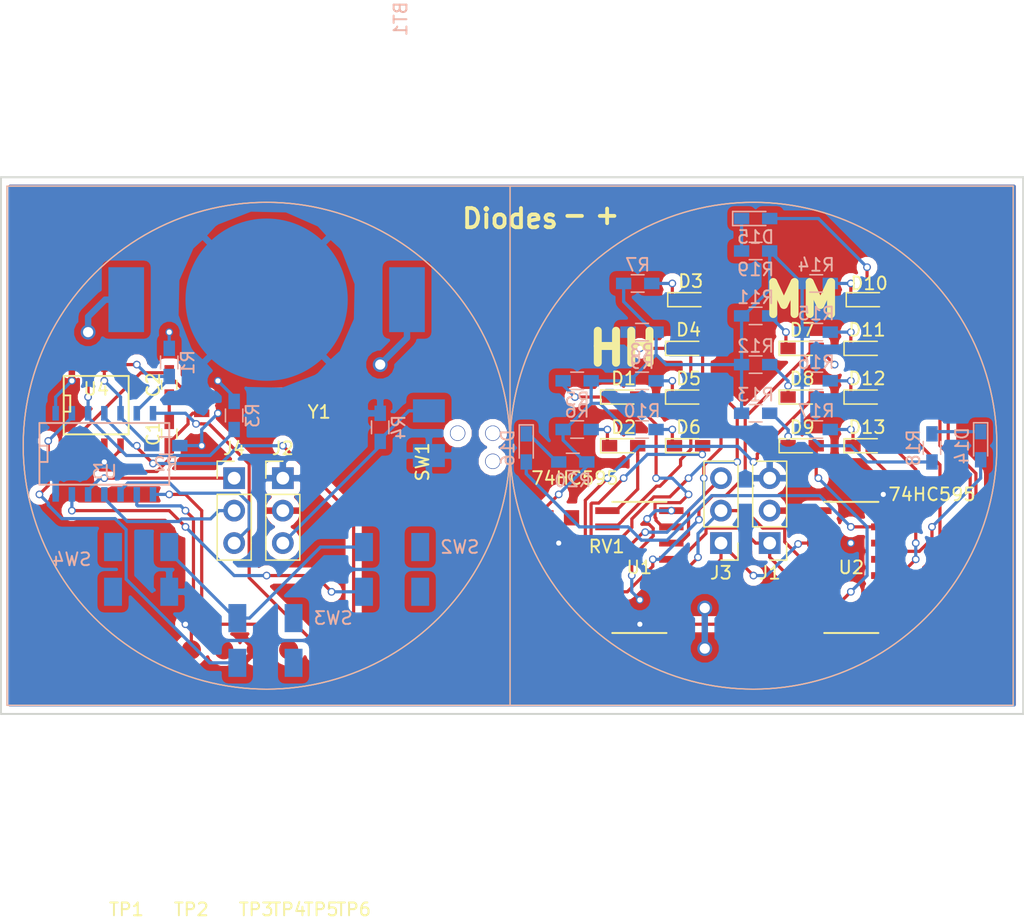
<source format=kicad_pcb>
(kicad_pcb (version 4) (host pcbnew 4.0.7)

  (general
    (links 104)
    (no_connects 0)
    (area 203.924999 58.924999 284.075001 101.075001)
    (thickness 1.6)
    (drawings 23)
    (tracks 542)
    (zones 0)
    (modules 59)
    (nets 61)
  )

  (page A4)
  (layers
    (0 F.Cu signal)
    (31 B.Cu signal)
    (32 B.Adhes user hide)
    (33 F.Adhes user hide)
    (34 B.Paste user hide)
    (35 F.Paste user hide)
    (36 B.SilkS user)
    (37 F.SilkS user)
    (38 B.Mask user)
    (39 F.Mask user)
    (40 Dwgs.User user hide)
    (41 Cmts.User user)
    (42 Eco1.User user hide)
    (43 Eco2.User user hide)
    (44 Edge.Cuts user)
    (45 Margin user)
    (46 B.CrtYd user hide)
    (47 F.CrtYd user hide)
    (48 B.Fab user hide)
    (49 F.Fab user hide)
  )

  (setup
    (last_trace_width 0.25)
    (trace_clearance 0.2)
    (zone_clearance 0.508)
    (zone_45_only yes)
    (trace_min 0.2)
    (segment_width 0.2)
    (edge_width 0.15)
    (via_size 0.6)
    (via_drill 0.4)
    (via_min_size 0.4)
    (via_min_drill 0.3)
    (uvia_size 0.3)
    (uvia_drill 0.1)
    (uvias_allowed no)
    (uvia_min_size 0.2)
    (uvia_min_drill 0.1)
    (pcb_text_width 0.3)
    (pcb_text_size 1.5 1.5)
    (mod_edge_width 0.15)
    (mod_text_size 1 1)
    (mod_text_width 0.15)
    (pad_size 1.524 1.524)
    (pad_drill 0.762)
    (pad_to_mask_clearance 0.2)
    (aux_axis_origin 186.69 101.6)
    (visible_elements 7FFFFFFF)
    (pcbplotparams
      (layerselection 0x01030_80000001)
      (usegerberextensions false)
      (excludeedgelayer true)
      (linewidth 0.100000)
      (plotframeref false)
      (viasonmask false)
      (mode 1)
      (useauxorigin false)
      (hpglpennumber 1)
      (hpglpenspeed 20)
      (hpglpendiameter 15)
      (hpglpenoverlay 2)
      (psnegative false)
      (psa4output false)
      (plotreference true)
      (plotvalue true)
      (plotinvisibletext false)
      (padsonsilk false)
      (subtractmaskfromsilk false)
      (outputformat 1)
      (mirror false)
      (drillshape 0)
      (scaleselection 1)
      (outputdirectory cad/))
  )

  (net 0 "")
  (net 1 "Net-(C1-Pad1)")
  (net 2 "Net-(C1-Pad2)")
  (net 3 "Net-(C2-Pad2)")
  (net 4 "Net-(D1-Pad1)")
  (net 5 LED1)
  (net 6 LED2)
  (net 7 LED3)
  (net 8 LED4)
  (net 9 LED5)
  (net 10 LED6)
  (net 11 LED7)
  (net 12 LED8)
  (net 13 LED9)
  (net 14 LED10)
  (net 15 LED11)
  (net 16 LED12)
  (net 17 LED13)
  (net 18 LED14)
  (net 19 LED15)
  (net 20 LED16)
  (net 21 /leds/CLOCK)
  (net 22 /leds/Latch)
  (net 23 /leds/DATA)
  (net 24 "Net-(R1-Pad1)")
  (net 25 "Net-(R2-Pad1)")
  (net 26 "Net-(R3-Pad1)")
  (net 27 "Net-(U1-Pad9)")
  (net 28 "Net-(U2-Pad9)")
  (net 29 "Net-(U4-Pad3)")
  (net 30 VCC)
  (net 31 GND)
  (net 32 min+)
  (net 33 hour+)
  (net 34 "Net-(SW2-Pad2)")
  (net 35 EN)
  (net 36 "Net-(J2-Pad3)")
  (net 37 "Net-(J4-Pad1)")
  (net 38 "Net-(J4-Pad2)")
  (net 39 "Net-(J4-Pad3)")
  (net 40 "Net-(TP2-Pad1)")
  (net 41 "Net-(TP4-Pad1)")
  (net 42 "Net-(TP5-Pad1)")
  (net 43 "Net-(TP6-Pad1)")
  (net 44 "Net-(D2-Pad1)")
  (net 45 "Net-(D3-Pad1)")
  (net 46 "Net-(D4-Pad1)")
  (net 47 "Net-(D5-Pad1)")
  (net 48 "Net-(D6-Pad1)")
  (net 49 "Net-(D7-Pad1)")
  (net 50 "Net-(D8-Pad1)")
  (net 51 "Net-(D9-Pad1)")
  (net 52 "Net-(D10-Pad1)")
  (net 53 "Net-(D11-Pad1)")
  (net 54 "Net-(D12-Pad1)")
  (net 55 "Net-(D13-Pad1)")
  (net 56 "Net-(D14-Pad1)")
  (net 57 "Net-(D15-Pad1)")
  (net 58 "Net-(D16-Pad1)")
  (net 59 "Net-(R10-Pad2)")
  (net 60 "Net-(RV1-Pad1)")

  (net_class Default "This is the default net class."
    (clearance 0.2)
    (trace_width 0.25)
    (via_dia 0.6)
    (via_drill 0.4)
    (uvia_dia 0.3)
    (uvia_drill 0.1)
    (add_net /leds/CLOCK)
    (add_net /leds/DATA)
    (add_net /leds/Latch)
    (add_net EN)
    (add_net LED1)
    (add_net LED10)
    (add_net LED11)
    (add_net LED12)
    (add_net LED13)
    (add_net LED14)
    (add_net LED15)
    (add_net LED16)
    (add_net LED2)
    (add_net LED3)
    (add_net LED4)
    (add_net LED5)
    (add_net LED6)
    (add_net LED7)
    (add_net LED8)
    (add_net LED9)
    (add_net "Net-(C1-Pad1)")
    (add_net "Net-(C1-Pad2)")
    (add_net "Net-(C2-Pad2)")
    (add_net "Net-(D1-Pad1)")
    (add_net "Net-(D10-Pad1)")
    (add_net "Net-(D11-Pad1)")
    (add_net "Net-(D12-Pad1)")
    (add_net "Net-(D13-Pad1)")
    (add_net "Net-(D14-Pad1)")
    (add_net "Net-(D15-Pad1)")
    (add_net "Net-(D16-Pad1)")
    (add_net "Net-(D2-Pad1)")
    (add_net "Net-(D3-Pad1)")
    (add_net "Net-(D4-Pad1)")
    (add_net "Net-(D5-Pad1)")
    (add_net "Net-(D6-Pad1)")
    (add_net "Net-(D7-Pad1)")
    (add_net "Net-(D8-Pad1)")
    (add_net "Net-(D9-Pad1)")
    (add_net "Net-(J2-Pad3)")
    (add_net "Net-(J4-Pad1)")
    (add_net "Net-(J4-Pad2)")
    (add_net "Net-(J4-Pad3)")
    (add_net "Net-(R1-Pad1)")
    (add_net "Net-(R10-Pad2)")
    (add_net "Net-(R2-Pad1)")
    (add_net "Net-(R3-Pad1)")
    (add_net "Net-(RV1-Pad1)")
    (add_net "Net-(SW2-Pad2)")
    (add_net "Net-(TP2-Pad1)")
    (add_net "Net-(TP4-Pad1)")
    (add_net "Net-(TP5-Pad1)")
    (add_net "Net-(TP6-Pad1)")
    (add_net "Net-(U1-Pad9)")
    (add_net "Net-(U2-Pad9)")
    (add_net "Net-(U4-Pad3)")
    (add_net hour+)
    (add_net min+)
  )

  (net_class .0156 ""
    (clearance 0.199898)
    (trace_width 0.499872)
    (via_dia 1.1684)
    (via_drill 0.79756)
    (uvia_dia 0.59944)
    (uvia_drill 0.199644)
    (add_net GND)
    (add_net VCC)
  )

  (module Capacitors_SMD:C_0603_HandSoldering (layer F.Cu) (tedit 5B22C889) (tstamp 5B2002EC)
    (at 217.17 79.06 90)
    (descr "Capacitor SMD 0603, hand soldering")
    (tags "capacitor 0603")
    (path /5B1FDD9E)
    (attr smd)
    (fp_text reference C1 (at 0 -1.25 90) (layer F.SilkS)
      (effects (font (size 1 1) (thickness 0.15)))
    )
    (fp_text value C_Small (at 1.27 2.54 90) (layer F.Fab)
      (effects (font (size 1 1) (thickness 0.15)))
    )
    (fp_text user %R (at 0 -1.25 90) (layer F.Fab)
      (effects (font (size 1 1) (thickness 0.15)))
    )
    (fp_line (start -0.8 0.4) (end -0.8 -0.4) (layer F.Fab) (width 0.1))
    (fp_line (start 0.8 0.4) (end -0.8 0.4) (layer F.Fab) (width 0.1))
    (fp_line (start 0.8 -0.4) (end 0.8 0.4) (layer F.Fab) (width 0.1))
    (fp_line (start -0.8 -0.4) (end 0.8 -0.4) (layer F.Fab) (width 0.1))
    (fp_line (start -0.35 -0.6) (end 0.35 -0.6) (layer F.SilkS) (width 0.12))
    (fp_line (start 0.35 0.6) (end -0.35 0.6) (layer F.SilkS) (width 0.12))
    (fp_line (start -1.8 -0.65) (end 1.8 -0.65) (layer F.CrtYd) (width 0.05))
    (fp_line (start -1.8 -0.65) (end -1.8 0.65) (layer F.CrtYd) (width 0.05))
    (fp_line (start 1.8 0.65) (end 1.8 -0.65) (layer F.CrtYd) (width 0.05))
    (fp_line (start 1.8 0.65) (end -1.8 0.65) (layer F.CrtYd) (width 0.05))
    (pad 1 smd rect (at -0.95 0 90) (size 1.2 0.75) (layers F.Cu F.Paste F.Mask)
      (net 1 "Net-(C1-Pad1)"))
    (pad 2 smd rect (at 0.95 0 90) (size 1.2 0.75) (layers F.Cu F.Paste F.Mask)
      (net 2 "Net-(C1-Pad2)"))
    (model Capacitors_SMD.3dshapes/C_0603.wrl
      (at (xyz 0 0 0))
      (scale (xyz 1 1 1))
      (rotate (xyz 0 0 0))
    )
  )

  (module Capacitors_SMD:C_0603_HandSoldering (layer F.Cu) (tedit 58AA848B) (tstamp 5B2002F2)
    (at 217.17 75.25 90)
    (descr "Capacitor SMD 0603, hand soldering")
    (tags "capacitor 0603")
    (path /5B1FDCDD)
    (attr smd)
    (fp_text reference C2 (at 0 -1.25 90) (layer F.SilkS)
      (effects (font (size 1 1) (thickness 0.15)))
    )
    (fp_text value C_Small (at 0 1.5 90) (layer F.Fab)
      (effects (font (size 1 1) (thickness 0.15)))
    )
    (fp_text user %R (at 0 -1.25 90) (layer F.Fab)
      (effects (font (size 1 1) (thickness 0.15)))
    )
    (fp_line (start -0.8 0.4) (end -0.8 -0.4) (layer F.Fab) (width 0.1))
    (fp_line (start 0.8 0.4) (end -0.8 0.4) (layer F.Fab) (width 0.1))
    (fp_line (start 0.8 -0.4) (end 0.8 0.4) (layer F.Fab) (width 0.1))
    (fp_line (start -0.8 -0.4) (end 0.8 -0.4) (layer F.Fab) (width 0.1))
    (fp_line (start -0.35 -0.6) (end 0.35 -0.6) (layer F.SilkS) (width 0.12))
    (fp_line (start 0.35 0.6) (end -0.35 0.6) (layer F.SilkS) (width 0.12))
    (fp_line (start -1.8 -0.65) (end 1.8 -0.65) (layer F.CrtYd) (width 0.05))
    (fp_line (start -1.8 -0.65) (end -1.8 0.65) (layer F.CrtYd) (width 0.05))
    (fp_line (start 1.8 0.65) (end 1.8 -0.65) (layer F.CrtYd) (width 0.05))
    (fp_line (start 1.8 0.65) (end -1.8 0.65) (layer F.CrtYd) (width 0.05))
    (pad 1 smd rect (at -0.95 0 90) (size 1.2 0.75) (layers F.Cu F.Paste F.Mask)
      (net 2 "Net-(C1-Pad2)"))
    (pad 2 smd rect (at 0.95 0 90) (size 1.2 0.75) (layers F.Cu F.Paste F.Mask)
      (net 3 "Net-(C2-Pad2)"))
    (model Capacitors_SMD.3dshapes/C_0603.wrl
      (at (xyz 0 0 0))
      (scale (xyz 1 1 1))
      (rotate (xyz 0 0 0))
    )
  )

  (module LEDs:LED_0603_HandSoldering (layer F.Cu) (tedit 595FC9C0) (tstamp 5B2002F8)
    (at 252.73 76.2)
    (descr "LED SMD 0603, hand soldering")
    (tags "LED 0603")
    (path /5B1F2F8A/5B1F3ED4)
    (attr smd)
    (fp_text reference D1 (at 0 -1.45) (layer F.SilkS)
      (effects (font (size 1 1) (thickness 0.15)))
    )
    (fp_text value LED (at 0 1.55) (layer F.Fab)
      (effects (font (size 1 1) (thickness 0.15)))
    )
    (fp_line (start -1.8 -0.55) (end -1.8 0.55) (layer F.SilkS) (width 0.12))
    (fp_line (start -0.2 -0.2) (end -0.2 0.2) (layer F.Fab) (width 0.1))
    (fp_line (start -0.15 0) (end 0.15 -0.2) (layer F.Fab) (width 0.1))
    (fp_line (start 0.15 0.2) (end -0.15 0) (layer F.Fab) (width 0.1))
    (fp_line (start 0.15 -0.2) (end 0.15 0.2) (layer F.Fab) (width 0.1))
    (fp_line (start 0.8 0.4) (end -0.8 0.4) (layer F.Fab) (width 0.1))
    (fp_line (start 0.8 -0.4) (end 0.8 0.4) (layer F.Fab) (width 0.1))
    (fp_line (start -0.8 -0.4) (end 0.8 -0.4) (layer F.Fab) (width 0.1))
    (fp_line (start -1.8 0.55) (end 0.8 0.55) (layer F.SilkS) (width 0.12))
    (fp_line (start -1.8 -0.55) (end 0.8 -0.55) (layer F.SilkS) (width 0.12))
    (fp_line (start -1.96 -0.7) (end 1.95 -0.7) (layer F.CrtYd) (width 0.05))
    (fp_line (start -1.96 -0.7) (end -1.96 0.7) (layer F.CrtYd) (width 0.05))
    (fp_line (start 1.95 0.7) (end 1.95 -0.7) (layer F.CrtYd) (width 0.05))
    (fp_line (start 1.95 0.7) (end -1.96 0.7) (layer F.CrtYd) (width 0.05))
    (fp_line (start -0.8 -0.4) (end -0.8 0.4) (layer F.Fab) (width 0.1))
    (pad 1 smd rect (at -1.1 0) (size 1.2 0.9) (layers F.Cu F.Paste F.Mask)
      (net 4 "Net-(D1-Pad1)"))
    (pad 2 smd rect (at 1.1 0) (size 1.2 0.9) (layers F.Cu F.Paste F.Mask)
      (net 5 LED1))
    (model ${KISYS3DMOD}/LEDs.3dshapes/LED_0603.wrl
      (at (xyz 0 0 0))
      (scale (xyz 1 1 1))
      (rotate (xyz 0 0 180))
    )
  )

  (module LEDs:LED_0603_HandSoldering (layer F.Cu) (tedit 595FC9C0) (tstamp 5B2002FE)
    (at 252.73 80.01)
    (descr "LED SMD 0603, hand soldering")
    (tags "LED 0603")
    (path /5B1F2F8A/5B1F3EDA)
    (attr smd)
    (fp_text reference D2 (at 0 -1.45) (layer F.SilkS)
      (effects (font (size 1 1) (thickness 0.15)))
    )
    (fp_text value LED (at 0 1.55) (layer F.Fab)
      (effects (font (size 1 1) (thickness 0.15)))
    )
    (fp_line (start -1.8 -0.55) (end -1.8 0.55) (layer F.SilkS) (width 0.12))
    (fp_line (start -0.2 -0.2) (end -0.2 0.2) (layer F.Fab) (width 0.1))
    (fp_line (start -0.15 0) (end 0.15 -0.2) (layer F.Fab) (width 0.1))
    (fp_line (start 0.15 0.2) (end -0.15 0) (layer F.Fab) (width 0.1))
    (fp_line (start 0.15 -0.2) (end 0.15 0.2) (layer F.Fab) (width 0.1))
    (fp_line (start 0.8 0.4) (end -0.8 0.4) (layer F.Fab) (width 0.1))
    (fp_line (start 0.8 -0.4) (end 0.8 0.4) (layer F.Fab) (width 0.1))
    (fp_line (start -0.8 -0.4) (end 0.8 -0.4) (layer F.Fab) (width 0.1))
    (fp_line (start -1.8 0.55) (end 0.8 0.55) (layer F.SilkS) (width 0.12))
    (fp_line (start -1.8 -0.55) (end 0.8 -0.55) (layer F.SilkS) (width 0.12))
    (fp_line (start -1.96 -0.7) (end 1.95 -0.7) (layer F.CrtYd) (width 0.05))
    (fp_line (start -1.96 -0.7) (end -1.96 0.7) (layer F.CrtYd) (width 0.05))
    (fp_line (start 1.95 0.7) (end 1.95 -0.7) (layer F.CrtYd) (width 0.05))
    (fp_line (start 1.95 0.7) (end -1.96 0.7) (layer F.CrtYd) (width 0.05))
    (fp_line (start -0.8 -0.4) (end -0.8 0.4) (layer F.Fab) (width 0.1))
    (pad 1 smd rect (at -1.1 0) (size 1.2 0.9) (layers F.Cu F.Paste F.Mask)
      (net 44 "Net-(D2-Pad1)"))
    (pad 2 smd rect (at 1.1 0) (size 1.2 0.9) (layers F.Cu F.Paste F.Mask)
      (net 6 LED2))
    (model ${KISYS3DMOD}/LEDs.3dshapes/LED_0603.wrl
      (at (xyz 0 0 0))
      (scale (xyz 1 1 1))
      (rotate (xyz 0 0 180))
    )
  )

  (module LEDs:LED_0603_HandSoldering (layer F.Cu) (tedit 595FC9C0) (tstamp 5B200304)
    (at 257.98 68.58)
    (descr "LED SMD 0603, hand soldering")
    (tags "LED 0603")
    (path /5B1F2F8A/5B1F3C6F)
    (attr smd)
    (fp_text reference D3 (at 0 -1.45) (layer F.SilkS)
      (effects (font (size 1 1) (thickness 0.15)))
    )
    (fp_text value LED (at 0 1.55) (layer F.Fab)
      (effects (font (size 1 1) (thickness 0.15)))
    )
    (fp_line (start -1.8 -0.55) (end -1.8 0.55) (layer F.SilkS) (width 0.12))
    (fp_line (start -0.2 -0.2) (end -0.2 0.2) (layer F.Fab) (width 0.1))
    (fp_line (start -0.15 0) (end 0.15 -0.2) (layer F.Fab) (width 0.1))
    (fp_line (start 0.15 0.2) (end -0.15 0) (layer F.Fab) (width 0.1))
    (fp_line (start 0.15 -0.2) (end 0.15 0.2) (layer F.Fab) (width 0.1))
    (fp_line (start 0.8 0.4) (end -0.8 0.4) (layer F.Fab) (width 0.1))
    (fp_line (start 0.8 -0.4) (end 0.8 0.4) (layer F.Fab) (width 0.1))
    (fp_line (start -0.8 -0.4) (end 0.8 -0.4) (layer F.Fab) (width 0.1))
    (fp_line (start -1.8 0.55) (end 0.8 0.55) (layer F.SilkS) (width 0.12))
    (fp_line (start -1.8 -0.55) (end 0.8 -0.55) (layer F.SilkS) (width 0.12))
    (fp_line (start -1.96 -0.7) (end 1.95 -0.7) (layer F.CrtYd) (width 0.05))
    (fp_line (start -1.96 -0.7) (end -1.96 0.7) (layer F.CrtYd) (width 0.05))
    (fp_line (start 1.95 0.7) (end 1.95 -0.7) (layer F.CrtYd) (width 0.05))
    (fp_line (start 1.95 0.7) (end -1.96 0.7) (layer F.CrtYd) (width 0.05))
    (fp_line (start -0.8 -0.4) (end -0.8 0.4) (layer F.Fab) (width 0.1))
    (pad 1 smd rect (at -1.1 0) (size 1.2 0.9) (layers F.Cu F.Paste F.Mask)
      (net 45 "Net-(D3-Pad1)"))
    (pad 2 smd rect (at 1.1 0) (size 1.2 0.9) (layers F.Cu F.Paste F.Mask)
      (net 7 LED3))
    (model ${KISYS3DMOD}/LEDs.3dshapes/LED_0603.wrl
      (at (xyz 0 0 0))
      (scale (xyz 1 1 1))
      (rotate (xyz 0 0 180))
    )
  )

  (module LEDs:LED_0603_HandSoldering (layer F.Cu) (tedit 595FC9C0) (tstamp 5B20030A)
    (at 257.81 72.39)
    (descr "LED SMD 0603, hand soldering")
    (tags "LED 0603")
    (path /5B1F2F8A/5B1F3C98)
    (attr smd)
    (fp_text reference D4 (at 0 -1.45) (layer F.SilkS)
      (effects (font (size 1 1) (thickness 0.15)))
    )
    (fp_text value LED (at 0 1.55) (layer F.Fab)
      (effects (font (size 1 1) (thickness 0.15)))
    )
    (fp_line (start -1.8 -0.55) (end -1.8 0.55) (layer F.SilkS) (width 0.12))
    (fp_line (start -0.2 -0.2) (end -0.2 0.2) (layer F.Fab) (width 0.1))
    (fp_line (start -0.15 0) (end 0.15 -0.2) (layer F.Fab) (width 0.1))
    (fp_line (start 0.15 0.2) (end -0.15 0) (layer F.Fab) (width 0.1))
    (fp_line (start 0.15 -0.2) (end 0.15 0.2) (layer F.Fab) (width 0.1))
    (fp_line (start 0.8 0.4) (end -0.8 0.4) (layer F.Fab) (width 0.1))
    (fp_line (start 0.8 -0.4) (end 0.8 0.4) (layer F.Fab) (width 0.1))
    (fp_line (start -0.8 -0.4) (end 0.8 -0.4) (layer F.Fab) (width 0.1))
    (fp_line (start -1.8 0.55) (end 0.8 0.55) (layer F.SilkS) (width 0.12))
    (fp_line (start -1.8 -0.55) (end 0.8 -0.55) (layer F.SilkS) (width 0.12))
    (fp_line (start -1.96 -0.7) (end 1.95 -0.7) (layer F.CrtYd) (width 0.05))
    (fp_line (start -1.96 -0.7) (end -1.96 0.7) (layer F.CrtYd) (width 0.05))
    (fp_line (start 1.95 0.7) (end 1.95 -0.7) (layer F.CrtYd) (width 0.05))
    (fp_line (start 1.95 0.7) (end -1.96 0.7) (layer F.CrtYd) (width 0.05))
    (fp_line (start -0.8 -0.4) (end -0.8 0.4) (layer F.Fab) (width 0.1))
    (pad 1 smd rect (at -1.1 0) (size 1.2 0.9) (layers F.Cu F.Paste F.Mask)
      (net 46 "Net-(D4-Pad1)"))
    (pad 2 smd rect (at 1.1 0) (size 1.2 0.9) (layers F.Cu F.Paste F.Mask)
      (net 8 LED4))
    (model ${KISYS3DMOD}/LEDs.3dshapes/LED_0603.wrl
      (at (xyz 0 0 0))
      (scale (xyz 1 1 1))
      (rotate (xyz 0 0 180))
    )
  )

  (module LEDs:LED_0603_HandSoldering (layer F.Cu) (tedit 595FC9C0) (tstamp 5B200310)
    (at 257.81 76.2)
    (descr "LED SMD 0603, hand soldering")
    (tags "LED 0603")
    (path /5B1F2F8A/5B1F3DA0)
    (attr smd)
    (fp_text reference D5 (at 0 -1.45) (layer F.SilkS)
      (effects (font (size 1 1) (thickness 0.15)))
    )
    (fp_text value LED (at 0 1.55) (layer F.Fab)
      (effects (font (size 1 1) (thickness 0.15)))
    )
    (fp_line (start -1.8 -0.55) (end -1.8 0.55) (layer F.SilkS) (width 0.12))
    (fp_line (start -0.2 -0.2) (end -0.2 0.2) (layer F.Fab) (width 0.1))
    (fp_line (start -0.15 0) (end 0.15 -0.2) (layer F.Fab) (width 0.1))
    (fp_line (start 0.15 0.2) (end -0.15 0) (layer F.Fab) (width 0.1))
    (fp_line (start 0.15 -0.2) (end 0.15 0.2) (layer F.Fab) (width 0.1))
    (fp_line (start 0.8 0.4) (end -0.8 0.4) (layer F.Fab) (width 0.1))
    (fp_line (start 0.8 -0.4) (end 0.8 0.4) (layer F.Fab) (width 0.1))
    (fp_line (start -0.8 -0.4) (end 0.8 -0.4) (layer F.Fab) (width 0.1))
    (fp_line (start -1.8 0.55) (end 0.8 0.55) (layer F.SilkS) (width 0.12))
    (fp_line (start -1.8 -0.55) (end 0.8 -0.55) (layer F.SilkS) (width 0.12))
    (fp_line (start -1.96 -0.7) (end 1.95 -0.7) (layer F.CrtYd) (width 0.05))
    (fp_line (start -1.96 -0.7) (end -1.96 0.7) (layer F.CrtYd) (width 0.05))
    (fp_line (start 1.95 0.7) (end 1.95 -0.7) (layer F.CrtYd) (width 0.05))
    (fp_line (start 1.95 0.7) (end -1.96 0.7) (layer F.CrtYd) (width 0.05))
    (fp_line (start -0.8 -0.4) (end -0.8 0.4) (layer F.Fab) (width 0.1))
    (pad 1 smd rect (at -1.1 0) (size 1.2 0.9) (layers F.Cu F.Paste F.Mask)
      (net 47 "Net-(D5-Pad1)"))
    (pad 2 smd rect (at 1.1 0) (size 1.2 0.9) (layers F.Cu F.Paste F.Mask)
      (net 9 LED5))
    (model ${KISYS3DMOD}/LEDs.3dshapes/LED_0603.wrl
      (at (xyz 0 0 0))
      (scale (xyz 1 1 1))
      (rotate (xyz 0 0 180))
    )
  )

  (module LEDs:LED_0603_HandSoldering (layer F.Cu) (tedit 595FC9C0) (tstamp 5B200316)
    (at 257.81 80.01)
    (descr "LED SMD 0603, hand soldering")
    (tags "LED 0603")
    (path /5B1F2F8A/5B1F3DA6)
    (attr smd)
    (fp_text reference D6 (at 0 -1.45) (layer F.SilkS)
      (effects (font (size 1 1) (thickness 0.15)))
    )
    (fp_text value LED (at 0 1.55) (layer F.Fab)
      (effects (font (size 1 1) (thickness 0.15)))
    )
    (fp_line (start -1.8 -0.55) (end -1.8 0.55) (layer F.SilkS) (width 0.12))
    (fp_line (start -0.2 -0.2) (end -0.2 0.2) (layer F.Fab) (width 0.1))
    (fp_line (start -0.15 0) (end 0.15 -0.2) (layer F.Fab) (width 0.1))
    (fp_line (start 0.15 0.2) (end -0.15 0) (layer F.Fab) (width 0.1))
    (fp_line (start 0.15 -0.2) (end 0.15 0.2) (layer F.Fab) (width 0.1))
    (fp_line (start 0.8 0.4) (end -0.8 0.4) (layer F.Fab) (width 0.1))
    (fp_line (start 0.8 -0.4) (end 0.8 0.4) (layer F.Fab) (width 0.1))
    (fp_line (start -0.8 -0.4) (end 0.8 -0.4) (layer F.Fab) (width 0.1))
    (fp_line (start -1.8 0.55) (end 0.8 0.55) (layer F.SilkS) (width 0.12))
    (fp_line (start -1.8 -0.55) (end 0.8 -0.55) (layer F.SilkS) (width 0.12))
    (fp_line (start -1.96 -0.7) (end 1.95 -0.7) (layer F.CrtYd) (width 0.05))
    (fp_line (start -1.96 -0.7) (end -1.96 0.7) (layer F.CrtYd) (width 0.05))
    (fp_line (start 1.95 0.7) (end 1.95 -0.7) (layer F.CrtYd) (width 0.05))
    (fp_line (start 1.95 0.7) (end -1.96 0.7) (layer F.CrtYd) (width 0.05))
    (fp_line (start -0.8 -0.4) (end -0.8 0.4) (layer F.Fab) (width 0.1))
    (pad 1 smd rect (at -1.1 0) (size 1.2 0.9) (layers F.Cu F.Paste F.Mask)
      (net 48 "Net-(D6-Pad1)"))
    (pad 2 smd rect (at 1.1 0) (size 1.2 0.9) (layers F.Cu F.Paste F.Mask)
      (net 10 LED6))
    (model ${KISYS3DMOD}/LEDs.3dshapes/LED_0603.wrl
      (at (xyz 0 0 0))
      (scale (xyz 1 1 1))
      (rotate (xyz 0 0 180))
    )
  )

  (module LEDs:LED_0603_HandSoldering (layer F.Cu) (tedit 595FC9C0) (tstamp 5B20031C)
    (at 266.7 72.39)
    (descr "LED SMD 0603, hand soldering")
    (tags "LED 0603")
    (path /5B1F2F8A/5B1F3DAC)
    (attr smd)
    (fp_text reference D7 (at 0 -1.45) (layer F.SilkS)
      (effects (font (size 1 1) (thickness 0.15)))
    )
    (fp_text value LED (at 0 1.55) (layer F.Fab)
      (effects (font (size 1 1) (thickness 0.15)))
    )
    (fp_line (start -1.8 -0.55) (end -1.8 0.55) (layer F.SilkS) (width 0.12))
    (fp_line (start -0.2 -0.2) (end -0.2 0.2) (layer F.Fab) (width 0.1))
    (fp_line (start -0.15 0) (end 0.15 -0.2) (layer F.Fab) (width 0.1))
    (fp_line (start 0.15 0.2) (end -0.15 0) (layer F.Fab) (width 0.1))
    (fp_line (start 0.15 -0.2) (end 0.15 0.2) (layer F.Fab) (width 0.1))
    (fp_line (start 0.8 0.4) (end -0.8 0.4) (layer F.Fab) (width 0.1))
    (fp_line (start 0.8 -0.4) (end 0.8 0.4) (layer F.Fab) (width 0.1))
    (fp_line (start -0.8 -0.4) (end 0.8 -0.4) (layer F.Fab) (width 0.1))
    (fp_line (start -1.8 0.55) (end 0.8 0.55) (layer F.SilkS) (width 0.12))
    (fp_line (start -1.8 -0.55) (end 0.8 -0.55) (layer F.SilkS) (width 0.12))
    (fp_line (start -1.96 -0.7) (end 1.95 -0.7) (layer F.CrtYd) (width 0.05))
    (fp_line (start -1.96 -0.7) (end -1.96 0.7) (layer F.CrtYd) (width 0.05))
    (fp_line (start 1.95 0.7) (end 1.95 -0.7) (layer F.CrtYd) (width 0.05))
    (fp_line (start 1.95 0.7) (end -1.96 0.7) (layer F.CrtYd) (width 0.05))
    (fp_line (start -0.8 -0.4) (end -0.8 0.4) (layer F.Fab) (width 0.1))
    (pad 1 smd rect (at -1.1 0) (size 1.2 0.9) (layers F.Cu F.Paste F.Mask)
      (net 49 "Net-(D7-Pad1)"))
    (pad 2 smd rect (at 1.1 0) (size 1.2 0.9) (layers F.Cu F.Paste F.Mask)
      (net 11 LED7))
    (model ${KISYS3DMOD}/LEDs.3dshapes/LED_0603.wrl
      (at (xyz 0 0 0))
      (scale (xyz 1 1 1))
      (rotate (xyz 0 0 180))
    )
  )

  (module LEDs:LED_0603_HandSoldering (layer F.Cu) (tedit 595FC9C0) (tstamp 5B200322)
    (at 266.7 76.2)
    (descr "LED SMD 0603, hand soldering")
    (tags "LED 0603")
    (path /5B1F2F8A/5B1F400C)
    (attr smd)
    (fp_text reference D8 (at 0 -1.45) (layer F.SilkS)
      (effects (font (size 1 1) (thickness 0.15)))
    )
    (fp_text value LED (at 0 1.55) (layer F.Fab)
      (effects (font (size 1 1) (thickness 0.15)))
    )
    (fp_line (start -1.8 -0.55) (end -1.8 0.55) (layer F.SilkS) (width 0.12))
    (fp_line (start -0.2 -0.2) (end -0.2 0.2) (layer F.Fab) (width 0.1))
    (fp_line (start -0.15 0) (end 0.15 -0.2) (layer F.Fab) (width 0.1))
    (fp_line (start 0.15 0.2) (end -0.15 0) (layer F.Fab) (width 0.1))
    (fp_line (start 0.15 -0.2) (end 0.15 0.2) (layer F.Fab) (width 0.1))
    (fp_line (start 0.8 0.4) (end -0.8 0.4) (layer F.Fab) (width 0.1))
    (fp_line (start 0.8 -0.4) (end 0.8 0.4) (layer F.Fab) (width 0.1))
    (fp_line (start -0.8 -0.4) (end 0.8 -0.4) (layer F.Fab) (width 0.1))
    (fp_line (start -1.8 0.55) (end 0.8 0.55) (layer F.SilkS) (width 0.12))
    (fp_line (start -1.8 -0.55) (end 0.8 -0.55) (layer F.SilkS) (width 0.12))
    (fp_line (start -1.96 -0.7) (end 1.95 -0.7) (layer F.CrtYd) (width 0.05))
    (fp_line (start -1.96 -0.7) (end -1.96 0.7) (layer F.CrtYd) (width 0.05))
    (fp_line (start 1.95 0.7) (end 1.95 -0.7) (layer F.CrtYd) (width 0.05))
    (fp_line (start 1.95 0.7) (end -1.96 0.7) (layer F.CrtYd) (width 0.05))
    (fp_line (start -0.8 -0.4) (end -0.8 0.4) (layer F.Fab) (width 0.1))
    (pad 1 smd rect (at -1.1 0) (size 1.2 0.9) (layers F.Cu F.Paste F.Mask)
      (net 50 "Net-(D8-Pad1)"))
    (pad 2 smd rect (at 1.1 0) (size 1.2 0.9) (layers F.Cu F.Paste F.Mask)
      (net 12 LED8))
    (model ${KISYS3DMOD}/LEDs.3dshapes/LED_0603.wrl
      (at (xyz 0 0 0))
      (scale (xyz 1 1 1))
      (rotate (xyz 0 0 180))
    )
  )

  (module LEDs:LED_0603_HandSoldering (layer F.Cu) (tedit 595FC9C0) (tstamp 5B200328)
    (at 266.7 80.01)
    (descr "LED SMD 0603, hand soldering")
    (tags "LED 0603")
    (path /5B1F2F8A/5B1F4012)
    (attr smd)
    (fp_text reference D9 (at 0 -1.45) (layer F.SilkS)
      (effects (font (size 1 1) (thickness 0.15)))
    )
    (fp_text value LED (at 0 1.55) (layer F.Fab)
      (effects (font (size 1 1) (thickness 0.15)))
    )
    (fp_line (start -1.8 -0.55) (end -1.8 0.55) (layer F.SilkS) (width 0.12))
    (fp_line (start -0.2 -0.2) (end -0.2 0.2) (layer F.Fab) (width 0.1))
    (fp_line (start -0.15 0) (end 0.15 -0.2) (layer F.Fab) (width 0.1))
    (fp_line (start 0.15 0.2) (end -0.15 0) (layer F.Fab) (width 0.1))
    (fp_line (start 0.15 -0.2) (end 0.15 0.2) (layer F.Fab) (width 0.1))
    (fp_line (start 0.8 0.4) (end -0.8 0.4) (layer F.Fab) (width 0.1))
    (fp_line (start 0.8 -0.4) (end 0.8 0.4) (layer F.Fab) (width 0.1))
    (fp_line (start -0.8 -0.4) (end 0.8 -0.4) (layer F.Fab) (width 0.1))
    (fp_line (start -1.8 0.55) (end 0.8 0.55) (layer F.SilkS) (width 0.12))
    (fp_line (start -1.8 -0.55) (end 0.8 -0.55) (layer F.SilkS) (width 0.12))
    (fp_line (start -1.96 -0.7) (end 1.95 -0.7) (layer F.CrtYd) (width 0.05))
    (fp_line (start -1.96 -0.7) (end -1.96 0.7) (layer F.CrtYd) (width 0.05))
    (fp_line (start 1.95 0.7) (end 1.95 -0.7) (layer F.CrtYd) (width 0.05))
    (fp_line (start 1.95 0.7) (end -1.96 0.7) (layer F.CrtYd) (width 0.05))
    (fp_line (start -0.8 -0.4) (end -0.8 0.4) (layer F.Fab) (width 0.1))
    (pad 1 smd rect (at -1.1 0) (size 1.2 0.9) (layers F.Cu F.Paste F.Mask)
      (net 51 "Net-(D9-Pad1)"))
    (pad 2 smd rect (at 1.1 0) (size 1.2 0.9) (layers F.Cu F.Paste F.Mask)
      (net 13 LED9))
    (model ${KISYS3DMOD}/LEDs.3dshapes/LED_0603.wrl
      (at (xyz 0 0 0))
      (scale (xyz 1 1 1))
      (rotate (xyz 0 0 180))
    )
  )

  (module LEDs:LED_0603_HandSoldering (layer F.Cu) (tedit 595FC9C0) (tstamp 5B20032E)
    (at 271.95 68.58)
    (descr "LED SMD 0603, hand soldering")
    (tags "LED 0603")
    (path /5B1F2F8A/5B1F4018)
    (attr smd)
    (fp_text reference D10 (at 0 -1.27) (layer F.SilkS)
      (effects (font (size 1 1) (thickness 0.15)))
    )
    (fp_text value LED (at 0 1.55) (layer F.Fab)
      (effects (font (size 1 1) (thickness 0.15)))
    )
    (fp_line (start -1.8 -0.55) (end -1.8 0.55) (layer F.SilkS) (width 0.12))
    (fp_line (start -0.2 -0.2) (end -0.2 0.2) (layer F.Fab) (width 0.1))
    (fp_line (start -0.15 0) (end 0.15 -0.2) (layer F.Fab) (width 0.1))
    (fp_line (start 0.15 0.2) (end -0.15 0) (layer F.Fab) (width 0.1))
    (fp_line (start 0.15 -0.2) (end 0.15 0.2) (layer F.Fab) (width 0.1))
    (fp_line (start 0.8 0.4) (end -0.8 0.4) (layer F.Fab) (width 0.1))
    (fp_line (start 0.8 -0.4) (end 0.8 0.4) (layer F.Fab) (width 0.1))
    (fp_line (start -0.8 -0.4) (end 0.8 -0.4) (layer F.Fab) (width 0.1))
    (fp_line (start -1.8 0.55) (end 0.8 0.55) (layer F.SilkS) (width 0.12))
    (fp_line (start -1.8 -0.55) (end 0.8 -0.55) (layer F.SilkS) (width 0.12))
    (fp_line (start -1.96 -0.7) (end 1.95 -0.7) (layer F.CrtYd) (width 0.05))
    (fp_line (start -1.96 -0.7) (end -1.96 0.7) (layer F.CrtYd) (width 0.05))
    (fp_line (start 1.95 0.7) (end 1.95 -0.7) (layer F.CrtYd) (width 0.05))
    (fp_line (start 1.95 0.7) (end -1.96 0.7) (layer F.CrtYd) (width 0.05))
    (fp_line (start -0.8 -0.4) (end -0.8 0.4) (layer F.Fab) (width 0.1))
    (pad 1 smd rect (at -1.1 0) (size 1.2 0.9) (layers F.Cu F.Paste F.Mask)
      (net 52 "Net-(D10-Pad1)"))
    (pad 2 smd rect (at 1.1 0) (size 1.2 0.9) (layers F.Cu F.Paste F.Mask)
      (net 14 LED10))
    (model ${KISYS3DMOD}/LEDs.3dshapes/LED_0603.wrl
      (at (xyz 0 0 0))
      (scale (xyz 1 1 1))
      (rotate (xyz 0 0 180))
    )
  )

  (module LEDs:LED_0603_HandSoldering (layer F.Cu) (tedit 595FC9C0) (tstamp 5B200334)
    (at 271.78 72.39)
    (descr "LED SMD 0603, hand soldering")
    (tags "LED 0603")
    (path /5B1F2F8A/5B1F401E)
    (attr smd)
    (fp_text reference D11 (at 0 -1.45) (layer F.SilkS)
      (effects (font (size 1 1) (thickness 0.15)))
    )
    (fp_text value LED (at 0 1.55) (layer F.Fab)
      (effects (font (size 1 1) (thickness 0.15)))
    )
    (fp_line (start -1.8 -0.55) (end -1.8 0.55) (layer F.SilkS) (width 0.12))
    (fp_line (start -0.2 -0.2) (end -0.2 0.2) (layer F.Fab) (width 0.1))
    (fp_line (start -0.15 0) (end 0.15 -0.2) (layer F.Fab) (width 0.1))
    (fp_line (start 0.15 0.2) (end -0.15 0) (layer F.Fab) (width 0.1))
    (fp_line (start 0.15 -0.2) (end 0.15 0.2) (layer F.Fab) (width 0.1))
    (fp_line (start 0.8 0.4) (end -0.8 0.4) (layer F.Fab) (width 0.1))
    (fp_line (start 0.8 -0.4) (end 0.8 0.4) (layer F.Fab) (width 0.1))
    (fp_line (start -0.8 -0.4) (end 0.8 -0.4) (layer F.Fab) (width 0.1))
    (fp_line (start -1.8 0.55) (end 0.8 0.55) (layer F.SilkS) (width 0.12))
    (fp_line (start -1.8 -0.55) (end 0.8 -0.55) (layer F.SilkS) (width 0.12))
    (fp_line (start -1.96 -0.7) (end 1.95 -0.7) (layer F.CrtYd) (width 0.05))
    (fp_line (start -1.96 -0.7) (end -1.96 0.7) (layer F.CrtYd) (width 0.05))
    (fp_line (start 1.95 0.7) (end 1.95 -0.7) (layer F.CrtYd) (width 0.05))
    (fp_line (start 1.95 0.7) (end -1.96 0.7) (layer F.CrtYd) (width 0.05))
    (fp_line (start -0.8 -0.4) (end -0.8 0.4) (layer F.Fab) (width 0.1))
    (pad 1 smd rect (at -1.1 0) (size 1.2 0.9) (layers F.Cu F.Paste F.Mask)
      (net 53 "Net-(D11-Pad1)"))
    (pad 2 smd rect (at 1.1 0) (size 1.2 0.9) (layers F.Cu F.Paste F.Mask)
      (net 15 LED11))
    (model ${KISYS3DMOD}/LEDs.3dshapes/LED_0603.wrl
      (at (xyz 0 0 0))
      (scale (xyz 1 1 1))
      (rotate (xyz 0 0 180))
    )
  )

  (module LEDs:LED_0603_HandSoldering (layer F.Cu) (tedit 595FC9C0) (tstamp 5B20033A)
    (at 271.78 76.2)
    (descr "LED SMD 0603, hand soldering")
    (tags "LED 0603")
    (path /5B1F2F8A/5B1F4179)
    (attr smd)
    (fp_text reference D12 (at 0 -1.45) (layer F.SilkS)
      (effects (font (size 1 1) (thickness 0.15)))
    )
    (fp_text value LED (at 0 1.55) (layer F.Fab)
      (effects (font (size 1 1) (thickness 0.15)))
    )
    (fp_line (start -1.8 -0.55) (end -1.8 0.55) (layer F.SilkS) (width 0.12))
    (fp_line (start -0.2 -0.2) (end -0.2 0.2) (layer F.Fab) (width 0.1))
    (fp_line (start -0.15 0) (end 0.15 -0.2) (layer F.Fab) (width 0.1))
    (fp_line (start 0.15 0.2) (end -0.15 0) (layer F.Fab) (width 0.1))
    (fp_line (start 0.15 -0.2) (end 0.15 0.2) (layer F.Fab) (width 0.1))
    (fp_line (start 0.8 0.4) (end -0.8 0.4) (layer F.Fab) (width 0.1))
    (fp_line (start 0.8 -0.4) (end 0.8 0.4) (layer F.Fab) (width 0.1))
    (fp_line (start -0.8 -0.4) (end 0.8 -0.4) (layer F.Fab) (width 0.1))
    (fp_line (start -1.8 0.55) (end 0.8 0.55) (layer F.SilkS) (width 0.12))
    (fp_line (start -1.8 -0.55) (end 0.8 -0.55) (layer F.SilkS) (width 0.12))
    (fp_line (start -1.96 -0.7) (end 1.95 -0.7) (layer F.CrtYd) (width 0.05))
    (fp_line (start -1.96 -0.7) (end -1.96 0.7) (layer F.CrtYd) (width 0.05))
    (fp_line (start 1.95 0.7) (end 1.95 -0.7) (layer F.CrtYd) (width 0.05))
    (fp_line (start 1.95 0.7) (end -1.96 0.7) (layer F.CrtYd) (width 0.05))
    (fp_line (start -0.8 -0.4) (end -0.8 0.4) (layer F.Fab) (width 0.1))
    (pad 1 smd rect (at -1.1 0) (size 1.2 0.9) (layers F.Cu F.Paste F.Mask)
      (net 54 "Net-(D12-Pad1)"))
    (pad 2 smd rect (at 1.1 0) (size 1.2 0.9) (layers F.Cu F.Paste F.Mask)
      (net 16 LED12))
    (model ${KISYS3DMOD}/LEDs.3dshapes/LED_0603.wrl
      (at (xyz 0 0 0))
      (scale (xyz 1 1 1))
      (rotate (xyz 0 0 180))
    )
  )

  (module LEDs:LED_0603_HandSoldering (layer F.Cu) (tedit 595FC9C0) (tstamp 5B200340)
    (at 271.78 80.01)
    (descr "LED SMD 0603, hand soldering")
    (tags "LED 0603")
    (path /5B1F2F8A/5B1F417F)
    (attr smd)
    (fp_text reference D13 (at 0 -1.45) (layer F.SilkS)
      (effects (font (size 1 1) (thickness 0.15)))
    )
    (fp_text value LED (at 0 1.55) (layer F.Fab)
      (effects (font (size 1 1) (thickness 0.15)))
    )
    (fp_line (start -1.8 -0.55) (end -1.8 0.55) (layer F.SilkS) (width 0.12))
    (fp_line (start -0.2 -0.2) (end -0.2 0.2) (layer F.Fab) (width 0.1))
    (fp_line (start -0.15 0) (end 0.15 -0.2) (layer F.Fab) (width 0.1))
    (fp_line (start 0.15 0.2) (end -0.15 0) (layer F.Fab) (width 0.1))
    (fp_line (start 0.15 -0.2) (end 0.15 0.2) (layer F.Fab) (width 0.1))
    (fp_line (start 0.8 0.4) (end -0.8 0.4) (layer F.Fab) (width 0.1))
    (fp_line (start 0.8 -0.4) (end 0.8 0.4) (layer F.Fab) (width 0.1))
    (fp_line (start -0.8 -0.4) (end 0.8 -0.4) (layer F.Fab) (width 0.1))
    (fp_line (start -1.8 0.55) (end 0.8 0.55) (layer F.SilkS) (width 0.12))
    (fp_line (start -1.8 -0.55) (end 0.8 -0.55) (layer F.SilkS) (width 0.12))
    (fp_line (start -1.96 -0.7) (end 1.95 -0.7) (layer F.CrtYd) (width 0.05))
    (fp_line (start -1.96 -0.7) (end -1.96 0.7) (layer F.CrtYd) (width 0.05))
    (fp_line (start 1.95 0.7) (end 1.95 -0.7) (layer F.CrtYd) (width 0.05))
    (fp_line (start 1.95 0.7) (end -1.96 0.7) (layer F.CrtYd) (width 0.05))
    (fp_line (start -0.8 -0.4) (end -0.8 0.4) (layer F.Fab) (width 0.1))
    (pad 1 smd rect (at -1.1 0) (size 1.2 0.9) (layers F.Cu F.Paste F.Mask)
      (net 55 "Net-(D13-Pad1)"))
    (pad 2 smd rect (at 1.1 0) (size 1.2 0.9) (layers F.Cu F.Paste F.Mask)
      (net 17 LED13))
    (model ${KISYS3DMOD}/LEDs.3dshapes/LED_0603.wrl
      (at (xyz 0 0 0))
      (scale (xyz 1 1 1))
      (rotate (xyz 0 0 180))
    )
  )

  (module LEDs:LED_0603_HandSoldering (layer B.Cu) (tedit 595FC9C0) (tstamp 5B200346)
    (at 280.67 80.01 270)
    (descr "LED SMD 0603, hand soldering")
    (tags "LED 0603")
    (path /5B1F2F8A/5B1F4185)
    (attr smd)
    (fp_text reference D14 (at 0 1.45 270) (layer B.SilkS)
      (effects (font (size 1 1) (thickness 0.15)) (justify mirror))
    )
    (fp_text value LED (at 0 -1.55 270) (layer B.Fab)
      (effects (font (size 1 1) (thickness 0.15)) (justify mirror))
    )
    (fp_line (start -1.8 0.55) (end -1.8 -0.55) (layer B.SilkS) (width 0.12))
    (fp_line (start -0.2 0.2) (end -0.2 -0.2) (layer B.Fab) (width 0.1))
    (fp_line (start -0.15 0) (end 0.15 0.2) (layer B.Fab) (width 0.1))
    (fp_line (start 0.15 -0.2) (end -0.15 0) (layer B.Fab) (width 0.1))
    (fp_line (start 0.15 0.2) (end 0.15 -0.2) (layer B.Fab) (width 0.1))
    (fp_line (start 0.8 -0.4) (end -0.8 -0.4) (layer B.Fab) (width 0.1))
    (fp_line (start 0.8 0.4) (end 0.8 -0.4) (layer B.Fab) (width 0.1))
    (fp_line (start -0.8 0.4) (end 0.8 0.4) (layer B.Fab) (width 0.1))
    (fp_line (start -1.8 -0.55) (end 0.8 -0.55) (layer B.SilkS) (width 0.12))
    (fp_line (start -1.8 0.55) (end 0.8 0.55) (layer B.SilkS) (width 0.12))
    (fp_line (start -1.96 0.7) (end 1.95 0.7) (layer B.CrtYd) (width 0.05))
    (fp_line (start -1.96 0.7) (end -1.96 -0.7) (layer B.CrtYd) (width 0.05))
    (fp_line (start 1.95 -0.7) (end 1.95 0.7) (layer B.CrtYd) (width 0.05))
    (fp_line (start 1.95 -0.7) (end -1.96 -0.7) (layer B.CrtYd) (width 0.05))
    (fp_line (start -0.8 0.4) (end -0.8 -0.4) (layer B.Fab) (width 0.1))
    (pad 1 smd rect (at -1.1 0 270) (size 1.2 0.9) (layers B.Cu B.Paste B.Mask)
      (net 56 "Net-(D14-Pad1)"))
    (pad 2 smd rect (at 1.1 0 270) (size 1.2 0.9) (layers B.Cu B.Paste B.Mask)
      (net 18 LED14))
    (model ${KISYS3DMOD}/LEDs.3dshapes/LED_0603.wrl
      (at (xyz 0 0 0))
      (scale (xyz 1 1 1))
      (rotate (xyz 0 0 180))
    )
  )

  (module LEDs:LED_0603_HandSoldering (layer B.Cu) (tedit 595FC9C0) (tstamp 5B20034C)
    (at 263.06 62.23)
    (descr "LED SMD 0603, hand soldering")
    (tags "LED 0603")
    (path /5B1F2F8A/5B1F418B)
    (attr smd)
    (fp_text reference D15 (at 0 1.45) (layer B.SilkS)
      (effects (font (size 1 1) (thickness 0.15)) (justify mirror))
    )
    (fp_text value LED (at 0 -1.55) (layer B.Fab)
      (effects (font (size 1 1) (thickness 0.15)) (justify mirror))
    )
    (fp_line (start -1.8 0.55) (end -1.8 -0.55) (layer B.SilkS) (width 0.12))
    (fp_line (start -0.2 0.2) (end -0.2 -0.2) (layer B.Fab) (width 0.1))
    (fp_line (start -0.15 0) (end 0.15 0.2) (layer B.Fab) (width 0.1))
    (fp_line (start 0.15 -0.2) (end -0.15 0) (layer B.Fab) (width 0.1))
    (fp_line (start 0.15 0.2) (end 0.15 -0.2) (layer B.Fab) (width 0.1))
    (fp_line (start 0.8 -0.4) (end -0.8 -0.4) (layer B.Fab) (width 0.1))
    (fp_line (start 0.8 0.4) (end 0.8 -0.4) (layer B.Fab) (width 0.1))
    (fp_line (start -0.8 0.4) (end 0.8 0.4) (layer B.Fab) (width 0.1))
    (fp_line (start -1.8 -0.55) (end 0.8 -0.55) (layer B.SilkS) (width 0.12))
    (fp_line (start -1.8 0.55) (end 0.8 0.55) (layer B.SilkS) (width 0.12))
    (fp_line (start -1.96 0.7) (end 1.95 0.7) (layer B.CrtYd) (width 0.05))
    (fp_line (start -1.96 0.7) (end -1.96 -0.7) (layer B.CrtYd) (width 0.05))
    (fp_line (start 1.95 -0.7) (end 1.95 0.7) (layer B.CrtYd) (width 0.05))
    (fp_line (start 1.95 -0.7) (end -1.96 -0.7) (layer B.CrtYd) (width 0.05))
    (fp_line (start -0.8 0.4) (end -0.8 -0.4) (layer B.Fab) (width 0.1))
    (pad 1 smd rect (at -1.1 0) (size 1.2 0.9) (layers B.Cu B.Paste B.Mask)
      (net 57 "Net-(D15-Pad1)"))
    (pad 2 smd rect (at 1.1 0) (size 1.2 0.9) (layers B.Cu B.Paste B.Mask)
      (net 19 LED15))
    (model ${KISYS3DMOD}/LEDs.3dshapes/LED_0603.wrl
      (at (xyz 0 0 0))
      (scale (xyz 1 1 1))
      (rotate (xyz 0 0 180))
    )
  )

  (module LEDs:LED_0603_HandSoldering (layer B.Cu) (tedit 595FC9C0) (tstamp 5B200352)
    (at 245.11 80.18 270)
    (descr "LED SMD 0603, hand soldering")
    (tags "LED 0603")
    (path /5B1F2F8A/5B1F4191)
    (attr smd)
    (fp_text reference D16 (at 0 1.45 270) (layer B.SilkS)
      (effects (font (size 1 1) (thickness 0.15)) (justify mirror))
    )
    (fp_text value LED (at 0 -1.55 270) (layer B.Fab)
      (effects (font (size 1 1) (thickness 0.15)) (justify mirror))
    )
    (fp_line (start -1.8 0.55) (end -1.8 -0.55) (layer B.SilkS) (width 0.12))
    (fp_line (start -0.2 0.2) (end -0.2 -0.2) (layer B.Fab) (width 0.1))
    (fp_line (start -0.15 0) (end 0.15 0.2) (layer B.Fab) (width 0.1))
    (fp_line (start 0.15 -0.2) (end -0.15 0) (layer B.Fab) (width 0.1))
    (fp_line (start 0.15 0.2) (end 0.15 -0.2) (layer B.Fab) (width 0.1))
    (fp_line (start 0.8 -0.4) (end -0.8 -0.4) (layer B.Fab) (width 0.1))
    (fp_line (start 0.8 0.4) (end 0.8 -0.4) (layer B.Fab) (width 0.1))
    (fp_line (start -0.8 0.4) (end 0.8 0.4) (layer B.Fab) (width 0.1))
    (fp_line (start -1.8 -0.55) (end 0.8 -0.55) (layer B.SilkS) (width 0.12))
    (fp_line (start -1.8 0.55) (end 0.8 0.55) (layer B.SilkS) (width 0.12))
    (fp_line (start -1.96 0.7) (end 1.95 0.7) (layer B.CrtYd) (width 0.05))
    (fp_line (start -1.96 0.7) (end -1.96 -0.7) (layer B.CrtYd) (width 0.05))
    (fp_line (start 1.95 -0.7) (end 1.95 0.7) (layer B.CrtYd) (width 0.05))
    (fp_line (start 1.95 -0.7) (end -1.96 -0.7) (layer B.CrtYd) (width 0.05))
    (fp_line (start -0.8 0.4) (end -0.8 -0.4) (layer B.Fab) (width 0.1))
    (pad 1 smd rect (at -1.1 0 270) (size 1.2 0.9) (layers B.Cu B.Paste B.Mask)
      (net 58 "Net-(D16-Pad1)"))
    (pad 2 smd rect (at 1.1 0 270) (size 1.2 0.9) (layers B.Cu B.Paste B.Mask)
      (net 20 LED16))
    (model ${KISYS3DMOD}/LEDs.3dshapes/LED_0603.wrl
      (at (xyz 0 0 0))
      (scale (xyz 1 1 1))
      (rotate (xyz 0 0 180))
    )
  )

  (module Pin_Headers:Pin_Header_Straight_1x03_Pitch2.54mm (layer F.Cu) (tedit 59650532) (tstamp 5B20035F)
    (at 226.06 82.55)
    (descr "Through hole straight pin header, 1x03, 2.54mm pitch, single row")
    (tags "Through hole pin header THT 1x03 2.54mm single row")
    (path /5B3767A7)
    (fp_text reference J2 (at 0 -2.33) (layer F.SilkS)
      (effects (font (size 1 1) (thickness 0.15)))
    )
    (fp_text value Conn_01x03 (at 0 7.41) (layer F.Fab)
      (effects (font (size 1 1) (thickness 0.15)))
    )
    (fp_line (start -0.635 -1.27) (end 1.27 -1.27) (layer F.Fab) (width 0.1))
    (fp_line (start 1.27 -1.27) (end 1.27 6.35) (layer F.Fab) (width 0.1))
    (fp_line (start 1.27 6.35) (end -1.27 6.35) (layer F.Fab) (width 0.1))
    (fp_line (start -1.27 6.35) (end -1.27 -0.635) (layer F.Fab) (width 0.1))
    (fp_line (start -1.27 -0.635) (end -0.635 -1.27) (layer F.Fab) (width 0.1))
    (fp_line (start -1.33 6.41) (end 1.33 6.41) (layer F.SilkS) (width 0.12))
    (fp_line (start -1.33 1.27) (end -1.33 6.41) (layer F.SilkS) (width 0.12))
    (fp_line (start 1.33 1.27) (end 1.33 6.41) (layer F.SilkS) (width 0.12))
    (fp_line (start -1.33 1.27) (end 1.33 1.27) (layer F.SilkS) (width 0.12))
    (fp_line (start -1.33 0) (end -1.33 -1.33) (layer F.SilkS) (width 0.12))
    (fp_line (start -1.33 -1.33) (end 0 -1.33) (layer F.SilkS) (width 0.12))
    (fp_line (start -1.8 -1.8) (end -1.8 6.85) (layer F.CrtYd) (width 0.05))
    (fp_line (start -1.8 6.85) (end 1.8 6.85) (layer F.CrtYd) (width 0.05))
    (fp_line (start 1.8 6.85) (end 1.8 -1.8) (layer F.CrtYd) (width 0.05))
    (fp_line (start 1.8 -1.8) (end -1.8 -1.8) (layer F.CrtYd) (width 0.05))
    (fp_text user %R (at 0 2.54 90) (layer F.Fab)
      (effects (font (size 1 1) (thickness 0.15)))
    )
    (pad 1 thru_hole rect (at 0 0) (size 1.7 1.7) (drill 1) (layers *.Cu *.Mask)
      (net 31 GND))
    (pad 2 thru_hole oval (at 0 2.54) (size 1.7 1.7) (drill 1) (layers *.Cu *.Mask)
      (net 30 VCC))
    (pad 3 thru_hole oval (at 0 5.08) (size 1.7 1.7) (drill 1) (layers *.Cu *.Mask)
      (net 36 "Net-(J2-Pad3)"))
    (model ${KISYS3DMOD}/Pin_Headers.3dshapes/Pin_Header_Straight_1x03_Pitch2.54mm.wrl
      (at (xyz 0 0 0))
      (scale (xyz 1 1 1))
      (rotate (xyz 0 0 0))
    )
  )

  (module Pin_Headers:Pin_Header_Straight_1x03_Pitch2.54mm (layer F.Cu) (tedit 59650532) (tstamp 5B200366)
    (at 260.35 87.63 180)
    (descr "Through hole straight pin header, 1x03, 2.54mm pitch, single row")
    (tags "Through hole pin header THT 1x03 2.54mm single row")
    (path /5B379D69)
    (fp_text reference J3 (at 0 -2.33 180) (layer F.SilkS)
      (effects (font (size 1 1) (thickness 0.15)))
    )
    (fp_text value Conn_01x03 (at 0 7.41 180) (layer F.Fab)
      (effects (font (size 1 1) (thickness 0.15)))
    )
    (fp_line (start -0.635 -1.27) (end 1.27 -1.27) (layer F.Fab) (width 0.1))
    (fp_line (start 1.27 -1.27) (end 1.27 6.35) (layer F.Fab) (width 0.1))
    (fp_line (start 1.27 6.35) (end -1.27 6.35) (layer F.Fab) (width 0.1))
    (fp_line (start -1.27 6.35) (end -1.27 -0.635) (layer F.Fab) (width 0.1))
    (fp_line (start -1.27 -0.635) (end -0.635 -1.27) (layer F.Fab) (width 0.1))
    (fp_line (start -1.33 6.41) (end 1.33 6.41) (layer F.SilkS) (width 0.12))
    (fp_line (start -1.33 1.27) (end -1.33 6.41) (layer F.SilkS) (width 0.12))
    (fp_line (start 1.33 1.27) (end 1.33 6.41) (layer F.SilkS) (width 0.12))
    (fp_line (start -1.33 1.27) (end 1.33 1.27) (layer F.SilkS) (width 0.12))
    (fp_line (start -1.33 0) (end -1.33 -1.33) (layer F.SilkS) (width 0.12))
    (fp_line (start -1.33 -1.33) (end 0 -1.33) (layer F.SilkS) (width 0.12))
    (fp_line (start -1.8 -1.8) (end -1.8 6.85) (layer F.CrtYd) (width 0.05))
    (fp_line (start -1.8 6.85) (end 1.8 6.85) (layer F.CrtYd) (width 0.05))
    (fp_line (start 1.8 6.85) (end 1.8 -1.8) (layer F.CrtYd) (width 0.05))
    (fp_line (start 1.8 -1.8) (end -1.8 -1.8) (layer F.CrtYd) (width 0.05))
    (fp_text user %R (at 0 2.54 270) (layer F.Fab)
      (effects (font (size 1 1) (thickness 0.15)))
    )
    (pad 1 thru_hole rect (at 0 0 180) (size 1.7 1.7) (drill 1) (layers *.Cu *.Mask)
      (net 21 /leds/CLOCK))
    (pad 2 thru_hole oval (at 0 2.54 180) (size 1.7 1.7) (drill 1) (layers *.Cu *.Mask)
      (net 22 /leds/Latch))
    (pad 3 thru_hole oval (at 0 5.08 180) (size 1.7 1.7) (drill 1) (layers *.Cu *.Mask)
      (net 23 /leds/DATA))
    (model ${KISYS3DMOD}/Pin_Headers.3dshapes/Pin_Header_Straight_1x03_Pitch2.54mm.wrl
      (at (xyz 0 0 0))
      (scale (xyz 1 1 1))
      (rotate (xyz 0 0 0))
    )
  )

  (module Resistors_SMD:R_0603_HandSoldering (layer B.Cu) (tedit 58E0A804) (tstamp 5B20037C)
    (at 217.17 73.49 90)
    (descr "Resistor SMD 0603, hand soldering")
    (tags "resistor 0603")
    (path /5B1FE3D3)
    (attr smd)
    (fp_text reference R1 (at 0 1.45 90) (layer B.SilkS)
      (effects (font (size 1 1) (thickness 0.15)) (justify mirror))
    )
    (fp_text value R_Small (at 0 -1.55 90) (layer B.Fab)
      (effects (font (size 1 1) (thickness 0.15)) (justify mirror))
    )
    (fp_text user %R (at 0 0 90) (layer B.Fab)
      (effects (font (size 0.4 0.4) (thickness 0.075)) (justify mirror))
    )
    (fp_line (start -0.8 -0.4) (end -0.8 0.4) (layer B.Fab) (width 0.1))
    (fp_line (start 0.8 -0.4) (end -0.8 -0.4) (layer B.Fab) (width 0.1))
    (fp_line (start 0.8 0.4) (end 0.8 -0.4) (layer B.Fab) (width 0.1))
    (fp_line (start -0.8 0.4) (end 0.8 0.4) (layer B.Fab) (width 0.1))
    (fp_line (start 0.5 -0.68) (end -0.5 -0.68) (layer B.SilkS) (width 0.12))
    (fp_line (start -0.5 0.68) (end 0.5 0.68) (layer B.SilkS) (width 0.12))
    (fp_line (start -1.96 0.7) (end 1.95 0.7) (layer B.CrtYd) (width 0.05))
    (fp_line (start -1.96 0.7) (end -1.96 -0.7) (layer B.CrtYd) (width 0.05))
    (fp_line (start 1.95 -0.7) (end 1.95 0.7) (layer B.CrtYd) (width 0.05))
    (fp_line (start 1.95 -0.7) (end -1.96 -0.7) (layer B.CrtYd) (width 0.05))
    (pad 1 smd rect (at -1.1 0 90) (size 1.2 0.9) (layers B.Cu B.Paste B.Mask)
      (net 24 "Net-(R1-Pad1)"))
    (pad 2 smd rect (at 1.1 0 90) (size 1.2 0.9) (layers B.Cu B.Paste B.Mask)
      (net 30 VCC))
    (model ${KISYS3DMOD}/Resistors_SMD.3dshapes/R_0603.wrl
      (at (xyz 0 0 0))
      (scale (xyz 1 1 1))
      (rotate (xyz 0 0 0))
    )
  )

  (module Resistors_SMD:R_0603_HandSoldering (layer B.Cu) (tedit 58E0A804) (tstamp 5B200388)
    (at 222.25 77.64 90)
    (descr "Resistor SMD 0603, hand soldering")
    (tags "resistor 0603")
    (path /5B1FE44A)
    (attr smd)
    (fp_text reference R3 (at 0 1.45 90) (layer B.SilkS)
      (effects (font (size 1 1) (thickness 0.15)) (justify mirror))
    )
    (fp_text value R_Small (at 0 -1.55 90) (layer B.Fab)
      (effects (font (size 1 1) (thickness 0.15)) (justify mirror))
    )
    (fp_text user %R (at 0 0 90) (layer B.Fab)
      (effects (font (size 0.4 0.4) (thickness 0.075)) (justify mirror))
    )
    (fp_line (start -0.8 -0.4) (end -0.8 0.4) (layer B.Fab) (width 0.1))
    (fp_line (start 0.8 -0.4) (end -0.8 -0.4) (layer B.Fab) (width 0.1))
    (fp_line (start 0.8 0.4) (end 0.8 -0.4) (layer B.Fab) (width 0.1))
    (fp_line (start -0.8 0.4) (end 0.8 0.4) (layer B.Fab) (width 0.1))
    (fp_line (start 0.5 -0.68) (end -0.5 -0.68) (layer B.SilkS) (width 0.12))
    (fp_line (start -0.5 0.68) (end 0.5 0.68) (layer B.SilkS) (width 0.12))
    (fp_line (start -1.96 0.7) (end 1.95 0.7) (layer B.CrtYd) (width 0.05))
    (fp_line (start -1.96 0.7) (end -1.96 -0.7) (layer B.CrtYd) (width 0.05))
    (fp_line (start 1.95 -0.7) (end 1.95 0.7) (layer B.CrtYd) (width 0.05))
    (fp_line (start 1.95 -0.7) (end -1.96 -0.7) (layer B.CrtYd) (width 0.05))
    (pad 1 smd rect (at -1.1 0 90) (size 1.2 0.9) (layers B.Cu B.Paste B.Mask)
      (net 26 "Net-(R3-Pad1)"))
    (pad 2 smd rect (at 1.1 0 90) (size 1.2 0.9) (layers B.Cu B.Paste B.Mask)
      (net 30 VCC))
    (model ${KISYS3DMOD}/Resistors_SMD.3dshapes/R_0603.wrl
      (at (xyz 0 0 0))
      (scale (xyz 1 1 1))
      (rotate (xyz 0 0 0))
    )
  )

  (module switch:74HC595D (layer F.Cu) (tedit 0) (tstamp 5B2003A6)
    (at 253.9619 89.535)
    (path /5B1F2F8A/5B1F31B7)
    (fp_text reference U1 (at 0 0) (layer F.SilkS)
      (effects (font (size 1 1) (thickness 0.15)))
    )
    (fp_text value 74HC595 (at -5.0419 -6.985) (layer F.SilkS)
      (effects (font (size 1 1) (thickness 0.15)))
    )
    (fp_text user "Copyright 2016 Accelerated Designs. All rights reserved." (at 0 0) (layer Cmts.User)
      (effects (font (size 0.127 0.127) (thickness 0.002)))
    )
    (fp_line (start -1.9939 -4.2037) (end -1.9939 -4.6863) (layer Dwgs.User) (width 0.1524))
    (fp_line (start -1.9939 -4.6863) (end -3.0988 -4.6863) (layer Dwgs.User) (width 0.1524))
    (fp_line (start -3.0988 -4.6863) (end -3.0988 -4.2037) (layer Dwgs.User) (width 0.1524))
    (fp_line (start -3.0988 -4.2037) (end -1.9939 -4.2037) (layer Dwgs.User) (width 0.1524))
    (fp_line (start -1.9939 -2.9337) (end -1.9939 -3.4163) (layer Dwgs.User) (width 0.1524))
    (fp_line (start -1.9939 -3.4163) (end -3.0988 -3.4163) (layer Dwgs.User) (width 0.1524))
    (fp_line (start -3.0988 -3.4163) (end -3.0988 -2.9337) (layer Dwgs.User) (width 0.1524))
    (fp_line (start -3.0988 -2.9337) (end -1.9939 -2.9337) (layer Dwgs.User) (width 0.1524))
    (fp_line (start -1.9939 -1.6637) (end -1.9939 -2.1463) (layer Dwgs.User) (width 0.1524))
    (fp_line (start -1.9939 -2.1463) (end -3.0988 -2.1463) (layer Dwgs.User) (width 0.1524))
    (fp_line (start -3.0988 -2.1463) (end -3.0988 -1.6637) (layer Dwgs.User) (width 0.1524))
    (fp_line (start -3.0988 -1.6637) (end -1.9939 -1.6637) (layer Dwgs.User) (width 0.1524))
    (fp_line (start -1.9939 -0.3937) (end -1.9939 -0.8763) (layer Dwgs.User) (width 0.1524))
    (fp_line (start -1.9939 -0.8763) (end -3.0988 -0.8763) (layer Dwgs.User) (width 0.1524))
    (fp_line (start -3.0988 -0.8763) (end -3.0988 -0.3937) (layer Dwgs.User) (width 0.1524))
    (fp_line (start -3.0988 -0.3937) (end -1.9939 -0.3937) (layer Dwgs.User) (width 0.1524))
    (fp_line (start -1.9939 0.8763) (end -1.9939 0.3937) (layer Dwgs.User) (width 0.1524))
    (fp_line (start -1.9939 0.3937) (end -3.0988 0.3937) (layer Dwgs.User) (width 0.1524))
    (fp_line (start -3.0988 0.3937) (end -3.0988 0.8763) (layer Dwgs.User) (width 0.1524))
    (fp_line (start -3.0988 0.8763) (end -1.9939 0.8763) (layer Dwgs.User) (width 0.1524))
    (fp_line (start -1.9939 2.1463) (end -1.9939 1.6637) (layer Dwgs.User) (width 0.1524))
    (fp_line (start -1.9939 1.6637) (end -3.0988 1.6637) (layer Dwgs.User) (width 0.1524))
    (fp_line (start -3.0988 1.6637) (end -3.0988 2.1463) (layer Dwgs.User) (width 0.1524))
    (fp_line (start -3.0988 2.1463) (end -1.9939 2.1463) (layer Dwgs.User) (width 0.1524))
    (fp_line (start -1.9939 3.4163) (end -1.9939 2.9337) (layer Dwgs.User) (width 0.1524))
    (fp_line (start -1.9939 2.9337) (end -3.0988 2.9337) (layer Dwgs.User) (width 0.1524))
    (fp_line (start -3.0988 2.9337) (end -3.0988 3.4163) (layer Dwgs.User) (width 0.1524))
    (fp_line (start -3.0988 3.4163) (end -1.9939 3.4163) (layer Dwgs.User) (width 0.1524))
    (fp_line (start -1.9939 4.6863) (end -1.9939 4.2037) (layer Dwgs.User) (width 0.1524))
    (fp_line (start -1.9939 4.2037) (end -3.0988 4.2037) (layer Dwgs.User) (width 0.1524))
    (fp_line (start -3.0988 4.2037) (end -3.0988 4.6863) (layer Dwgs.User) (width 0.1524))
    (fp_line (start -3.0988 4.6863) (end -1.9939 4.6863) (layer Dwgs.User) (width 0.1524))
    (fp_line (start 1.9939 4.2037) (end 1.9939 4.6863) (layer Dwgs.User) (width 0.1524))
    (fp_line (start 1.9939 4.6863) (end 3.0988 4.6863) (layer Dwgs.User) (width 0.1524))
    (fp_line (start 3.0988 4.6863) (end 3.0988 4.2037) (layer Dwgs.User) (width 0.1524))
    (fp_line (start 3.0988 4.2037) (end 1.9939 4.2037) (layer Dwgs.User) (width 0.1524))
    (fp_line (start 1.9939 2.9337) (end 1.9939 3.4163) (layer Dwgs.User) (width 0.1524))
    (fp_line (start 1.9939 3.4163) (end 3.0988 3.4163) (layer Dwgs.User) (width 0.1524))
    (fp_line (start 3.0988 3.4163) (end 3.0988 2.9337) (layer Dwgs.User) (width 0.1524))
    (fp_line (start 3.0988 2.9337) (end 1.9939 2.9337) (layer Dwgs.User) (width 0.1524))
    (fp_line (start 1.9939 1.6637) (end 1.9939 2.1463) (layer Dwgs.User) (width 0.1524))
    (fp_line (start 1.9939 2.1463) (end 3.0988 2.1463) (layer Dwgs.User) (width 0.1524))
    (fp_line (start 3.0988 2.1463) (end 3.0988 1.6637) (layer Dwgs.User) (width 0.1524))
    (fp_line (start 3.0988 1.6637) (end 1.9939 1.6637) (layer Dwgs.User) (width 0.1524))
    (fp_line (start 1.9939 0.3937) (end 1.9939 0.8763) (layer Dwgs.User) (width 0.1524))
    (fp_line (start 1.9939 0.8763) (end 3.0988 0.8763) (layer Dwgs.User) (width 0.1524))
    (fp_line (start 3.0988 0.8763) (end 3.0988 0.3937) (layer Dwgs.User) (width 0.1524))
    (fp_line (start 3.0988 0.3937) (end 1.9939 0.3937) (layer Dwgs.User) (width 0.1524))
    (fp_line (start 1.9939 -0.8763) (end 1.9939 -0.3937) (layer Dwgs.User) (width 0.1524))
    (fp_line (start 1.9939 -0.3937) (end 3.0988 -0.3937) (layer Dwgs.User) (width 0.1524))
    (fp_line (start 3.0988 -0.3937) (end 3.0988 -0.8763) (layer Dwgs.User) (width 0.1524))
    (fp_line (start 3.0988 -0.8763) (end 1.9939 -0.8763) (layer Dwgs.User) (width 0.1524))
    (fp_line (start 1.9939 -2.1463) (end 1.9939 -1.6637) (layer Dwgs.User) (width 0.1524))
    (fp_line (start 1.9939 -1.6637) (end 3.0988 -1.6637) (layer Dwgs.User) (width 0.1524))
    (fp_line (start 3.0988 -1.6637) (end 3.0988 -2.1463) (layer Dwgs.User) (width 0.1524))
    (fp_line (start 3.0988 -2.1463) (end 1.9939 -2.1463) (layer Dwgs.User) (width 0.1524))
    (fp_line (start 1.9939 -3.4163) (end 1.9939 -2.9337) (layer Dwgs.User) (width 0.1524))
    (fp_line (start 1.9939 -2.9337) (end 3.0988 -2.9337) (layer Dwgs.User) (width 0.1524))
    (fp_line (start 3.0988 -2.9337) (end 3.0988 -3.4163) (layer Dwgs.User) (width 0.1524))
    (fp_line (start 3.0988 -3.4163) (end 1.9939 -3.4163) (layer Dwgs.User) (width 0.1524))
    (fp_line (start 1.9939 -4.6863) (end 1.9939 -4.2037) (layer Dwgs.User) (width 0.1524))
    (fp_line (start 1.9939 -4.2037) (end 3.0988 -4.2037) (layer Dwgs.User) (width 0.1524))
    (fp_line (start 3.0988 -4.2037) (end 3.0988 -4.6863) (layer Dwgs.User) (width 0.1524))
    (fp_line (start 3.0988 -4.6863) (end 1.9939 -4.6863) (layer Dwgs.User) (width 0.1524))
    (fp_line (start -2.1209 5.1308) (end 2.1209 5.1308) (layer F.SilkS) (width 0.1524))
    (fp_line (start 2.1209 -5.1308) (end -2.1209 -5.1308) (layer F.SilkS) (width 0.1524))
    (fp_line (start -1.9939 5.0038) (end 1.9939 5.0038) (layer Dwgs.User) (width 0.1524))
    (fp_line (start 1.9939 5.0038) (end 1.9939 -5.0038) (layer Dwgs.User) (width 0.1524))
    (fp_line (start 1.9939 -5.0038) (end -1.9939 -5.0038) (layer Dwgs.User) (width 0.1524))
    (fp_line (start -1.9939 -5.0038) (end -1.9939 5.0038) (layer Dwgs.User) (width 0.1524))
    (fp_arc (start 0 -5.0038) (end 0.3048 -5.0038) (angle 180) (layer Dwgs.User) (width 0.1524))
    (pad 1 smd rect (at -2.5019 -4.445) (size 1.905 0.5334) (layers F.Cu F.Paste F.Mask)
      (net 6 LED2))
    (pad 2 smd rect (at -2.5019 -3.175) (size 1.905 0.5334) (layers F.Cu F.Paste F.Mask)
      (net 7 LED3))
    (pad 3 smd rect (at -2.5019 -1.905) (size 1.905 0.5334) (layers F.Cu F.Paste F.Mask)
      (net 8 LED4))
    (pad 4 smd rect (at -2.5019 -0.635) (size 1.905 0.5334) (layers F.Cu F.Paste F.Mask)
      (net 9 LED5))
    (pad 5 smd rect (at -2.5019 0.635) (size 1.905 0.5334) (layers F.Cu F.Paste F.Mask)
      (net 10 LED6))
    (pad 6 smd rect (at -2.5019 1.905) (size 1.905 0.5334) (layers F.Cu F.Paste F.Mask)
      (net 11 LED7))
    (pad 7 smd rect (at -2.5019 3.175) (size 1.905 0.5334) (layers F.Cu F.Paste F.Mask)
      (net 12 LED8))
    (pad 8 smd rect (at -2.5019 4.445) (size 1.905 0.5334) (layers F.Cu F.Paste F.Mask)
      (net 31 GND))
    (pad 9 smd rect (at 2.5019 4.445) (size 1.905 0.5334) (layers F.Cu F.Paste F.Mask)
      (net 27 "Net-(U1-Pad9)"))
    (pad 10 smd rect (at 2.5019 3.175) (size 1.905 0.5334) (layers F.Cu F.Paste F.Mask)
      (net 30 VCC))
    (pad 11 smd rect (at 2.5019 1.905) (size 1.905 0.5334) (layers F.Cu F.Paste F.Mask)
      (net 21 /leds/CLOCK))
    (pad 12 smd rect (at 2.5019 0.635) (size 1.905 0.5334) (layers F.Cu F.Paste F.Mask)
      (net 22 /leds/Latch))
    (pad 13 smd rect (at 2.5019 -0.635) (size 1.905 0.5334) (layers F.Cu F.Paste F.Mask)
      (net 35 EN))
    (pad 14 smd rect (at 2.5019 -1.905) (size 1.905 0.5334) (layers F.Cu F.Paste F.Mask)
      (net 23 /leds/DATA))
    (pad 15 smd rect (at 2.5019 -3.175) (size 1.905 0.5334) (layers F.Cu F.Paste F.Mask)
      (net 5 LED1))
    (pad 16 smd rect (at 2.5019 -4.445) (size 1.905 0.5334) (layers F.Cu F.Paste F.Mask)
      (net 30 VCC))
  )

  (module switch:74HC595D (layer F.Cu) (tedit 0) (tstamp 5B2003BA)
    (at 270.5481 89.535 180)
    (path /5B1F2F8A/5B1F327D)
    (fp_text reference U2 (at 0 0 180) (layer F.SilkS)
      (effects (font (size 1 1) (thickness 0.15)))
    )
    (fp_text value 74HC595 (at -6.3119 5.715 180) (layer F.SilkS)
      (effects (font (size 1 1) (thickness 0.15)))
    )
    (fp_text user "Copyright 2016 Accelerated Designs. All rights reserved." (at 0 0 180) (layer Cmts.User)
      (effects (font (size 0.127 0.127) (thickness 0.002)))
    )
    (fp_line (start -1.9939 -4.2037) (end -1.9939 -4.6863) (layer Dwgs.User) (width 0.1524))
    (fp_line (start -1.9939 -4.6863) (end -3.0988 -4.6863) (layer Dwgs.User) (width 0.1524))
    (fp_line (start -3.0988 -4.6863) (end -3.0988 -4.2037) (layer Dwgs.User) (width 0.1524))
    (fp_line (start -3.0988 -4.2037) (end -1.9939 -4.2037) (layer Dwgs.User) (width 0.1524))
    (fp_line (start -1.9939 -2.9337) (end -1.9939 -3.4163) (layer Dwgs.User) (width 0.1524))
    (fp_line (start -1.9939 -3.4163) (end -3.0988 -3.4163) (layer Dwgs.User) (width 0.1524))
    (fp_line (start -3.0988 -3.4163) (end -3.0988 -2.9337) (layer Dwgs.User) (width 0.1524))
    (fp_line (start -3.0988 -2.9337) (end -1.9939 -2.9337) (layer Dwgs.User) (width 0.1524))
    (fp_line (start -1.9939 -1.6637) (end -1.9939 -2.1463) (layer Dwgs.User) (width 0.1524))
    (fp_line (start -1.9939 -2.1463) (end -3.0988 -2.1463) (layer Dwgs.User) (width 0.1524))
    (fp_line (start -3.0988 -2.1463) (end -3.0988 -1.6637) (layer Dwgs.User) (width 0.1524))
    (fp_line (start -3.0988 -1.6637) (end -1.9939 -1.6637) (layer Dwgs.User) (width 0.1524))
    (fp_line (start -1.9939 -0.3937) (end -1.9939 -0.8763) (layer Dwgs.User) (width 0.1524))
    (fp_line (start -1.9939 -0.8763) (end -3.0988 -0.8763) (layer Dwgs.User) (width 0.1524))
    (fp_line (start -3.0988 -0.8763) (end -3.0988 -0.3937) (layer Dwgs.User) (width 0.1524))
    (fp_line (start -3.0988 -0.3937) (end -1.9939 -0.3937) (layer Dwgs.User) (width 0.1524))
    (fp_line (start -1.9939 0.8763) (end -1.9939 0.3937) (layer Dwgs.User) (width 0.1524))
    (fp_line (start -1.9939 0.3937) (end -3.0988 0.3937) (layer Dwgs.User) (width 0.1524))
    (fp_line (start -3.0988 0.3937) (end -3.0988 0.8763) (layer Dwgs.User) (width 0.1524))
    (fp_line (start -3.0988 0.8763) (end -1.9939 0.8763) (layer Dwgs.User) (width 0.1524))
    (fp_line (start -1.9939 2.1463) (end -1.9939 1.6637) (layer Dwgs.User) (width 0.1524))
    (fp_line (start -1.9939 1.6637) (end -3.0988 1.6637) (layer Dwgs.User) (width 0.1524))
    (fp_line (start -3.0988 1.6637) (end -3.0988 2.1463) (layer Dwgs.User) (width 0.1524))
    (fp_line (start -3.0988 2.1463) (end -1.9939 2.1463) (layer Dwgs.User) (width 0.1524))
    (fp_line (start -1.9939 3.4163) (end -1.9939 2.9337) (layer Dwgs.User) (width 0.1524))
    (fp_line (start -1.9939 2.9337) (end -3.0988 2.9337) (layer Dwgs.User) (width 0.1524))
    (fp_line (start -3.0988 2.9337) (end -3.0988 3.4163) (layer Dwgs.User) (width 0.1524))
    (fp_line (start -3.0988 3.4163) (end -1.9939 3.4163) (layer Dwgs.User) (width 0.1524))
    (fp_line (start -1.9939 4.6863) (end -1.9939 4.2037) (layer Dwgs.User) (width 0.1524))
    (fp_line (start -1.9939 4.2037) (end -3.0988 4.2037) (layer Dwgs.User) (width 0.1524))
    (fp_line (start -3.0988 4.2037) (end -3.0988 4.6863) (layer Dwgs.User) (width 0.1524))
    (fp_line (start -3.0988 4.6863) (end -1.9939 4.6863) (layer Dwgs.User) (width 0.1524))
    (fp_line (start 1.9939 4.2037) (end 1.9939 4.6863) (layer Dwgs.User) (width 0.1524))
    (fp_line (start 1.9939 4.6863) (end 3.0988 4.6863) (layer Dwgs.User) (width 0.1524))
    (fp_line (start 3.0988 4.6863) (end 3.0988 4.2037) (layer Dwgs.User) (width 0.1524))
    (fp_line (start 3.0988 4.2037) (end 1.9939 4.2037) (layer Dwgs.User) (width 0.1524))
    (fp_line (start 1.9939 2.9337) (end 1.9939 3.4163) (layer Dwgs.User) (width 0.1524))
    (fp_line (start 1.9939 3.4163) (end 3.0988 3.4163) (layer Dwgs.User) (width 0.1524))
    (fp_line (start 3.0988 3.4163) (end 3.0988 2.9337) (layer Dwgs.User) (width 0.1524))
    (fp_line (start 3.0988 2.9337) (end 1.9939 2.9337) (layer Dwgs.User) (width 0.1524))
    (fp_line (start 1.9939 1.6637) (end 1.9939 2.1463) (layer Dwgs.User) (width 0.1524))
    (fp_line (start 1.9939 2.1463) (end 3.0988 2.1463) (layer Dwgs.User) (width 0.1524))
    (fp_line (start 3.0988 2.1463) (end 3.0988 1.6637) (layer Dwgs.User) (width 0.1524))
    (fp_line (start 3.0988 1.6637) (end 1.9939 1.6637) (layer Dwgs.User) (width 0.1524))
    (fp_line (start 1.9939 0.3937) (end 1.9939 0.8763) (layer Dwgs.User) (width 0.1524))
    (fp_line (start 1.9939 0.8763) (end 3.0988 0.8763) (layer Dwgs.User) (width 0.1524))
    (fp_line (start 3.0988 0.8763) (end 3.0988 0.3937) (layer Dwgs.User) (width 0.1524))
    (fp_line (start 3.0988 0.3937) (end 1.9939 0.3937) (layer Dwgs.User) (width 0.1524))
    (fp_line (start 1.9939 -0.8763) (end 1.9939 -0.3937) (layer Dwgs.User) (width 0.1524))
    (fp_line (start 1.9939 -0.3937) (end 3.0988 -0.3937) (layer Dwgs.User) (width 0.1524))
    (fp_line (start 3.0988 -0.3937) (end 3.0988 -0.8763) (layer Dwgs.User) (width 0.1524))
    (fp_line (start 3.0988 -0.8763) (end 1.9939 -0.8763) (layer Dwgs.User) (width 0.1524))
    (fp_line (start 1.9939 -2.1463) (end 1.9939 -1.6637) (layer Dwgs.User) (width 0.1524))
    (fp_line (start 1.9939 -1.6637) (end 3.0988 -1.6637) (layer Dwgs.User) (width 0.1524))
    (fp_line (start 3.0988 -1.6637) (end 3.0988 -2.1463) (layer Dwgs.User) (width 0.1524))
    (fp_line (start 3.0988 -2.1463) (end 1.9939 -2.1463) (layer Dwgs.User) (width 0.1524))
    (fp_line (start 1.9939 -3.4163) (end 1.9939 -2.9337) (layer Dwgs.User) (width 0.1524))
    (fp_line (start 1.9939 -2.9337) (end 3.0988 -2.9337) (layer Dwgs.User) (width 0.1524))
    (fp_line (start 3.0988 -2.9337) (end 3.0988 -3.4163) (layer Dwgs.User) (width 0.1524))
    (fp_line (start 3.0988 -3.4163) (end 1.9939 -3.4163) (layer Dwgs.User) (width 0.1524))
    (fp_line (start 1.9939 -4.6863) (end 1.9939 -4.2037) (layer Dwgs.User) (width 0.1524))
    (fp_line (start 1.9939 -4.2037) (end 3.0988 -4.2037) (layer Dwgs.User) (width 0.1524))
    (fp_line (start 3.0988 -4.2037) (end 3.0988 -4.6863) (layer Dwgs.User) (width 0.1524))
    (fp_line (start 3.0988 -4.6863) (end 1.9939 -4.6863) (layer Dwgs.User) (width 0.1524))
    (fp_line (start -2.1209 5.1308) (end 2.1209 5.1308) (layer F.SilkS) (width 0.1524))
    (fp_line (start 2.1209 -5.1308) (end -2.1209 -5.1308) (layer F.SilkS) (width 0.1524))
    (fp_line (start -1.9939 5.0038) (end 1.9939 5.0038) (layer Dwgs.User) (width 0.1524))
    (fp_line (start 1.9939 5.0038) (end 1.9939 -5.0038) (layer Dwgs.User) (width 0.1524))
    (fp_line (start 1.9939 -5.0038) (end -1.9939 -5.0038) (layer Dwgs.User) (width 0.1524))
    (fp_line (start -1.9939 -5.0038) (end -1.9939 5.0038) (layer Dwgs.User) (width 0.1524))
    (fp_arc (start 0 -5.0038) (end 0.3048 -5.0038) (angle 180) (layer Dwgs.User) (width 0.1524))
    (pad 1 smd rect (at -2.5019 -4.445 180) (size 1.905 0.5334) (layers F.Cu F.Paste F.Mask)
      (net 14 LED10))
    (pad 2 smd rect (at -2.5019 -3.175 180) (size 1.905 0.5334) (layers F.Cu F.Paste F.Mask)
      (net 15 LED11))
    (pad 3 smd rect (at -2.5019 -1.905 180) (size 1.905 0.5334) (layers F.Cu F.Paste F.Mask)
      (net 16 LED12))
    (pad 4 smd rect (at -2.5019 -0.635 180) (size 1.905 0.5334) (layers F.Cu F.Paste F.Mask)
      (net 17 LED13))
    (pad 5 smd rect (at -2.5019 0.635 180) (size 1.905 0.5334) (layers F.Cu F.Paste F.Mask)
      (net 18 LED14))
    (pad 6 smd rect (at -2.5019 1.905 180) (size 1.905 0.5334) (layers F.Cu F.Paste F.Mask)
      (net 19 LED15))
    (pad 7 smd rect (at -2.5019 3.175 180) (size 1.905 0.5334) (layers F.Cu F.Paste F.Mask)
      (net 20 LED16))
    (pad 8 smd rect (at -2.5019 4.445 180) (size 1.905 0.5334) (layers F.Cu F.Paste F.Mask)
      (net 31 GND))
    (pad 9 smd rect (at 2.5019 4.445 180) (size 1.905 0.5334) (layers F.Cu F.Paste F.Mask)
      (net 28 "Net-(U2-Pad9)"))
    (pad 10 smd rect (at 2.5019 3.175 180) (size 1.905 0.5334) (layers F.Cu F.Paste F.Mask)
      (net 30 VCC))
    (pad 11 smd rect (at 2.5019 1.905 180) (size 1.905 0.5334) (layers F.Cu F.Paste F.Mask)
      (net 21 /leds/CLOCK))
    (pad 12 smd rect (at 2.5019 0.635 180) (size 1.905 0.5334) (layers F.Cu F.Paste F.Mask)
      (net 22 /leds/Latch))
    (pad 13 smd rect (at 2.5019 -0.635 180) (size 1.905 0.5334) (layers F.Cu F.Paste F.Mask)
      (net 35 EN))
    (pad 14 smd rect (at 2.5019 -1.905 180) (size 1.905 0.5334) (layers F.Cu F.Paste F.Mask)
      (net 27 "Net-(U1-Pad9)"))
    (pad 15 smd rect (at 2.5019 -3.175 180) (size 1.905 0.5334) (layers F.Cu F.Paste F.Mask)
      (net 13 LED9))
    (pad 16 smd rect (at 2.5019 -4.445 180) (size 1.905 0.5334) (layers F.Cu F.Paste F.Mask)
      (net 30 VCC))
  )

  (module SMD_Packages:SOIC-14_N (layer B.Cu) (tedit 0) (tstamp 5B2003CC)
    (at 212.09 80.772)
    (descr "Module CMS SOJ 14 pins Large")
    (tags "CMS SOJ")
    (path /5B1E1FA5)
    (attr smd)
    (fp_text reference U3 (at 0 1.27) (layer B.SilkS)
      (effects (font (size 1 1) (thickness 0.15)) (justify mirror))
    )
    (fp_text value ATTINY84A-SSUR (at 0 -1.27) (layer B.Fab)
      (effects (font (size 1 1) (thickness 0.15)) (justify mirror))
    )
    (fp_line (start 5.08 2.286) (end 5.08 -2.54) (layer B.SilkS) (width 0.15))
    (fp_line (start 5.08 -2.54) (end -5.08 -2.54) (layer B.SilkS) (width 0.15))
    (fp_line (start -5.08 -2.54) (end -5.08 2.286) (layer B.SilkS) (width 0.15))
    (fp_line (start -5.08 2.286) (end 5.08 2.286) (layer B.SilkS) (width 0.15))
    (fp_line (start -5.08 0.508) (end -4.445 0.508) (layer B.SilkS) (width 0.15))
    (fp_line (start -4.445 0.508) (end -4.445 -0.762) (layer B.SilkS) (width 0.15))
    (fp_line (start -4.445 -0.762) (end -5.08 -0.762) (layer B.SilkS) (width 0.15))
    (pad 1 smd rect (at -3.81 -3.302) (size 0.508 1.143) (layers B.Cu B.Paste B.Mask)
      (net 30 VCC))
    (pad 2 smd rect (at -2.54 -3.302) (size 0.508 1.143) (layers B.Cu B.Paste B.Mask)
      (net 33 hour+))
    (pad 3 smd rect (at -1.27 -3.302) (size 0.508 1.143) (layers B.Cu B.Paste B.Mask)
      (net 26 "Net-(R3-Pad1)"))
    (pad 4 smd rect (at 0 -3.302) (size 0.508 1.143) (layers B.Cu B.Paste B.Mask)
      (net 43 "Net-(TP6-Pad1)"))
    (pad 5 smd rect (at 1.27 -3.302) (size 0.508 1.143) (layers B.Cu B.Paste B.Mask)
      (net 25 "Net-(R2-Pad1)"))
    (pad 6 smd rect (at 2.54 -3.302) (size 0.508 1.143) (layers B.Cu B.Paste B.Mask)
      (net 24 "Net-(R1-Pad1)"))
    (pad 7 smd rect (at 3.81 -3.302) (size 0.508 1.143) (layers B.Cu B.Paste B.Mask)
      (net 42 "Net-(TP5-Pad1)"))
    (pad 8 smd rect (at 3.81 3.048) (size 0.508 1.143) (layers B.Cu B.Paste B.Mask)
      (net 41 "Net-(TP4-Pad1)"))
    (pad 9 smd rect (at 2.54 3.048) (size 0.508 1.143) (layers B.Cu B.Paste B.Mask)
      (net 40 "Net-(TP2-Pad1)"))
    (pad 11 smd rect (at 0 3.048) (size 0.508 1.143) (layers B.Cu B.Paste B.Mask)
      (net 38 "Net-(J4-Pad2)"))
    (pad 12 smd rect (at -1.27 3.048) (size 0.508 1.143) (layers B.Cu B.Paste B.Mask)
      (net 37 "Net-(J4-Pad1)"))
    (pad 13 smd rect (at -2.54 3.048) (size 0.508 1.143) (layers B.Cu B.Paste B.Mask)
      (net 32 min+))
    (pad 14 smd rect (at -3.81 3.048) (size 0.508 1.143) (layers B.Cu B.Paste B.Mask)
      (net 31 GND))
    (pad 10 smd rect (at 1.27 3.048) (size 0.508 1.143) (layers B.Cu B.Paste B.Mask)
      (net 39 "Net-(J4-Pad3)"))
    (model SMD_Packages.3dshapes/SOIC-14_N.wrl
      (at (xyz 0 0 0))
      (scale (xyz 0.5 0.4 0.5))
      (rotate (xyz 0 0 0))
    )
  )

  (module SMD_Packages:SOIC-8-N (layer F.Cu) (tedit 0) (tstamp 5B2003D8)
    (at 211.455 76.835)
    (descr "Module Narrow CMS SOJ 8 pins large")
    (tags "CMS SOJ")
    (path /5B1E1F62)
    (attr smd)
    (fp_text reference U4 (at 0 -1.27) (layer F.SilkS)
      (effects (font (size 1 1) (thickness 0.15)))
    )
    (fp_text value MCP7940M-I/SN (at 0 1.27) (layer F.Fab)
      (effects (font (size 1 1) (thickness 0.15)))
    )
    (fp_line (start -2.54 -2.286) (end 2.54 -2.286) (layer F.SilkS) (width 0.15))
    (fp_line (start 2.54 -2.286) (end 2.54 2.286) (layer F.SilkS) (width 0.15))
    (fp_line (start 2.54 2.286) (end -2.54 2.286) (layer F.SilkS) (width 0.15))
    (fp_line (start -2.54 2.286) (end -2.54 -2.286) (layer F.SilkS) (width 0.15))
    (fp_line (start -2.54 -0.762) (end -2.032 -0.762) (layer F.SilkS) (width 0.15))
    (fp_line (start -2.032 -0.762) (end -2.032 0.508) (layer F.SilkS) (width 0.15))
    (fp_line (start -2.032 0.508) (end -2.54 0.508) (layer F.SilkS) (width 0.15))
    (pad 8 smd rect (at -1.905 -3.175) (size 0.508 1.143) (layers F.Cu F.Paste F.Mask)
      (net 30 VCC))
    (pad 7 smd rect (at -0.635 -3.175) (size 0.508 1.143) (layers F.Cu F.Paste F.Mask)
      (net 26 "Net-(R3-Pad1)"))
    (pad 6 smd rect (at 0.635 -3.175) (size 0.508 1.143) (layers F.Cu F.Paste F.Mask)
      (net 25 "Net-(R2-Pad1)"))
    (pad 5 smd rect (at 1.905 -3.175) (size 0.508 1.143) (layers F.Cu F.Paste F.Mask)
      (net 24 "Net-(R1-Pad1)"))
    (pad 4 smd rect (at 1.905 3.175) (size 0.508 1.143) (layers F.Cu F.Paste F.Mask)
      (net 31 GND))
    (pad 3 smd rect (at 0.635 3.175) (size 0.508 1.143) (layers F.Cu F.Paste F.Mask)
      (net 29 "Net-(U4-Pad3)"))
    (pad 2 smd rect (at -0.635 3.175) (size 0.508 1.143) (layers F.Cu F.Paste F.Mask)
      (net 1 "Net-(C1-Pad1)"))
    (pad 1 smd rect (at -1.905 3.175) (size 0.508 1.143) (layers F.Cu F.Paste F.Mask)
      (net 3 "Net-(C2-Pad2)"))
    (model SMD_Packages.3dshapes/SOIC-8-N.wrl
      (at (xyz 0 0 0))
      (scale (xyz 0.5 0.38 0.5))
      (rotate (xyz 0 0 0))
    )
  )

  (module switch:crystal (layer F.Cu) (tedit 5B1FFECB) (tstamp 5B2003E0)
    (at 225.31 79.87)
    (path /5B1FDBBB)
    (fp_text reference Y1 (at 3.6 -2.5) (layer F.SilkS)
      (effects (font (size 1 1) (thickness 0.15)))
    )
    (fp_text value Crystal (at 3.6 -3.5) (layer F.Fab)
      (effects (font (size 1 1) (thickness 0.15)))
    )
    (pad 1 smd trapezoid (at -5.6 -3.6) (size 1.2 0.6) (layers F.Cu F.Paste F.Mask)
      (net 3 "Net-(C2-Pad2)"))
    (pad 2 smd trapezoid (at -5.6 -2.4) (size 1.2 0.6) (layers F.Cu F.Paste F.Mask)
      (net 1 "Net-(C1-Pad1)"))
    (pad 3 smd trapezoid (at 0.5 -2.4) (size 1.2 0.6) (layers F.Cu F.Paste F.Mask))
    (pad 4 smd trapezoid (at 0.5 -3.6) (size 1.2 0.6) (layers F.Cu F.Paste F.Mask))
  )

  (module switch:battery1 (layer B.Cu) (tedit 5B207AE1) (tstamp 5B2C6EB3)
    (at 235.775 46.61 90)
    (path /5B1FA869)
    (fp_text reference BT1 (at 0 -0.5 90) (layer B.SilkS)
      (effects (font (size 1 1) (thickness 0.15)) (justify mirror))
    )
    (fp_text value Battery_Cell (at 0 0.5 90) (layer B.Fab)
      (effects (font (size 1 1) (thickness 0.15)) (justify mirror))
    )
    (pad 2 smd circle (at -21.97 -10.985 90) (size 12.7 12.7) (layers B.Cu B.Paste B.Mask)
      (net 31 GND))
    (pad 1 smd rect (at -21.97 0 90) (size 5.08 2.79) (layers B.Cu B.Paste B.Mask)
      (net 30 VCC))
    (pad 1 smd rect (at -21.97 -21.97 90) (size 5.08 2.79) (layers B.Cu B.Paste B.Mask)
      (net 30 VCC))
  )

  (module switch:button (layer B.Cu) (tedit 5B2C65CD) (tstamp 5B2C6EBB)
    (at 239.91 88.44)
    (path /5B2C6AFC)
    (fp_text reference SW2 (at 0 -0.5) (layer B.SilkS)
      (effects (font (size 1 1) (thickness 0.15)) (justify mirror))
    )
    (fp_text value SW_Push (at -5.1 1.4) (layer B.Fab)
      (effects (font (size 1 1) (thickness 0.15)) (justify mirror))
    )
    (pad 1 smd rect (at -7.5 3) (size 1.4 2.2) (layers B.Cu B.Paste B.Mask)
      (net 32 min+))
    (pad 2 smd rect (at -7.5 -0.5) (size 1.4 2.2) (layers B.Cu B.Paste B.Mask)
      (net 34 "Net-(SW2-Pad2)"))
    (pad 3 smd rect (at -3.1 -0.5) (size 1.4 2.2) (layers B.Cu B.Paste B.Mask))
    (pad 4 smd rect (at -3.1 3) (size 1.4 2.2) (layers B.Cu B.Paste B.Mask))
  )

  (module switch:button (layer B.Cu) (tedit 5B2C65CD) (tstamp 5B2C6EC3)
    (at 230 94)
    (path /5B2C6B85)
    (fp_text reference SW3 (at 0 -0.5) (layer B.SilkS)
      (effects (font (size 1 1) (thickness 0.15)) (justify mirror))
    )
    (fp_text value SW_Push (at -5.1 1.4) (layer B.Fab)
      (effects (font (size 1 1) (thickness 0.15)) (justify mirror))
    )
    (pad 1 smd rect (at -7.5 3) (size 1.4 2.2) (layers B.Cu B.Paste B.Mask)
      (net 33 hour+))
    (pad 2 smd rect (at -7.5 -0.5) (size 1.4 2.2) (layers B.Cu B.Paste B.Mask)
      (net 34 "Net-(SW2-Pad2)"))
    (pad 3 smd rect (at -3.1 -0.5) (size 1.4 2.2) (layers B.Cu B.Paste B.Mask))
    (pad 4 smd rect (at -3.1 3) (size 1.4 2.2) (layers B.Cu B.Paste B.Mask))
  )

  (module switch:button (layer B.Cu) (tedit 5B2C65CD) (tstamp 5B2C7909)
    (at 209.67 90.94 180)
    (path /5B2CCAE8)
    (fp_text reference SW4 (at 0.12 2.04 180) (layer B.SilkS)
      (effects (font (size 1 1) (thickness 0.15)) (justify mirror))
    )
    (fp_text value SW_Push (at -5.1 1.4 180) (layer B.Fab)
      (effects (font (size 1 1) (thickness 0.15)) (justify mirror))
    )
    (pad 1 smd rect (at -7.5 3 180) (size 1.4 2.2) (layers B.Cu B.Paste B.Mask)
      (net 34 "Net-(SW2-Pad2)"))
    (pad 2 smd rect (at -7.5 -0.5 180) (size 1.4 2.2) (layers B.Cu B.Paste B.Mask)
      (net 31 GND))
    (pad 3 smd rect (at -3.1 -0.5 180) (size 1.4 2.2) (layers B.Cu B.Paste B.Mask))
    (pad 4 smd rect (at -3.1 3 180) (size 1.4 2.2) (layers B.Cu B.Paste B.Mask))
  )

  (module Resistors_SMD:R_0603_HandSoldering (layer B.Cu) (tedit 58E0A804) (tstamp 5B3704AC)
    (at 233.68 78.57 90)
    (descr "Resistor SMD 0603, hand soldering")
    (tags "resistor 0603")
    (path /5B374A58)
    (attr smd)
    (fp_text reference R4 (at 0 1.45 90) (layer B.SilkS)
      (effects (font (size 1 1) (thickness 0.15)) (justify mirror))
    )
    (fp_text value R (at 0 -1.55 90) (layer B.Fab)
      (effects (font (size 1 1) (thickness 0.15)) (justify mirror))
    )
    (fp_text user %R (at 0 0 90) (layer B.Fab)
      (effects (font (size 0.4 0.4) (thickness 0.075)) (justify mirror))
    )
    (fp_line (start -0.8 -0.4) (end -0.8 0.4) (layer B.Fab) (width 0.1))
    (fp_line (start 0.8 -0.4) (end -0.8 -0.4) (layer B.Fab) (width 0.1))
    (fp_line (start 0.8 0.4) (end 0.8 -0.4) (layer B.Fab) (width 0.1))
    (fp_line (start -0.8 0.4) (end 0.8 0.4) (layer B.Fab) (width 0.1))
    (fp_line (start 0.5 -0.68) (end -0.5 -0.68) (layer B.SilkS) (width 0.12))
    (fp_line (start -0.5 0.68) (end 0.5 0.68) (layer B.SilkS) (width 0.12))
    (fp_line (start -1.96 0.7) (end 1.95 0.7) (layer B.CrtYd) (width 0.05))
    (fp_line (start -1.96 0.7) (end -1.96 -0.7) (layer B.CrtYd) (width 0.05))
    (fp_line (start 1.95 -0.7) (end 1.95 0.7) (layer B.CrtYd) (width 0.05))
    (fp_line (start 1.95 -0.7) (end -1.96 -0.7) (layer B.CrtYd) (width 0.05))
    (pad 1 smd rect (at -1.1 0 90) (size 1.2 0.9) (layers B.Cu B.Paste B.Mask)
      (net 36 "Net-(J2-Pad3)"))
    (pad 2 smd rect (at 1.1 0 90) (size 1.2 0.9) (layers B.Cu B.Paste B.Mask)
      (net 31 GND))
    (model ${KISYS3DMOD}/Resistors_SMD.3dshapes/R_0603.wrl
      (at (xyz 0 0 0))
      (scale (xyz 1 1 1))
      (rotate (xyz 0 0 0))
    )
  )

  (module switch:limit (layer F.Cu) (tedit 5B340F0C) (tstamp 5B3705E3)
    (at 237.49 81.28 270)
    (path /5B374A4F)
    (fp_text reference SW1 (at 0 0.5 270) (layer F.SilkS)
      (effects (font (size 1 1) (thickness 0.15)))
    )
    (fp_text value SW_Push (at 0 -0.5 270) (layer F.Fab)
      (effects (font (size 1 1) (thickness 0.15)))
    )
    (pad 1 smd rect (at -4 0 270) (size 1.8 2.5) (layers B.Cu B.Paste B.Mask)
      (net 36 "Net-(J2-Pad3)"))
    (pad 2 smd rect (at -0.5 0 270) (size 1.8 2.5) (layers B.Cu B.Paste B.Mask)
      (net 31 GND))
    (pad "" np_thru_hole circle (at -2.25 -2.25 270) (size 1.2 1.2) (drill 1.1) (layers *.Cu *.Mask))
    (pad "" np_thru_hole circle (at -2.25 -5 270) (size 1.2 1.2) (drill 1.1) (layers *.Cu *.Mask))
    (pad "" np_thru_hole circle (at -0.05 -5 270) (size 1.2 1.2) (drill 1.1) (layers *.Cu *.Mask))
  )

  (module Pin_Headers:Pin_Header_Straight_1x03_Pitch2.54mm (layer F.Cu) (tedit 59650532) (tstamp 5B370678)
    (at 264.16 87.63 180)
    (descr "Through hole straight pin header, 1x03, 2.54mm pitch, single row")
    (tags "Through hole pin header THT 1x03 2.54mm single row")
    (path /5B376727)
    (fp_text reference J1 (at 0 -2.33 180) (layer F.SilkS)
      (effects (font (size 1 1) (thickness 0.15)))
    )
    (fp_text value Conn_01x03 (at 0 7.41 180) (layer F.Fab)
      (effects (font (size 1 1) (thickness 0.15)))
    )
    (fp_line (start -0.635 -1.27) (end 1.27 -1.27) (layer F.Fab) (width 0.1))
    (fp_line (start 1.27 -1.27) (end 1.27 6.35) (layer F.Fab) (width 0.1))
    (fp_line (start 1.27 6.35) (end -1.27 6.35) (layer F.Fab) (width 0.1))
    (fp_line (start -1.27 6.35) (end -1.27 -0.635) (layer F.Fab) (width 0.1))
    (fp_line (start -1.27 -0.635) (end -0.635 -1.27) (layer F.Fab) (width 0.1))
    (fp_line (start -1.33 6.41) (end 1.33 6.41) (layer F.SilkS) (width 0.12))
    (fp_line (start -1.33 1.27) (end -1.33 6.41) (layer F.SilkS) (width 0.12))
    (fp_line (start 1.33 1.27) (end 1.33 6.41) (layer F.SilkS) (width 0.12))
    (fp_line (start -1.33 1.27) (end 1.33 1.27) (layer F.SilkS) (width 0.12))
    (fp_line (start -1.33 0) (end -1.33 -1.33) (layer F.SilkS) (width 0.12))
    (fp_line (start -1.33 -1.33) (end 0 -1.33) (layer F.SilkS) (width 0.12))
    (fp_line (start -1.8 -1.8) (end -1.8 6.85) (layer F.CrtYd) (width 0.05))
    (fp_line (start -1.8 6.85) (end 1.8 6.85) (layer F.CrtYd) (width 0.05))
    (fp_line (start 1.8 6.85) (end 1.8 -1.8) (layer F.CrtYd) (width 0.05))
    (fp_line (start 1.8 -1.8) (end -1.8 -1.8) (layer F.CrtYd) (width 0.05))
    (fp_text user %R (at 0 2.54 270) (layer F.Fab)
      (effects (font (size 1 1) (thickness 0.15)))
    )
    (pad 1 thru_hole rect (at 0 0 180) (size 1.7 1.7) (drill 1) (layers *.Cu *.Mask)
      (net 35 EN))
    (pad 2 thru_hole oval (at 0 2.54 180) (size 1.7 1.7) (drill 1) (layers *.Cu *.Mask)
      (net 30 VCC))
    (pad 3 thru_hole oval (at 0 5.08 180) (size 1.7 1.7) (drill 1) (layers *.Cu *.Mask)
      (net 31 GND))
    (model ${KISYS3DMOD}/Pin_Headers.3dshapes/Pin_Header_Straight_1x03_Pitch2.54mm.wrl
      (at (xyz 0 0 0))
      (scale (xyz 1 1 1))
      (rotate (xyz 0 0 0))
    )
  )

  (module Pin_Headers:Pin_Header_Straight_1x03_Pitch2.54mm (layer F.Cu) (tedit 59650532) (tstamp 5B37067E)
    (at 222.25 82.55)
    (descr "Through hole straight pin header, 1x03, 2.54mm pitch, single row")
    (tags "Through hole pin header THT 1x03 2.54mm single row")
    (path /5B379DC6)
    (fp_text reference J4 (at 0 -2.33) (layer F.SilkS)
      (effects (font (size 1 1) (thickness 0.15)))
    )
    (fp_text value Conn_01x03 (at 0 7.41) (layer F.Fab)
      (effects (font (size 1 1) (thickness 0.15)))
    )
    (fp_line (start -0.635 -1.27) (end 1.27 -1.27) (layer F.Fab) (width 0.1))
    (fp_line (start 1.27 -1.27) (end 1.27 6.35) (layer F.Fab) (width 0.1))
    (fp_line (start 1.27 6.35) (end -1.27 6.35) (layer F.Fab) (width 0.1))
    (fp_line (start -1.27 6.35) (end -1.27 -0.635) (layer F.Fab) (width 0.1))
    (fp_line (start -1.27 -0.635) (end -0.635 -1.27) (layer F.Fab) (width 0.1))
    (fp_line (start -1.33 6.41) (end 1.33 6.41) (layer F.SilkS) (width 0.12))
    (fp_line (start -1.33 1.27) (end -1.33 6.41) (layer F.SilkS) (width 0.12))
    (fp_line (start 1.33 1.27) (end 1.33 6.41) (layer F.SilkS) (width 0.12))
    (fp_line (start -1.33 1.27) (end 1.33 1.27) (layer F.SilkS) (width 0.12))
    (fp_line (start -1.33 0) (end -1.33 -1.33) (layer F.SilkS) (width 0.12))
    (fp_line (start -1.33 -1.33) (end 0 -1.33) (layer F.SilkS) (width 0.12))
    (fp_line (start -1.8 -1.8) (end -1.8 6.85) (layer F.CrtYd) (width 0.05))
    (fp_line (start -1.8 6.85) (end 1.8 6.85) (layer F.CrtYd) (width 0.05))
    (fp_line (start 1.8 6.85) (end 1.8 -1.8) (layer F.CrtYd) (width 0.05))
    (fp_line (start 1.8 -1.8) (end -1.8 -1.8) (layer F.CrtYd) (width 0.05))
    (fp_text user %R (at 0 2.54 90) (layer F.Fab)
      (effects (font (size 1 1) (thickness 0.15)))
    )
    (pad 1 thru_hole rect (at 0 0) (size 1.7 1.7) (drill 1) (layers *.Cu *.Mask)
      (net 37 "Net-(J4-Pad1)"))
    (pad 2 thru_hole oval (at 0 2.54) (size 1.7 1.7) (drill 1) (layers *.Cu *.Mask)
      (net 38 "Net-(J4-Pad2)"))
    (pad 3 thru_hole oval (at 0 5.08) (size 1.7 1.7) (drill 1) (layers *.Cu *.Mask)
      (net 39 "Net-(J4-Pad3)"))
    (model ${KISYS3DMOD}/Pin_Headers.3dshapes/Pin_Header_Straight_1x03_Pitch2.54mm.wrl
      (at (xyz 0 0 0))
      (scale (xyz 1 1 1))
      (rotate (xyz 0 0 0))
    )
  )

  (module Measurement_Points:Measurement_Point_Round-SMD-Pad_Small (layer F.Cu) (tedit 56C35ED0) (tstamp 5B370D5B)
    (at 218.9 95.98)
    (descr "Mesurement Point, Round, SMD Pad, DM 1.5mm,")
    (tags "Mesurement Point Round SMD Pad 1.5mm")
    (path /5B37FC53)
    (attr virtual)
    (fp_text reference TP1 (at -5.08 20.32) (layer F.SilkS)
      (effects (font (size 1 1) (thickness 0.15)))
    )
    (fp_text value TEST (at 0 2) (layer F.Fab)
      (effects (font (size 1 1) (thickness 0.15)))
    )
    (fp_circle (center 0 0) (end 1 0) (layer F.CrtYd) (width 0.05))
    (pad 1 smd circle (at 0 0) (size 1.5 1.5) (layers F.Cu F.Mask)
      (net 31 GND))
  )

  (module Measurement_Points:Measurement_Point_Round-SMD-Pad_Small (layer F.Cu) (tedit 56C35ED0) (tstamp 5B370D60)
    (at 221.44 95.98)
    (descr "Mesurement Point, Round, SMD Pad, DM 1.5mm,")
    (tags "Mesurement Point Round SMD Pad 1.5mm")
    (path /5B37FCDB)
    (attr virtual)
    (fp_text reference TP2 (at -2.54 20.32) (layer F.SilkS)
      (effects (font (size 1 1) (thickness 0.15)))
    )
    (fp_text value TEST (at 0 2) (layer F.Fab)
      (effects (font (size 1 1) (thickness 0.15)))
    )
    (fp_circle (center 0 0) (end 1 0) (layer F.CrtYd) (width 0.05))
    (pad 1 smd circle (at 0 0) (size 1.5 1.5) (layers F.Cu F.Mask)
      (net 40 "Net-(TP2-Pad1)"))
  )

  (module Measurement_Points:Measurement_Point_Round-SMD-Pad_Small (layer F.Cu) (tedit 56C35ED0) (tstamp 5B370D65)
    (at 223.98 95.98)
    (descr "Mesurement Point, Round, SMD Pad, DM 1.5mm,")
    (tags "Mesurement Point Round SMD Pad 1.5mm")
    (path /5B37FD46)
    (attr virtual)
    (fp_text reference TP3 (at 0 20.32) (layer F.SilkS)
      (effects (font (size 1 1) (thickness 0.15)))
    )
    (fp_text value TEST (at 0 2) (layer F.Fab)
      (effects (font (size 1 1) (thickness 0.15)))
    )
    (fp_circle (center 0 0) (end 1 0) (layer F.CrtYd) (width 0.05))
    (pad 1 smd circle (at 0 0) (size 1.5 1.5) (layers F.Cu F.Mask)
      (net 30 VCC))
  )

  (module Measurement_Points:Measurement_Point_Round-SMD-Pad_Small (layer F.Cu) (tedit 56C35ED0) (tstamp 5B370D6A)
    (at 226.52 95.98)
    (descr "Mesurement Point, Round, SMD Pad, DM 1.5mm,")
    (tags "Mesurement Point Round SMD Pad 1.5mm")
    (path /5B37FE22)
    (attr virtual)
    (fp_text reference TP4 (at 0 20.32) (layer F.SilkS)
      (effects (font (size 1 1) (thickness 0.15)))
    )
    (fp_text value TEST (at 0 2) (layer F.Fab)
      (effects (font (size 1 1) (thickness 0.15)))
    )
    (fp_circle (center 0 0) (end 1 0) (layer F.CrtYd) (width 0.05))
    (pad 1 smd circle (at 0 0) (size 1.5 1.5) (layers F.Cu F.Mask)
      (net 41 "Net-(TP4-Pad1)"))
  )

  (module Measurement_Points:Measurement_Point_Round-SMD-Pad_Small (layer F.Cu) (tedit 56C35ED0) (tstamp 5B370D6F)
    (at 229.06 95.98)
    (descr "Mesurement Point, Round, SMD Pad, DM 1.5mm,")
    (tags "Mesurement Point Round SMD Pad 1.5mm")
    (path /5B37FE7B)
    (attr virtual)
    (fp_text reference TP5 (at 0 20.32) (layer F.SilkS)
      (effects (font (size 1 1) (thickness 0.15)))
    )
    (fp_text value TEST (at 0 2) (layer F.Fab)
      (effects (font (size 1 1) (thickness 0.15)))
    )
    (fp_circle (center 0 0) (end 1 0) (layer F.CrtYd) (width 0.05))
    (pad 1 smd circle (at 0 0) (size 1.5 1.5) (layers F.Cu F.Mask)
      (net 42 "Net-(TP5-Pad1)"))
  )

  (module Measurement_Points:Measurement_Point_Round-SMD-Pad_Small (layer F.Cu) (tedit 56C35ED0) (tstamp 5B370D74)
    (at 231.6 95.98)
    (descr "Mesurement Point, Round, SMD Pad, DM 1.5mm,")
    (tags "Mesurement Point Round SMD Pad 1.5mm")
    (path /5B37FED6)
    (attr virtual)
    (fp_text reference TP6 (at 0 20.32) (layer F.SilkS)
      (effects (font (size 1 1) (thickness 0.15)))
    )
    (fp_text value TEST (at 0 2) (layer F.Fab)
      (effects (font (size 1 1) (thickness 0.15)))
    )
    (fp_circle (center 0 0) (end 1 0) (layer F.CrtYd) (width 0.05))
    (pad 1 smd circle (at 0 0) (size 1.5 1.5) (layers F.Cu F.Mask)
      (net 43 "Net-(TP6-Pad1)"))
  )

  (module Resistors_SMD:R_0603_HandSoldering (layer B.Cu) (tedit 58E0A804) (tstamp 5B370ED5)
    (at 216.9 80)
    (descr "Resistor SMD 0603, hand soldering")
    (tags "resistor 0603")
    (path /5B1FE38A)
    (attr smd)
    (fp_text reference R2 (at 0 1.45) (layer B.SilkS)
      (effects (font (size 1 1) (thickness 0.15)) (justify mirror))
    )
    (fp_text value R_Small (at 0 -1.55) (layer B.Fab)
      (effects (font (size 1 1) (thickness 0.15)) (justify mirror))
    )
    (fp_text user %R (at 0 0) (layer B.Fab)
      (effects (font (size 0.4 0.4) (thickness 0.075)) (justify mirror))
    )
    (fp_line (start -0.8 -0.4) (end -0.8 0.4) (layer B.Fab) (width 0.1))
    (fp_line (start 0.8 -0.4) (end -0.8 -0.4) (layer B.Fab) (width 0.1))
    (fp_line (start 0.8 0.4) (end 0.8 -0.4) (layer B.Fab) (width 0.1))
    (fp_line (start -0.8 0.4) (end 0.8 0.4) (layer B.Fab) (width 0.1))
    (fp_line (start 0.5 -0.68) (end -0.5 -0.68) (layer B.SilkS) (width 0.12))
    (fp_line (start -0.5 0.68) (end 0.5 0.68) (layer B.SilkS) (width 0.12))
    (fp_line (start -1.96 0.7) (end 1.95 0.7) (layer B.CrtYd) (width 0.05))
    (fp_line (start -1.96 0.7) (end -1.96 -0.7) (layer B.CrtYd) (width 0.05))
    (fp_line (start 1.95 -0.7) (end 1.95 0.7) (layer B.CrtYd) (width 0.05))
    (fp_line (start 1.95 -0.7) (end -1.96 -0.7) (layer B.CrtYd) (width 0.05))
    (pad 1 smd rect (at -1.1 0) (size 1.2 0.9) (layers B.Cu B.Paste B.Mask)
      (net 25 "Net-(R2-Pad1)"))
    (pad 2 smd rect (at 1.1 0) (size 1.2 0.9) (layers B.Cu B.Paste B.Mask)
      (net 30 VCC))
    (model ${KISYS3DMOD}/Resistors_SMD.3dshapes/R_0603.wrl
      (at (xyz 0 0 0))
      (scale (xyz 1 1 1))
      (rotate (xyz 0 0 0))
    )
  )

  (module Resistors_SMD:R_0603_HandSoldering (layer B.Cu) (tedit 58E0A804) (tstamp 5B384168)
    (at 249.09 74.93)
    (descr "Resistor SMD 0603, hand soldering")
    (tags "resistor 0603")
    (path /5B1F2F8A/5B38C5E9)
    (attr smd)
    (fp_text reference R5 (at 0 1.45) (layer B.SilkS)
      (effects (font (size 1 1) (thickness 0.15)) (justify mirror))
    )
    (fp_text value R (at 0 -1.55) (layer B.Fab)
      (effects (font (size 1 1) (thickness 0.15)) (justify mirror))
    )
    (fp_text user %R (at 0 0) (layer B.Fab)
      (effects (font (size 0.4 0.4) (thickness 0.075)) (justify mirror))
    )
    (fp_line (start -0.8 -0.4) (end -0.8 0.4) (layer B.Fab) (width 0.1))
    (fp_line (start 0.8 -0.4) (end -0.8 -0.4) (layer B.Fab) (width 0.1))
    (fp_line (start 0.8 0.4) (end 0.8 -0.4) (layer B.Fab) (width 0.1))
    (fp_line (start -0.8 0.4) (end 0.8 0.4) (layer B.Fab) (width 0.1))
    (fp_line (start 0.5 -0.68) (end -0.5 -0.68) (layer B.SilkS) (width 0.12))
    (fp_line (start -0.5 0.68) (end 0.5 0.68) (layer B.SilkS) (width 0.12))
    (fp_line (start -1.96 0.7) (end 1.95 0.7) (layer B.CrtYd) (width 0.05))
    (fp_line (start -1.96 0.7) (end -1.96 -0.7) (layer B.CrtYd) (width 0.05))
    (fp_line (start 1.95 -0.7) (end 1.95 0.7) (layer B.CrtYd) (width 0.05))
    (fp_line (start 1.95 -0.7) (end -1.96 -0.7) (layer B.CrtYd) (width 0.05))
    (pad 1 smd rect (at -1.1 0) (size 1.2 0.9) (layers B.Cu B.Paste B.Mask)
      (net 4 "Net-(D1-Pad1)"))
    (pad 2 smd rect (at 1.1 0) (size 1.2 0.9) (layers B.Cu B.Paste B.Mask)
      (net 59 "Net-(R10-Pad2)"))
    (model ${KISYS3DMOD}/Resistors_SMD.3dshapes/R_0603.wrl
      (at (xyz 0 0 0))
      (scale (xyz 1 1 1))
      (rotate (xyz 0 0 0))
    )
  )

  (module Resistors_SMD:R_0603_HandSoldering (layer B.Cu) (tedit 58E0A804) (tstamp 5B38416E)
    (at 249.09 78.74 180)
    (descr "Resistor SMD 0603, hand soldering")
    (tags "resistor 0603")
    (path /5B1F2F8A/5B38C670)
    (attr smd)
    (fp_text reference R6 (at 0 1.45 180) (layer B.SilkS)
      (effects (font (size 1 1) (thickness 0.15)) (justify mirror))
    )
    (fp_text value R (at 0 -1.55 180) (layer B.Fab)
      (effects (font (size 1 1) (thickness 0.15)) (justify mirror))
    )
    (fp_text user %R (at 0 0 180) (layer B.Fab)
      (effects (font (size 0.4 0.4) (thickness 0.075)) (justify mirror))
    )
    (fp_line (start -0.8 -0.4) (end -0.8 0.4) (layer B.Fab) (width 0.1))
    (fp_line (start 0.8 -0.4) (end -0.8 -0.4) (layer B.Fab) (width 0.1))
    (fp_line (start 0.8 0.4) (end 0.8 -0.4) (layer B.Fab) (width 0.1))
    (fp_line (start -0.8 0.4) (end 0.8 0.4) (layer B.Fab) (width 0.1))
    (fp_line (start 0.5 -0.68) (end -0.5 -0.68) (layer B.SilkS) (width 0.12))
    (fp_line (start -0.5 0.68) (end 0.5 0.68) (layer B.SilkS) (width 0.12))
    (fp_line (start -1.96 0.7) (end 1.95 0.7) (layer B.CrtYd) (width 0.05))
    (fp_line (start -1.96 0.7) (end -1.96 -0.7) (layer B.CrtYd) (width 0.05))
    (fp_line (start 1.95 -0.7) (end 1.95 0.7) (layer B.CrtYd) (width 0.05))
    (fp_line (start 1.95 -0.7) (end -1.96 -0.7) (layer B.CrtYd) (width 0.05))
    (pad 1 smd rect (at -1.1 0 180) (size 1.2 0.9) (layers B.Cu B.Paste B.Mask)
      (net 44 "Net-(D2-Pad1)"))
    (pad 2 smd rect (at 1.1 0 180) (size 1.2 0.9) (layers B.Cu B.Paste B.Mask)
      (net 59 "Net-(R10-Pad2)"))
    (model ${KISYS3DMOD}/Resistors_SMD.3dshapes/R_0603.wrl
      (at (xyz 0 0 0))
      (scale (xyz 1 1 1))
      (rotate (xyz 0 0 0))
    )
  )

  (module Resistors_SMD:R_0603_HandSoldering (layer B.Cu) (tedit 58E0A804) (tstamp 5B384174)
    (at 253.83 67.31 180)
    (descr "Resistor SMD 0603, hand soldering")
    (tags "resistor 0603")
    (path /5B1F2F8A/5B38C22E)
    (attr smd)
    (fp_text reference R7 (at 0 1.45 180) (layer B.SilkS)
      (effects (font (size 1 1) (thickness 0.15)) (justify mirror))
    )
    (fp_text value R (at 0 -1.55 180) (layer B.Fab)
      (effects (font (size 1 1) (thickness 0.15)) (justify mirror))
    )
    (fp_text user %R (at 0 0 180) (layer B.Fab)
      (effects (font (size 0.4 0.4) (thickness 0.075)) (justify mirror))
    )
    (fp_line (start -0.8 -0.4) (end -0.8 0.4) (layer B.Fab) (width 0.1))
    (fp_line (start 0.8 -0.4) (end -0.8 -0.4) (layer B.Fab) (width 0.1))
    (fp_line (start 0.8 0.4) (end 0.8 -0.4) (layer B.Fab) (width 0.1))
    (fp_line (start -0.8 0.4) (end 0.8 0.4) (layer B.Fab) (width 0.1))
    (fp_line (start 0.5 -0.68) (end -0.5 -0.68) (layer B.SilkS) (width 0.12))
    (fp_line (start -0.5 0.68) (end 0.5 0.68) (layer B.SilkS) (width 0.12))
    (fp_line (start -1.96 0.7) (end 1.95 0.7) (layer B.CrtYd) (width 0.05))
    (fp_line (start -1.96 0.7) (end -1.96 -0.7) (layer B.CrtYd) (width 0.05))
    (fp_line (start 1.95 -0.7) (end 1.95 0.7) (layer B.CrtYd) (width 0.05))
    (fp_line (start 1.95 -0.7) (end -1.96 -0.7) (layer B.CrtYd) (width 0.05))
    (pad 1 smd rect (at -1.1 0 180) (size 1.2 0.9) (layers B.Cu B.Paste B.Mask)
      (net 45 "Net-(D3-Pad1)"))
    (pad 2 smd rect (at 1.1 0 180) (size 1.2 0.9) (layers B.Cu B.Paste B.Mask)
      (net 59 "Net-(R10-Pad2)"))
    (model ${KISYS3DMOD}/Resistors_SMD.3dshapes/R_0603.wrl
      (at (xyz 0 0 0))
      (scale (xyz 1 1 1))
      (rotate (xyz 0 0 0))
    )
  )

  (module Resistors_SMD:R_0603_HandSoldering (layer B.Cu) (tedit 58E0A804) (tstamp 5B38417A)
    (at 254.17 71.12)
    (descr "Resistor SMD 0603, hand soldering")
    (tags "resistor 0603")
    (path /5B1F2F8A/5B38C2B9)
    (attr smd)
    (fp_text reference R8 (at 0 1.45) (layer B.SilkS)
      (effects (font (size 1 1) (thickness 0.15)) (justify mirror))
    )
    (fp_text value R (at 0 -1.55) (layer B.Fab)
      (effects (font (size 1 1) (thickness 0.15)) (justify mirror))
    )
    (fp_text user %R (at 0 0) (layer B.Fab)
      (effects (font (size 0.4 0.4) (thickness 0.075)) (justify mirror))
    )
    (fp_line (start -0.8 -0.4) (end -0.8 0.4) (layer B.Fab) (width 0.1))
    (fp_line (start 0.8 -0.4) (end -0.8 -0.4) (layer B.Fab) (width 0.1))
    (fp_line (start 0.8 0.4) (end 0.8 -0.4) (layer B.Fab) (width 0.1))
    (fp_line (start -0.8 0.4) (end 0.8 0.4) (layer B.Fab) (width 0.1))
    (fp_line (start 0.5 -0.68) (end -0.5 -0.68) (layer B.SilkS) (width 0.12))
    (fp_line (start -0.5 0.68) (end 0.5 0.68) (layer B.SilkS) (width 0.12))
    (fp_line (start -1.96 0.7) (end 1.95 0.7) (layer B.CrtYd) (width 0.05))
    (fp_line (start -1.96 0.7) (end -1.96 -0.7) (layer B.CrtYd) (width 0.05))
    (fp_line (start 1.95 -0.7) (end 1.95 0.7) (layer B.CrtYd) (width 0.05))
    (fp_line (start 1.95 -0.7) (end -1.96 -0.7) (layer B.CrtYd) (width 0.05))
    (pad 1 smd rect (at -1.1 0) (size 1.2 0.9) (layers B.Cu B.Paste B.Mask)
      (net 46 "Net-(D4-Pad1)"))
    (pad 2 smd rect (at 1.1 0) (size 1.2 0.9) (layers B.Cu B.Paste B.Mask)
      (net 59 "Net-(R10-Pad2)"))
    (model ${KISYS3DMOD}/Resistors_SMD.3dshapes/R_0603.wrl
      (at (xyz 0 0 0))
      (scale (xyz 1 1 1))
      (rotate (xyz 0 0 0))
    )
  )

  (module Resistors_SMD:R_0603_HandSoldering (layer B.Cu) (tedit 58E0A804) (tstamp 5B384180)
    (at 254.17 74.93 180)
    (descr "Resistor SMD 0603, hand soldering")
    (tags "resistor 0603")
    (path /5B1F2F8A/5B38C330)
    (attr smd)
    (fp_text reference R9 (at 0 1.45 180) (layer B.SilkS)
      (effects (font (size 1 1) (thickness 0.15)) (justify mirror))
    )
    (fp_text value R (at 0 -1.55 180) (layer B.Fab)
      (effects (font (size 1 1) (thickness 0.15)) (justify mirror))
    )
    (fp_text user %R (at 0 0 180) (layer B.Fab)
      (effects (font (size 0.4 0.4) (thickness 0.075)) (justify mirror))
    )
    (fp_line (start -0.8 -0.4) (end -0.8 0.4) (layer B.Fab) (width 0.1))
    (fp_line (start 0.8 -0.4) (end -0.8 -0.4) (layer B.Fab) (width 0.1))
    (fp_line (start 0.8 0.4) (end 0.8 -0.4) (layer B.Fab) (width 0.1))
    (fp_line (start -0.8 0.4) (end 0.8 0.4) (layer B.Fab) (width 0.1))
    (fp_line (start 0.5 -0.68) (end -0.5 -0.68) (layer B.SilkS) (width 0.12))
    (fp_line (start -0.5 0.68) (end 0.5 0.68) (layer B.SilkS) (width 0.12))
    (fp_line (start -1.96 0.7) (end 1.95 0.7) (layer B.CrtYd) (width 0.05))
    (fp_line (start -1.96 0.7) (end -1.96 -0.7) (layer B.CrtYd) (width 0.05))
    (fp_line (start 1.95 -0.7) (end 1.95 0.7) (layer B.CrtYd) (width 0.05))
    (fp_line (start 1.95 -0.7) (end -1.96 -0.7) (layer B.CrtYd) (width 0.05))
    (pad 1 smd rect (at -1.1 0 180) (size 1.2 0.9) (layers B.Cu B.Paste B.Mask)
      (net 47 "Net-(D5-Pad1)"))
    (pad 2 smd rect (at 1.1 0 180) (size 1.2 0.9) (layers B.Cu B.Paste B.Mask)
      (net 59 "Net-(R10-Pad2)"))
    (model ${KISYS3DMOD}/Resistors_SMD.3dshapes/R_0603.wrl
      (at (xyz 0 0 0))
      (scale (xyz 1 1 1))
      (rotate (xyz 0 0 0))
    )
  )

  (module Resistors_SMD:R_0603_HandSoldering (layer B.Cu) (tedit 58E0A804) (tstamp 5B384186)
    (at 254.17 78.74 180)
    (descr "Resistor SMD 0603, hand soldering")
    (tags "resistor 0603")
    (path /5B1F2F8A/5B38C3A8)
    (attr smd)
    (fp_text reference R10 (at 0 1.45 180) (layer B.SilkS)
      (effects (font (size 1 1) (thickness 0.15)) (justify mirror))
    )
    (fp_text value R (at 0 -1.55 180) (layer B.Fab)
      (effects (font (size 1 1) (thickness 0.15)) (justify mirror))
    )
    (fp_text user %R (at 0 0 180) (layer B.Fab)
      (effects (font (size 0.4 0.4) (thickness 0.075)) (justify mirror))
    )
    (fp_line (start -0.8 -0.4) (end -0.8 0.4) (layer B.Fab) (width 0.1))
    (fp_line (start 0.8 -0.4) (end -0.8 -0.4) (layer B.Fab) (width 0.1))
    (fp_line (start 0.8 0.4) (end 0.8 -0.4) (layer B.Fab) (width 0.1))
    (fp_line (start -0.8 0.4) (end 0.8 0.4) (layer B.Fab) (width 0.1))
    (fp_line (start 0.5 -0.68) (end -0.5 -0.68) (layer B.SilkS) (width 0.12))
    (fp_line (start -0.5 0.68) (end 0.5 0.68) (layer B.SilkS) (width 0.12))
    (fp_line (start -1.96 0.7) (end 1.95 0.7) (layer B.CrtYd) (width 0.05))
    (fp_line (start -1.96 0.7) (end -1.96 -0.7) (layer B.CrtYd) (width 0.05))
    (fp_line (start 1.95 -0.7) (end 1.95 0.7) (layer B.CrtYd) (width 0.05))
    (fp_line (start 1.95 -0.7) (end -1.96 -0.7) (layer B.CrtYd) (width 0.05))
    (pad 1 smd rect (at -1.1 0 180) (size 1.2 0.9) (layers B.Cu B.Paste B.Mask)
      (net 48 "Net-(D6-Pad1)"))
    (pad 2 smd rect (at 1.1 0 180) (size 1.2 0.9) (layers B.Cu B.Paste B.Mask)
      (net 59 "Net-(R10-Pad2)"))
    (model ${KISYS3DMOD}/Resistors_SMD.3dshapes/R_0603.wrl
      (at (xyz 0 0 0))
      (scale (xyz 1 1 1))
      (rotate (xyz 0 0 0))
    )
  )

  (module Resistors_SMD:R_0603_HandSoldering (layer B.Cu) (tedit 58E0A804) (tstamp 5B38418C)
    (at 263.06 69.85 180)
    (descr "Resistor SMD 0603, hand soldering")
    (tags "resistor 0603")
    (path /5B1F2F8A/5B38B885)
    (attr smd)
    (fp_text reference R11 (at 0 1.45 180) (layer B.SilkS)
      (effects (font (size 1 1) (thickness 0.15)) (justify mirror))
    )
    (fp_text value R (at 0 -1.55 180) (layer B.Fab)
      (effects (font (size 1 1) (thickness 0.15)) (justify mirror))
    )
    (fp_text user %R (at 0 0 180) (layer B.Fab)
      (effects (font (size 0.4 0.4) (thickness 0.075)) (justify mirror))
    )
    (fp_line (start -0.8 -0.4) (end -0.8 0.4) (layer B.Fab) (width 0.1))
    (fp_line (start 0.8 -0.4) (end -0.8 -0.4) (layer B.Fab) (width 0.1))
    (fp_line (start 0.8 0.4) (end 0.8 -0.4) (layer B.Fab) (width 0.1))
    (fp_line (start -0.8 0.4) (end 0.8 0.4) (layer B.Fab) (width 0.1))
    (fp_line (start 0.5 -0.68) (end -0.5 -0.68) (layer B.SilkS) (width 0.12))
    (fp_line (start -0.5 0.68) (end 0.5 0.68) (layer B.SilkS) (width 0.12))
    (fp_line (start -1.96 0.7) (end 1.95 0.7) (layer B.CrtYd) (width 0.05))
    (fp_line (start -1.96 0.7) (end -1.96 -0.7) (layer B.CrtYd) (width 0.05))
    (fp_line (start 1.95 -0.7) (end 1.95 0.7) (layer B.CrtYd) (width 0.05))
    (fp_line (start 1.95 -0.7) (end -1.96 -0.7) (layer B.CrtYd) (width 0.05))
    (pad 1 smd rect (at -1.1 0 180) (size 1.2 0.9) (layers B.Cu B.Paste B.Mask)
      (net 49 "Net-(D7-Pad1)"))
    (pad 2 smd rect (at 1.1 0 180) (size 1.2 0.9) (layers B.Cu B.Paste B.Mask)
      (net 59 "Net-(R10-Pad2)"))
    (model ${KISYS3DMOD}/Resistors_SMD.3dshapes/R_0603.wrl
      (at (xyz 0 0 0))
      (scale (xyz 1 1 1))
      (rotate (xyz 0 0 0))
    )
  )

  (module Resistors_SMD:R_0603_HandSoldering (layer B.Cu) (tedit 58E0A804) (tstamp 5B384192)
    (at 263.06 73.66 180)
    (descr "Resistor SMD 0603, hand soldering")
    (tags "resistor 0603")
    (path /5B1F2F8A/5B38B922)
    (attr smd)
    (fp_text reference R12 (at 0 1.45 180) (layer B.SilkS)
      (effects (font (size 1 1) (thickness 0.15)) (justify mirror))
    )
    (fp_text value R (at 0 -1.55 180) (layer B.Fab)
      (effects (font (size 1 1) (thickness 0.15)) (justify mirror))
    )
    (fp_text user %R (at 0 0 180) (layer B.Fab)
      (effects (font (size 0.4 0.4) (thickness 0.075)) (justify mirror))
    )
    (fp_line (start -0.8 -0.4) (end -0.8 0.4) (layer B.Fab) (width 0.1))
    (fp_line (start 0.8 -0.4) (end -0.8 -0.4) (layer B.Fab) (width 0.1))
    (fp_line (start 0.8 0.4) (end 0.8 -0.4) (layer B.Fab) (width 0.1))
    (fp_line (start -0.8 0.4) (end 0.8 0.4) (layer B.Fab) (width 0.1))
    (fp_line (start 0.5 -0.68) (end -0.5 -0.68) (layer B.SilkS) (width 0.12))
    (fp_line (start -0.5 0.68) (end 0.5 0.68) (layer B.SilkS) (width 0.12))
    (fp_line (start -1.96 0.7) (end 1.95 0.7) (layer B.CrtYd) (width 0.05))
    (fp_line (start -1.96 0.7) (end -1.96 -0.7) (layer B.CrtYd) (width 0.05))
    (fp_line (start 1.95 -0.7) (end 1.95 0.7) (layer B.CrtYd) (width 0.05))
    (fp_line (start 1.95 -0.7) (end -1.96 -0.7) (layer B.CrtYd) (width 0.05))
    (pad 1 smd rect (at -1.1 0 180) (size 1.2 0.9) (layers B.Cu B.Paste B.Mask)
      (net 50 "Net-(D8-Pad1)"))
    (pad 2 smd rect (at 1.1 0 180) (size 1.2 0.9) (layers B.Cu B.Paste B.Mask)
      (net 59 "Net-(R10-Pad2)"))
    (model ${KISYS3DMOD}/Resistors_SMD.3dshapes/R_0603.wrl
      (at (xyz 0 0 0))
      (scale (xyz 1 1 1))
      (rotate (xyz 0 0 0))
    )
  )

  (module Resistors_SMD:R_0603_HandSoldering (layer B.Cu) (tedit 58E0A804) (tstamp 5B384198)
    (at 263.06 77.47 180)
    (descr "Resistor SMD 0603, hand soldering")
    (tags "resistor 0603")
    (path /5B1F2F8A/5B38B9D2)
    (attr smd)
    (fp_text reference R13 (at 0 1.45 180) (layer B.SilkS)
      (effects (font (size 1 1) (thickness 0.15)) (justify mirror))
    )
    (fp_text value R (at 0 -1.55 180) (layer B.Fab)
      (effects (font (size 1 1) (thickness 0.15)) (justify mirror))
    )
    (fp_text user %R (at 0 0 180) (layer B.Fab)
      (effects (font (size 0.4 0.4) (thickness 0.075)) (justify mirror))
    )
    (fp_line (start -0.8 -0.4) (end -0.8 0.4) (layer B.Fab) (width 0.1))
    (fp_line (start 0.8 -0.4) (end -0.8 -0.4) (layer B.Fab) (width 0.1))
    (fp_line (start 0.8 0.4) (end 0.8 -0.4) (layer B.Fab) (width 0.1))
    (fp_line (start -0.8 0.4) (end 0.8 0.4) (layer B.Fab) (width 0.1))
    (fp_line (start 0.5 -0.68) (end -0.5 -0.68) (layer B.SilkS) (width 0.12))
    (fp_line (start -0.5 0.68) (end 0.5 0.68) (layer B.SilkS) (width 0.12))
    (fp_line (start -1.96 0.7) (end 1.95 0.7) (layer B.CrtYd) (width 0.05))
    (fp_line (start -1.96 0.7) (end -1.96 -0.7) (layer B.CrtYd) (width 0.05))
    (fp_line (start 1.95 -0.7) (end 1.95 0.7) (layer B.CrtYd) (width 0.05))
    (fp_line (start 1.95 -0.7) (end -1.96 -0.7) (layer B.CrtYd) (width 0.05))
    (pad 1 smd rect (at -1.1 0 180) (size 1.2 0.9) (layers B.Cu B.Paste B.Mask)
      (net 51 "Net-(D9-Pad1)"))
    (pad 2 smd rect (at 1.1 0 180) (size 1.2 0.9) (layers B.Cu B.Paste B.Mask)
      (net 59 "Net-(R10-Pad2)"))
    (model ${KISYS3DMOD}/Resistors_SMD.3dshapes/R_0603.wrl
      (at (xyz 0 0 0))
      (scale (xyz 1 1 1))
      (rotate (xyz 0 0 0))
    )
  )

  (module Resistors_SMD:R_0603_HandSoldering (layer B.Cu) (tedit 58E0A804) (tstamp 5B38419E)
    (at 267.8 67.31 180)
    (descr "Resistor SMD 0603, hand soldering")
    (tags "resistor 0603")
    (path /5B1F2F8A/5B38A939)
    (attr smd)
    (fp_text reference R14 (at 0 1.45 180) (layer B.SilkS)
      (effects (font (size 1 1) (thickness 0.15)) (justify mirror))
    )
    (fp_text value R (at 0 -1.55 180) (layer B.Fab)
      (effects (font (size 1 1) (thickness 0.15)) (justify mirror))
    )
    (fp_text user %R (at 0 0 180) (layer B.Fab)
      (effects (font (size 0.4 0.4) (thickness 0.075)) (justify mirror))
    )
    (fp_line (start -0.8 -0.4) (end -0.8 0.4) (layer B.Fab) (width 0.1))
    (fp_line (start 0.8 -0.4) (end -0.8 -0.4) (layer B.Fab) (width 0.1))
    (fp_line (start 0.8 0.4) (end 0.8 -0.4) (layer B.Fab) (width 0.1))
    (fp_line (start -0.8 0.4) (end 0.8 0.4) (layer B.Fab) (width 0.1))
    (fp_line (start 0.5 -0.68) (end -0.5 -0.68) (layer B.SilkS) (width 0.12))
    (fp_line (start -0.5 0.68) (end 0.5 0.68) (layer B.SilkS) (width 0.12))
    (fp_line (start -1.96 0.7) (end 1.95 0.7) (layer B.CrtYd) (width 0.05))
    (fp_line (start -1.96 0.7) (end -1.96 -0.7) (layer B.CrtYd) (width 0.05))
    (fp_line (start 1.95 -0.7) (end 1.95 0.7) (layer B.CrtYd) (width 0.05))
    (fp_line (start 1.95 -0.7) (end -1.96 -0.7) (layer B.CrtYd) (width 0.05))
    (pad 1 smd rect (at -1.1 0 180) (size 1.2 0.9) (layers B.Cu B.Paste B.Mask)
      (net 52 "Net-(D10-Pad1)"))
    (pad 2 smd rect (at 1.1 0 180) (size 1.2 0.9) (layers B.Cu B.Paste B.Mask)
      (net 59 "Net-(R10-Pad2)"))
    (model ${KISYS3DMOD}/Resistors_SMD.3dshapes/R_0603.wrl
      (at (xyz 0 0 0))
      (scale (xyz 1 1 1))
      (rotate (xyz 0 0 0))
    )
  )

  (module Resistors_SMD:R_0603_HandSoldering (layer B.Cu) (tedit 58E0A804) (tstamp 5B3841A4)
    (at 267.8 71.12 180)
    (descr "Resistor SMD 0603, hand soldering")
    (tags "resistor 0603")
    (path /5B1F2F8A/5B38A9AA)
    (attr smd)
    (fp_text reference R15 (at 0 1.45 180) (layer B.SilkS)
      (effects (font (size 1 1) (thickness 0.15)) (justify mirror))
    )
    (fp_text value R (at 0 -1.55 180) (layer B.Fab)
      (effects (font (size 1 1) (thickness 0.15)) (justify mirror))
    )
    (fp_text user %R (at 0 0 180) (layer B.Fab)
      (effects (font (size 0.4 0.4) (thickness 0.075)) (justify mirror))
    )
    (fp_line (start -0.8 -0.4) (end -0.8 0.4) (layer B.Fab) (width 0.1))
    (fp_line (start 0.8 -0.4) (end -0.8 -0.4) (layer B.Fab) (width 0.1))
    (fp_line (start 0.8 0.4) (end 0.8 -0.4) (layer B.Fab) (width 0.1))
    (fp_line (start -0.8 0.4) (end 0.8 0.4) (layer B.Fab) (width 0.1))
    (fp_line (start 0.5 -0.68) (end -0.5 -0.68) (layer B.SilkS) (width 0.12))
    (fp_line (start -0.5 0.68) (end 0.5 0.68) (layer B.SilkS) (width 0.12))
    (fp_line (start -1.96 0.7) (end 1.95 0.7) (layer B.CrtYd) (width 0.05))
    (fp_line (start -1.96 0.7) (end -1.96 -0.7) (layer B.CrtYd) (width 0.05))
    (fp_line (start 1.95 -0.7) (end 1.95 0.7) (layer B.CrtYd) (width 0.05))
    (fp_line (start 1.95 -0.7) (end -1.96 -0.7) (layer B.CrtYd) (width 0.05))
    (pad 1 smd rect (at -1.1 0 180) (size 1.2 0.9) (layers B.Cu B.Paste B.Mask)
      (net 53 "Net-(D11-Pad1)"))
    (pad 2 smd rect (at 1.1 0 180) (size 1.2 0.9) (layers B.Cu B.Paste B.Mask)
      (net 59 "Net-(R10-Pad2)"))
    (model ${KISYS3DMOD}/Resistors_SMD.3dshapes/R_0603.wrl
      (at (xyz 0 0 0))
      (scale (xyz 1 1 1))
      (rotate (xyz 0 0 0))
    )
  )

  (module Resistors_SMD:R_0603_HandSoldering (layer B.Cu) (tedit 58E0A804) (tstamp 5B3841AA)
    (at 267.8 74.93 180)
    (descr "Resistor SMD 0603, hand soldering")
    (tags "resistor 0603")
    (path /5B1F2F8A/5B38AA12)
    (attr smd)
    (fp_text reference R16 (at 0 1.45 180) (layer B.SilkS)
      (effects (font (size 1 1) (thickness 0.15)) (justify mirror))
    )
    (fp_text value R (at 0 -1.55 180) (layer B.Fab)
      (effects (font (size 1 1) (thickness 0.15)) (justify mirror))
    )
    (fp_text user %R (at 0 0 180) (layer B.Fab)
      (effects (font (size 0.4 0.4) (thickness 0.075)) (justify mirror))
    )
    (fp_line (start -0.8 -0.4) (end -0.8 0.4) (layer B.Fab) (width 0.1))
    (fp_line (start 0.8 -0.4) (end -0.8 -0.4) (layer B.Fab) (width 0.1))
    (fp_line (start 0.8 0.4) (end 0.8 -0.4) (layer B.Fab) (width 0.1))
    (fp_line (start -0.8 0.4) (end 0.8 0.4) (layer B.Fab) (width 0.1))
    (fp_line (start 0.5 -0.68) (end -0.5 -0.68) (layer B.SilkS) (width 0.12))
    (fp_line (start -0.5 0.68) (end 0.5 0.68) (layer B.SilkS) (width 0.12))
    (fp_line (start -1.96 0.7) (end 1.95 0.7) (layer B.CrtYd) (width 0.05))
    (fp_line (start -1.96 0.7) (end -1.96 -0.7) (layer B.CrtYd) (width 0.05))
    (fp_line (start 1.95 -0.7) (end 1.95 0.7) (layer B.CrtYd) (width 0.05))
    (fp_line (start 1.95 -0.7) (end -1.96 -0.7) (layer B.CrtYd) (width 0.05))
    (pad 1 smd rect (at -1.1 0 180) (size 1.2 0.9) (layers B.Cu B.Paste B.Mask)
      (net 54 "Net-(D12-Pad1)"))
    (pad 2 smd rect (at 1.1 0 180) (size 1.2 0.9) (layers B.Cu B.Paste B.Mask)
      (net 59 "Net-(R10-Pad2)"))
    (model ${KISYS3DMOD}/Resistors_SMD.3dshapes/R_0603.wrl
      (at (xyz 0 0 0))
      (scale (xyz 1 1 1))
      (rotate (xyz 0 0 0))
    )
  )

  (module Resistors_SMD:R_0603_HandSoldering (layer B.Cu) (tedit 58E0A804) (tstamp 5B3841B0)
    (at 267.8 78.74 180)
    (descr "Resistor SMD 0603, hand soldering")
    (tags "resistor 0603")
    (path /5B1F2F8A/5B38AA7B)
    (attr smd)
    (fp_text reference R17 (at 0 1.45 180) (layer B.SilkS)
      (effects (font (size 1 1) (thickness 0.15)) (justify mirror))
    )
    (fp_text value R (at 0 -1.55 180) (layer B.Fab)
      (effects (font (size 1 1) (thickness 0.15)) (justify mirror))
    )
    (fp_text user %R (at 0 0 180) (layer B.Fab)
      (effects (font (size 0.4 0.4) (thickness 0.075)) (justify mirror))
    )
    (fp_line (start -0.8 -0.4) (end -0.8 0.4) (layer B.Fab) (width 0.1))
    (fp_line (start 0.8 -0.4) (end -0.8 -0.4) (layer B.Fab) (width 0.1))
    (fp_line (start 0.8 0.4) (end 0.8 -0.4) (layer B.Fab) (width 0.1))
    (fp_line (start -0.8 0.4) (end 0.8 0.4) (layer B.Fab) (width 0.1))
    (fp_line (start 0.5 -0.68) (end -0.5 -0.68) (layer B.SilkS) (width 0.12))
    (fp_line (start -0.5 0.68) (end 0.5 0.68) (layer B.SilkS) (width 0.12))
    (fp_line (start -1.96 0.7) (end 1.95 0.7) (layer B.CrtYd) (width 0.05))
    (fp_line (start -1.96 0.7) (end -1.96 -0.7) (layer B.CrtYd) (width 0.05))
    (fp_line (start 1.95 -0.7) (end 1.95 0.7) (layer B.CrtYd) (width 0.05))
    (fp_line (start 1.95 -0.7) (end -1.96 -0.7) (layer B.CrtYd) (width 0.05))
    (pad 1 smd rect (at -1.1 0 180) (size 1.2 0.9) (layers B.Cu B.Paste B.Mask)
      (net 55 "Net-(D13-Pad1)"))
    (pad 2 smd rect (at 1.1 0 180) (size 1.2 0.9) (layers B.Cu B.Paste B.Mask)
      (net 59 "Net-(R10-Pad2)"))
    (model ${KISYS3DMOD}/Resistors_SMD.3dshapes/R_0603.wrl
      (at (xyz 0 0 0))
      (scale (xyz 1 1 1))
      (rotate (xyz 0 0 0))
    )
  )

  (module Resistors_SMD:R_0603_HandSoldering (layer B.Cu) (tedit 58E0A804) (tstamp 5B3841B6)
    (at 276.86 80.18 270)
    (descr "Resistor SMD 0603, hand soldering")
    (tags "resistor 0603")
    (path /5B1F2F8A/5B38A174)
    (attr smd)
    (fp_text reference R18 (at 0 1.45 270) (layer B.SilkS)
      (effects (font (size 1 1) (thickness 0.15)) (justify mirror))
    )
    (fp_text value R (at 0 -1.55 270) (layer B.Fab)
      (effects (font (size 1 1) (thickness 0.15)) (justify mirror))
    )
    (fp_text user %R (at 0 0 270) (layer B.Fab)
      (effects (font (size 0.4 0.4) (thickness 0.075)) (justify mirror))
    )
    (fp_line (start -0.8 -0.4) (end -0.8 0.4) (layer B.Fab) (width 0.1))
    (fp_line (start 0.8 -0.4) (end -0.8 -0.4) (layer B.Fab) (width 0.1))
    (fp_line (start 0.8 0.4) (end 0.8 -0.4) (layer B.Fab) (width 0.1))
    (fp_line (start -0.8 0.4) (end 0.8 0.4) (layer B.Fab) (width 0.1))
    (fp_line (start 0.5 -0.68) (end -0.5 -0.68) (layer B.SilkS) (width 0.12))
    (fp_line (start -0.5 0.68) (end 0.5 0.68) (layer B.SilkS) (width 0.12))
    (fp_line (start -1.96 0.7) (end 1.95 0.7) (layer B.CrtYd) (width 0.05))
    (fp_line (start -1.96 0.7) (end -1.96 -0.7) (layer B.CrtYd) (width 0.05))
    (fp_line (start 1.95 -0.7) (end 1.95 0.7) (layer B.CrtYd) (width 0.05))
    (fp_line (start 1.95 -0.7) (end -1.96 -0.7) (layer B.CrtYd) (width 0.05))
    (pad 1 smd rect (at -1.1 0 270) (size 1.2 0.9) (layers B.Cu B.Paste B.Mask)
      (net 56 "Net-(D14-Pad1)"))
    (pad 2 smd rect (at 1.1 0 270) (size 1.2 0.9) (layers B.Cu B.Paste B.Mask)
      (net 59 "Net-(R10-Pad2)"))
    (model ${KISYS3DMOD}/Resistors_SMD.3dshapes/R_0603.wrl
      (at (xyz 0 0 0))
      (scale (xyz 1 1 1))
      (rotate (xyz 0 0 0))
    )
  )

  (module Resistors_SMD:R_0603_HandSoldering (layer B.Cu) (tedit 58E0A804) (tstamp 5B3841BC)
    (at 263.06 64.77)
    (descr "Resistor SMD 0603, hand soldering")
    (tags "resistor 0603")
    (path /5B1F2F8A/5B38A326)
    (attr smd)
    (fp_text reference R19 (at 0 1.45) (layer B.SilkS)
      (effects (font (size 1 1) (thickness 0.15)) (justify mirror))
    )
    (fp_text value R (at 0 -1.55) (layer B.Fab)
      (effects (font (size 1 1) (thickness 0.15)) (justify mirror))
    )
    (fp_text user %R (at 0 0) (layer B.Fab)
      (effects (font (size 0.4 0.4) (thickness 0.075)) (justify mirror))
    )
    (fp_line (start -0.8 -0.4) (end -0.8 0.4) (layer B.Fab) (width 0.1))
    (fp_line (start 0.8 -0.4) (end -0.8 -0.4) (layer B.Fab) (width 0.1))
    (fp_line (start 0.8 0.4) (end 0.8 -0.4) (layer B.Fab) (width 0.1))
    (fp_line (start -0.8 0.4) (end 0.8 0.4) (layer B.Fab) (width 0.1))
    (fp_line (start 0.5 -0.68) (end -0.5 -0.68) (layer B.SilkS) (width 0.12))
    (fp_line (start -0.5 0.68) (end 0.5 0.68) (layer B.SilkS) (width 0.12))
    (fp_line (start -1.96 0.7) (end 1.95 0.7) (layer B.CrtYd) (width 0.05))
    (fp_line (start -1.96 0.7) (end -1.96 -0.7) (layer B.CrtYd) (width 0.05))
    (fp_line (start 1.95 -0.7) (end 1.95 0.7) (layer B.CrtYd) (width 0.05))
    (fp_line (start 1.95 -0.7) (end -1.96 -0.7) (layer B.CrtYd) (width 0.05))
    (pad 1 smd rect (at -1.1 0) (size 1.2 0.9) (layers B.Cu B.Paste B.Mask)
      (net 57 "Net-(D15-Pad1)"))
    (pad 2 smd rect (at 1.1 0) (size 1.2 0.9) (layers B.Cu B.Paste B.Mask)
      (net 59 "Net-(R10-Pad2)"))
    (model ${KISYS3DMOD}/Resistors_SMD.3dshapes/R_0603.wrl
      (at (xyz 0 0 0))
      (scale (xyz 1 1 1))
      (rotate (xyz 0 0 0))
    )
  )

  (module Resistors_SMD:R_0603_HandSoldering (layer B.Cu) (tedit 58E0A804) (tstamp 5B3841C2)
    (at 248.75 81.28)
    (descr "Resistor SMD 0603, hand soldering")
    (tags "resistor 0603")
    (path /5B1F2F8A/5B38A38B)
    (attr smd)
    (fp_text reference R20 (at 0 1.45) (layer B.SilkS)
      (effects (font (size 1 1) (thickness 0.15)) (justify mirror))
    )
    (fp_text value R (at 0 -1.55) (layer B.Fab)
      (effects (font (size 1 1) (thickness 0.15)) (justify mirror))
    )
    (fp_text user %R (at 0 0) (layer B.Fab)
      (effects (font (size 0.4 0.4) (thickness 0.075)) (justify mirror))
    )
    (fp_line (start -0.8 -0.4) (end -0.8 0.4) (layer B.Fab) (width 0.1))
    (fp_line (start 0.8 -0.4) (end -0.8 -0.4) (layer B.Fab) (width 0.1))
    (fp_line (start 0.8 0.4) (end 0.8 -0.4) (layer B.Fab) (width 0.1))
    (fp_line (start -0.8 0.4) (end 0.8 0.4) (layer B.Fab) (width 0.1))
    (fp_line (start 0.5 -0.68) (end -0.5 -0.68) (layer B.SilkS) (width 0.12))
    (fp_line (start -0.5 0.68) (end 0.5 0.68) (layer B.SilkS) (width 0.12))
    (fp_line (start -1.96 0.7) (end 1.95 0.7) (layer B.CrtYd) (width 0.05))
    (fp_line (start -1.96 0.7) (end -1.96 -0.7) (layer B.CrtYd) (width 0.05))
    (fp_line (start 1.95 -0.7) (end 1.95 0.7) (layer B.CrtYd) (width 0.05))
    (fp_line (start 1.95 -0.7) (end -1.96 -0.7) (layer B.CrtYd) (width 0.05))
    (pad 1 smd rect (at -1.1 0) (size 1.2 0.9) (layers B.Cu B.Paste B.Mask)
      (net 58 "Net-(D16-Pad1)"))
    (pad 2 smd rect (at 1.1 0) (size 1.2 0.9) (layers B.Cu B.Paste B.Mask)
      (net 59 "Net-(R10-Pad2)"))
    (model ${KISYS3DMOD}/Resistors_SMD.3dshapes/R_0603.wrl
      (at (xyz 0 0 0))
      (scale (xyz 1 1 1))
      (rotate (xyz 0 0 0))
    )
  )

  (module switch:pot (layer F.Cu) (tedit 5B372DE7) (tstamp 5B3841C9)
    (at 251.4 88.4 180)
    (path /5B1F2F8A/5B388A87)
    (fp_text reference RV1 (at 0 0.5 180) (layer F.SilkS)
      (effects (font (size 1 1) (thickness 0.15)))
    )
    (fp_text value POT (at 0 -0.5 180) (layer F.Fab)
      (effects (font (size 1 1) (thickness 0.15)))
    )
    (pad 2 smd rect (at 3.75 -0.5 180) (size 1.6002 1.4986) (layers F.Cu F.Paste F.Mask)
      (net 31 GND))
    (pad 1 smd rect (at 2.75 2.75 180) (size 1.1938 1.1938) (layers F.Cu F.Paste F.Mask)
      (net 60 "Net-(RV1-Pad1)"))
    (pad 3 smd rect (at 4.75 2.75 180) (size 1.1938 1.1938) (layers F.Cu F.Paste F.Mask)
      (net 59 "Net-(R10-Pad2)"))
  )

  (gr_text Diodes (at 243.84 62.23) (layer F.SilkS)
    (effects (font (size 1.5 1.5) (thickness 0.3)))
  )
  (gr_text - (at 248.896394 62.129814 180) (layer F.SilkS)
    (effects (font (size 1.5 1.5) (thickness 0.3)))
  )
  (gr_text + (at 251.436394 62.129814 180) (layer F.SilkS)
    (effects (font (size 1.5 1.5) (thickness 0.3)))
  )
  (gr_circle (center 262.89 80.01) (end 262.89 99.06) (layer B.SilkS) (width 0.1))
  (gr_line (start 283.21 100.33) (end 283.21 59.69) (layer B.SilkS) (width 0.1))
  (gr_line (start 204.47 100.33) (end 283.21 100.33) (layer B.SilkS) (width 0.1))
  (gr_line (start 204.47 59.69) (end 204.47 100.33) (layer B.SilkS) (width 0.1))
  (gr_line (start 243.84 100.33) (end 243.84 59.69) (layer B.SilkS) (width 0.1))
  (gr_circle (center 224.79 80.01) (end 224.79 99.06) (layer B.SilkS) (width 0.1))
  (gr_line (start 283.21 59.69) (end 204.47 59.69) (layer B.SilkS) (width 0.1))
  (gr_line (start 204 101) (end 204 59) (layer Edge.Cuts) (width 0.15))
  (gr_line (start 284 101) (end 204 101) (layer Edge.Cuts) (width 0.15))
  (gr_line (start 284 59) (end 284 101) (layer Edge.Cuts) (width 0.15))
  (gr_line (start 204 59) (end 284 59) (layer Edge.Cuts) (width 0.15))
  (gr_line (start 204.47 100.33) (end 283.21 100.33) (layer F.SilkS) (width 0.1))
  (gr_line (start 283.21 100.33) (end 283.21 59.69) (layer F.SilkS) (width 0.1))
  (gr_line (start 204.47 59.69) (end 204.47 100.33) (layer F.SilkS) (width 0.1))
  (gr_circle (center 262.89 80.01) (end 262.89 60.96) (layer F.SilkS) (width 0.1))
  (gr_circle (center 224.79 80.01) (end 224.79 60.96) (layer F.SilkS) (width 0.1))
  (gr_line (start 283.21 59.69) (end 204.47 59.69) (layer F.SilkS) (width 0.1))
  (gr_line (start 243.84 59.69) (end 243.84 100.33) (layer F.SilkS) (width 0.1))
  (gr_text MM (at 266.7 68.58) (layer F.SilkS)
    (effects (font (size 2.5 2.5) (thickness 0.625)))
  )
  (gr_text HH (at 252.73 72.39) (layer F.SilkS)
    (effects (font (size 2.5 2.5) (thickness 0.625)))
  )

  (segment (start 218.643049 77.836951) (end 219.01 77.47) (width 0.25) (layer F.Cu) (net 1))
  (segment (start 218.643049 78.311951) (end 218.643049 77.836951) (width 0.25) (layer F.Cu) (net 1))
  (segment (start 217.17 80.01) (end 217.17 79.785) (width 0.25) (layer F.Cu) (net 1))
  (segment (start 219.01 77.47) (end 219.71 77.47) (width 0.25) (layer F.Cu) (net 1))
  (segment (start 217.17 79.785) (end 218.643049 78.311951) (width 0.25) (layer F.Cu) (net 1))
  (segment (start 210.82 80.01) (end 210.82 81.28) (width 0.25) (layer F.Cu) (net 1))
  (segment (start 210.82 81.28) (end 211.164998 81.28) (width 0.25) (layer F.Cu) (net 1))
  (segment (start 211.164998 81.28) (end 211.789999 81.905001) (width 0.25) (layer F.Cu) (net 1))
  (segment (start 211.789999 81.905001) (end 214.610001 81.905001) (width 0.25) (layer F.Cu) (net 1))
  (segment (start 214.610001 81.905001) (end 214.730013 82.025013) (width 0.25) (layer F.Cu) (net 1))
  (segment (start 214.730013 82.025013) (end 216.200002 82.025013) (width 0.25) (layer F.Cu) (net 1))
  (segment (start 216.200002 82.025013) (end 217.17 81.055015) (width 0.25) (layer F.Cu) (net 1))
  (segment (start 217.17 81.055015) (end 217.17 80.01) (width 0.25) (layer F.Cu) (net 1))
  (segment (start 210.82 80.3275) (end 210.82 80.01) (width 0.25) (layer F.Cu) (net 1))
  (segment (start 217.17 78.11) (end 217.17 76.2) (width 0.25) (layer F.Cu) (net 2))
  (segment (start 209.55 80.01) (end 209.55 79.6925) (width 0.25) (layer F.Cu) (net 3))
  (segment (start 209.55 79.6925) (end 214.9425 74.3) (width 0.25) (layer F.Cu) (net 3))
  (segment (start 214.9425 74.3) (end 216.545 74.3) (width 0.25) (layer F.Cu) (net 3))
  (segment (start 216.545 74.3) (end 217.17 74.3) (width 0.25) (layer F.Cu) (net 3))
  (segment (start 217.17 74.3) (end 217.17 74.525) (width 0.25) (layer F.Cu) (net 3))
  (segment (start 219.01 76.27) (end 219.71 76.27) (width 0.25) (layer F.Cu) (net 3))
  (segment (start 217.17 74.525) (end 218.915 76.27) (width 0.25) (layer F.Cu) (net 3))
  (segment (start 218.915 76.27) (end 219.01 76.27) (width 0.25) (layer F.Cu) (net 3))
  (segment (start 248.92 76.2) (end 251.63 76.2) (width 0.25) (layer F.Cu) (net 4))
  (segment (start 247.99 74.93) (end 247.99 75.27) (width 0.25) (layer B.Cu) (net 4))
  (segment (start 247.99 75.27) (end 248.92 76.2) (width 0.25) (layer B.Cu) (net 4))
  (via (at 248.92 76.2) (size 0.6) (drill 0.4) (layers F.Cu B.Cu) (net 4))
  (segment (start 255.2613 85.691702) (end 255.2613 85.8433) (width 0.25) (layer F.Cu) (net 5))
  (segment (start 255.186299 84.563299) (end 255.186299 85.616701) (width 0.25) (layer F.Cu) (net 5))
  (segment (start 255.284599 84.464999) (end 255.186299 84.563299) (width 0.25) (layer F.Cu) (net 5))
  (segment (start 255.778 86.36) (end 256.4638 86.36) (width 0.25) (layer F.Cu) (net 5))
  (segment (start 257.165001 84.464999) (end 255.284599 84.464999) (width 0.25) (layer F.Cu) (net 5))
  (segment (start 255.2613 85.8433) (end 255.778 86.36) (width 0.25) (layer F.Cu) (net 5))
  (segment (start 257.81 83.82) (end 257.165001 84.464999) (width 0.25) (layer F.Cu) (net 5))
  (segment (start 255.186299 85.616701) (end 255.2613 85.691702) (width 0.25) (layer F.Cu) (net 5))
  (segment (start 255.27 82.55) (end 256.54 82.55) (width 0.25) (layer B.Cu) (net 5))
  (via (at 257.81 83.82) (size 0.6) (drill 0.4) (layers F.Cu B.Cu) (net 5))
  (segment (start 256.54 82.55) (end 257.81 83.82) (width 0.25) (layer B.Cu) (net 5))
  (segment (start 255.27 78.34) (end 255.27 79.814998) (width 0.25) (layer F.Cu) (net 5))
  (via (at 255.27 82.55) (size 0.6) (drill 0.4) (layers F.Cu B.Cu) (net 5))
  (segment (start 253.83 76.9) (end 255.27 78.34) (width 0.25) (layer F.Cu) (net 5))
  (segment (start 255.27 79.814998) (end 255.27 82.55) (width 0.25) (layer F.Cu) (net 5))
  (segment (start 253.83 76.2) (end 253.83 76.9) (width 0.25) (layer F.Cu) (net 5))
  (segment (start 251.46 85.09) (end 252.1458 85.09) (width 0.25) (layer F.Cu) (net 6))
  (segment (start 252.1458 85.09) (end 253.83 83.4058) (width 0.25) (layer F.Cu) (net 6))
  (segment (start 253.83 83.4058) (end 253.83 80.71) (width 0.25) (layer F.Cu) (net 6))
  (segment (start 253.83 80.71) (end 253.83 80.01) (width 0.25) (layer F.Cu) (net 6))
  (segment (start 259.08 69.28) (end 259.08 68.58) (width 0.25) (layer F.Cu) (net 7))
  (segment (start 257.984999 80.305) (end 257.984999 70.375001) (width 0.25) (layer F.Cu) (net 7))
  (segment (start 257.184998 81.105001) (end 257.984999 80.305) (width 0.25) (layer F.Cu) (net 7))
  (segment (start 255.570002 83.175002) (end 257.184998 81.560006) (width 0.25) (layer F.Cu) (net 7))
  (segment (start 252.6625 85.814276) (end 255.301774 83.175002) (width 0.25) (layer F.Cu) (net 7))
  (segment (start 257.184998 81.560006) (end 257.184998 81.105001) (width 0.25) (layer F.Cu) (net 7))
  (segment (start 252.1458 86.36) (end 252.6625 85.8433) (width 0.25) (layer F.Cu) (net 7))
  (segment (start 251.46 86.36) (end 252.1458 86.36) (width 0.25) (layer F.Cu) (net 7))
  (segment (start 252.6625 85.8433) (end 252.6625 85.814276) (width 0.25) (layer F.Cu) (net 7))
  (segment (start 255.301774 83.175002) (end 255.570002 83.175002) (width 0.25) (layer F.Cu) (net 7))
  (segment (start 257.984999 70.375001) (end 259.08 69.28) (width 0.25) (layer F.Cu) (net 7))
  (segment (start 257.510001 82.849999) (end 257.81 82.55) (width 0.25) (layer F.Cu) (net 8))
  (segment (start 256.345012 84.014988) (end 257.510001 82.849999) (width 0.25) (layer F.Cu) (net 8))
  (segment (start 253.374998 85.738189) (end 255.098199 84.014988) (width 0.25) (layer F.Cu) (net 8))
  (segment (start 253.374998 86.400802) (end 253.374998 85.738189) (width 0.25) (layer F.Cu) (net 8))
  (segment (start 251.46 87.63) (end 252.1458 87.63) (width 0.25) (layer F.Cu) (net 8))
  (segment (start 255.098199 84.014988) (end 256.345012 84.014988) (width 0.25) (layer F.Cu) (net 8))
  (segment (start 252.1458 87.63) (end 253.374998 86.400802) (width 0.25) (layer F.Cu) (net 8))
  (segment (start 261.62 81.28) (end 259.08 81.28) (width 0.25) (layer B.Cu) (net 8))
  (via (at 257.81 82.55) (size 0.6) (drill 0.4) (layers F.Cu B.Cu) (net 8))
  (segment (start 259.08 81.28) (end 257.81 82.55) (width 0.25) (layer B.Cu) (net 8))
  (segment (start 258.91 72.39) (end 258.91 74.564998) (width 0.25) (layer F.Cu) (net 8))
  (segment (start 258.91 74.564998) (end 261.62 77.274998) (width 0.25) (layer F.Cu) (net 8))
  (segment (start 261.62 77.274998) (end 261.62 81.28) (width 0.25) (layer F.Cu) (net 8))
  (via (at 261.62 81.28) (size 0.6) (drill 0.4) (layers F.Cu B.Cu) (net 8))
  (segment (start 252.1458 88.9) (end 254.268749 86.777051) (width 0.25) (layer F.Cu) (net 9))
  (segment (start 258.999997 82.55) (end 258.999997 83.900003) (width 0.25) (layer B.Cu) (net 9))
  (segment (start 251.46 88.9) (end 252.1458 88.9) (width 0.25) (layer F.Cu) (net 9))
  (segment (start 258.999997 83.900003) (end 256.122949 86.777051) (width 0.25) (layer B.Cu) (net 9))
  (segment (start 256.122949 86.777051) (end 254.841298 86.777051) (width 0.25) (layer B.Cu) (net 9))
  (segment (start 254.268749 86.777051) (end 254.417034 86.777051) (width 0.25) (layer F.Cu) (net 9))
  (segment (start 254.841298 86.777051) (end 254.417034 86.777051) (width 0.25) (layer B.Cu) (net 9))
  (via (at 254.417034 86.777051) (size 0.6) (drill 0.4) (layers F.Cu B.Cu) (net 9))
  (segment (start 260.35 77.47) (end 260.33 77.47) (width 0.25) (layer F.Cu) (net 9))
  (segment (start 260.33 77.47) (end 259.06 76.2) (width 0.25) (layer F.Cu) (net 9))
  (segment (start 259.06 76.2) (end 258.91 76.2) (width 0.25) (layer F.Cu) (net 9))
  (via (at 258.999997 82.55) (size 0.6) (drill 0.4) (layers F.Cu B.Cu) (net 9))
  (segment (start 258.999997 82.55) (end 258.999997 81.555005) (width 0.25) (layer F.Cu) (net 9))
  (segment (start 260.35 80.205002) (end 260.35 77.47) (width 0.25) (layer F.Cu) (net 9))
  (segment (start 258.999997 81.555005) (end 260.35 80.205002) (width 0.25) (layer F.Cu) (net 9))
  (segment (start 258.879977 80.263597) (end 258.879977 80.687861) (width 0.25) (layer F.Cu) (net 10))
  (segment (start 258.91 80.01) (end 258.879977 80.040023) (width 0.25) (layer F.Cu) (net 10))
  (segment (start 258.455713 80.687861) (end 258.879977 80.687861) (width 0.25) (layer B.Cu) (net 10))
  (segment (start 254.592139 80.687861) (end 258.455713 80.687861) (width 0.25) (layer B.Cu) (net 10))
  (segment (start 252.73 82.55) (end 254.592139 80.687861) (width 0.25) (layer B.Cu) (net 10))
  (segment (start 258.879977 80.040023) (end 258.879977 80.263597) (width 0.25) (layer F.Cu) (net 10))
  (via (at 258.879977 80.687861) (size 0.6) (drill 0.4) (layers F.Cu B.Cu) (net 10))
  (segment (start 250.182499 89.578299) (end 250.182499 84.563299) (width 0.25) (layer F.Cu) (net 10))
  (segment (start 250.247499 84.498299) (end 250.781701 84.498299) (width 0.25) (layer F.Cu) (net 10))
  (segment (start 250.182499 84.563299) (end 250.247499 84.498299) (width 0.25) (layer F.Cu) (net 10))
  (via (at 252.73 82.55) (size 0.6) (drill 0.4) (layers F.Cu B.Cu) (net 10))
  (segment (start 250.781701 84.498299) (end 252.73 82.55) (width 0.25) (layer F.Cu) (net 10))
  (segment (start 250.7742 90.17) (end 250.182499 89.578299) (width 0.25) (layer F.Cu) (net 10))
  (segment (start 251.46 90.17) (end 250.7742 90.17) (width 0.25) (layer F.Cu) (net 10))
  (segment (start 253.020004 91.44) (end 252.6625 91.44) (width 0.25) (layer F.Cu) (net 11))
  (segment (start 255.011298 89.448706) (end 253.020004 91.44) (width 0.25) (layer F.Cu) (net 11))
  (segment (start 255.011298 88.9) (end 255.011298 89.448706) (width 0.25) (layer F.Cu) (net 11))
  (segment (start 252.6625 91.44) (end 251.46 91.44) (width 0.25) (layer F.Cu) (net 11))
  (segment (start 258.623772 84.994748) (end 258.623772 85.372273) (width 0.25) (layer F.Cu) (net 11))
  (segment (start 260.724003 83.914999) (end 259.703521 83.914999) (width 0.25) (layer F.Cu) (net 11))
  (segment (start 262.245002 82.394) (end 260.724003 83.914999) (width 0.25) (layer F.Cu) (net 11))
  (segment (start 262.245002 77.794998) (end 262.245002 82.394) (width 0.25) (layer F.Cu) (net 11))
  (segment (start 258.323773 86.096536) (end 258.623772 85.796537) (width 0.25) (layer B.Cu) (net 11))
  (segment (start 259.703521 83.914999) (end 258.623772 84.994748) (width 0.25) (layer F.Cu) (net 11))
  (segment (start 255.011298 88.9) (end 255.520309 88.9) (width 0.25) (layer B.Cu) (net 11))
  (via (at 258.623772 85.796537) (size 0.6) (drill 0.4) (layers F.Cu B.Cu) (net 11))
  (segment (start 267.65 72.39) (end 262.245002 77.794998) (width 0.25) (layer F.Cu) (net 11))
  (segment (start 258.623772 85.372273) (end 258.623772 85.796537) (width 0.25) (layer F.Cu) (net 11))
  (segment (start 255.520309 88.9) (end 258.323773 86.096536) (width 0.25) (layer B.Cu) (net 11))
  (segment (start 267.8 72.39) (end 267.65 72.39) (width 0.25) (layer F.Cu) (net 11))
  (via (at 255.011298 88.9) (size 0.6) (drill 0.4) (layers F.Cu B.Cu) (net 11))
  (via (at 269.24 73.66) (size 0.6) (drill 0.4) (layers F.Cu B.Cu) (net 11))
  (segment (start 267.97 72.39) (end 269.24 73.66) (width 0.25) (layer F.Cu) (net 11) (tstamp 5B38F19A))
  (segment (start 267.8 72.39) (end 267.97 72.39) (width 0.25) (layer F.Cu) (net 11))
  (segment (start 262.590001 80.980001) (end 262.89 81.28) (width 0.25) (layer B.Cu) (net 12))
  (segment (start 261.67286 80.06286) (end 262.590001 80.980001) (width 0.25) (layer B.Cu) (net 12))
  (segment (start 253.94714 80.06286) (end 261.67286 80.06286) (width 0.25) (layer B.Cu) (net 12))
  (segment (start 251.46 82.55) (end 253.94714 80.06286) (width 0.25) (layer B.Cu) (net 12))
  (segment (start 251.160001 82.849999) (end 251.46 82.55) (width 0.25) (layer F.Cu) (net 12))
  (segment (start 249.325598 88.377191) (end 249.732488 87.970301) (width 0.25) (layer F.Cu) (net 12))
  (segment (start 249.732488 84.277512) (end 251.160001 82.849999) (width 0.25) (layer F.Cu) (net 12))
  (segment (start 249.732488 87.970301) (end 249.732488 84.277512) (width 0.25) (layer F.Cu) (net 12))
  (segment (start 249.325598 91.261398) (end 249.325598 88.377191) (width 0.25) (layer F.Cu) (net 12))
  (segment (start 250.7742 92.71) (end 249.325598 91.261398) (width 0.25) (layer F.Cu) (net 12))
  (segment (start 251.46 92.71) (end 250.7742 92.71) (width 0.25) (layer F.Cu) (net 12))
  (segment (start 263.189999 80.980001) (end 263.189999 80.660001) (width 0.25) (layer F.Cu) (net 12))
  (segment (start 262.89 81.28) (end 263.189999 80.980001) (width 0.25) (layer F.Cu) (net 12))
  (segment (start 263.189999 80.660001) (end 267.65 76.2) (width 0.25) (layer F.Cu) (net 12))
  (segment (start 267.65 76.2) (end 267.8 76.2) (width 0.25) (layer F.Cu) (net 12))
  (via (at 262.89 81.28) (size 0.6) (drill 0.4) (layers F.Cu B.Cu) (net 12))
  (via (at 251.46 82.55) (size 0.6) (drill 0.4) (layers F.Cu B.Cu) (net 12))
  (segment (start 268.0462 92.71) (end 269.24 92.71) (width 0.25) (layer F.Cu) (net 13))
  (segment (start 267.8 82.38) (end 267.8 80.01) (width 0.25) (layer F.Cu) (net 13) (tstamp 5B38F27C))
  (segment (start 267.97 82.55) (end 267.8 82.38) (width 0.25) (layer F.Cu) (net 13) (tstamp 5B38F27B))
  (via (at 267.97 82.55) (size 0.6) (drill 0.4) (layers F.Cu B.Cu) (net 13))
  (segment (start 271.78 86.36) (end 267.97 82.55) (width 0.25) (layer B.Cu) (net 13) (tstamp 5B38F277))
  (segment (start 271.78 90.17) (end 271.78 86.36) (width 0.25) (layer B.Cu) (net 13) (tstamp 5B38F274))
  (segment (start 270.51 91.44) (end 271.78 90.17) (width 0.25) (layer B.Cu) (net 13) (tstamp 5B38F273))
  (via (at 270.51 91.44) (size 0.6) (drill 0.4) (layers F.Cu B.Cu) (net 13))
  (segment (start 269.24 92.71) (end 270.51 91.44) (width 0.25) (layer F.Cu) (net 13) (tstamp 5B38F26F))
  (segment (start 280.300022 87.415778) (end 277.115023 90.600777) (width 0.25) (layer F.Cu) (net 14))
  (segment (start 274.2525 93.98) (end 273.05 93.98) (width 0.25) (layer F.Cu) (net 14))
  (segment (start 273.05 68.58) (end 273.05 69.28) (width 0.25) (layer F.Cu) (net 14))
  (segment (start 273.05 69.28) (end 278.13 74.36) (width 0.25) (layer F.Cu) (net 14))
  (segment (start 278.13 80.007178) (end 280.300022 82.1772) (width 0.25) (layer F.Cu) (net 14))
  (segment (start 278.13 74.36) (end 278.13 80.007178) (width 0.25) (layer F.Cu) (net 14))
  (segment (start 280.300022 82.1772) (end 280.300022 87.415778) (width 0.25) (layer F.Cu) (net 14))
  (segment (start 277.115023 90.600777) (end 277.115023 91.117477) (width 0.25) (layer F.Cu) (net 14))
  (segment (start 277.115023 91.117477) (end 274.2525 93.98) (width 0.25) (layer F.Cu) (net 14))
  (segment (start 279.850011 82.3636) (end 279.850011 86.595789) (width 0.25) (layer F.Cu) (net 15))
  (segment (start 276.665012 89.780788) (end 276.665012 90.656401) (width 0.25) (layer F.Cu) (net 15))
  (segment (start 272.88 73.09) (end 277.485001 77.695001) (width 0.25) (layer F.Cu) (net 15))
  (segment (start 276.665012 90.656401) (end 274.611413 92.71) (width 0.25) (layer F.Cu) (net 15))
  (segment (start 277.485001 79.99859) (end 279.850011 82.3636) (width 0.25) (layer F.Cu) (net 15))
  (segment (start 272.88 72.39) (end 272.88 73.09) (width 0.25) (layer F.Cu) (net 15))
  (segment (start 277.485001 77.695001) (end 277.485001 79.99859) (width 0.25) (layer F.Cu) (net 15))
  (segment (start 274.611413 92.71) (end 274.2525 92.71) (width 0.25) (layer F.Cu) (net 15))
  (segment (start 274.2525 92.71) (end 273.05 92.71) (width 0.25) (layer F.Cu) (net 15))
  (segment (start 279.850011 86.595789) (end 276.665012 89.780788) (width 0.25) (layer F.Cu) (net 15))
  (segment (start 274.2525 91.44) (end 273.05 91.44) (width 0.25) (layer F.Cu) (net 16))
  (segment (start 277.485001 81.505001) (end 277.485001 88.274999) (width 0.25) (layer F.Cu) (net 16))
  (segment (start 272.88 76.9) (end 277.485001 81.505001) (width 0.25) (layer F.Cu) (net 16))
  (segment (start 277.485001 88.274999) (end 276.215001 89.544999) (width 0.25) (layer F.Cu) (net 16))
  (segment (start 275.245002 91.44) (end 274.2525 91.44) (width 0.25) (layer F.Cu) (net 16))
  (segment (start 276.215001 89.544999) (end 276.215001 90.470001) (width 0.25) (layer F.Cu) (net 16))
  (segment (start 272.88 76.2) (end 272.88 76.9) (width 0.25) (layer F.Cu) (net 16))
  (segment (start 276.215001 90.470001) (end 275.245002 91.44) (width 0.25) (layer F.Cu) (net 16))
  (segment (start 274.32 90.17) (end 273.05 90.17) (width 0.25) (layer F.Cu) (net 17))
  (segment (start 275.59 88.9) (end 274.32 90.17) (width 0.25) (layer F.Cu) (net 17))
  (via (at 275.59 88.9) (size 0.6) (drill 0.4) (layers F.Cu B.Cu) (net 17))
  (segment (start 275.59 87.63) (end 275.59 88.9) (width 0.25) (layer B.Cu) (net 17))
  (segment (start 275.59 81.87) (end 275.59 87.63) (width 0.25) (layer F.Cu) (net 17))
  (segment (start 272.88 80.01) (end 273.73 80.01) (width 0.25) (layer F.Cu) (net 17))
  (segment (start 273.73 80.01) (end 275.59 81.87) (width 0.25) (layer F.Cu) (net 17))
  (via (at 275.59 87.63) (size 0.6) (drill 0.4) (layers F.Cu B.Cu) (net 17))
  (segment (start 274.877501 88.274999) (end 274.2525 88.9) (width 0.25) (layer F.Cu) (net 18))
  (segment (start 275.870005 88.274999) (end 274.877501 88.274999) (width 0.25) (layer F.Cu) (net 18))
  (segment (start 274.2525 88.9) (end 273.05 88.9) (width 0.25) (layer F.Cu) (net 18))
  (segment (start 276.86 87.285004) (end 275.870005 88.274999) (width 0.25) (layer F.Cu) (net 18))
  (segment (start 276.86 86.36) (end 276.86 87.285004) (width 0.25) (layer F.Cu) (net 18))
  (segment (start 280.67 81.11) (end 280.67 82.55) (width 0.25) (layer B.Cu) (net 18))
  (segment (start 280.67 82.55) (end 276.86 86.36) (width 0.25) (layer B.Cu) (net 18))
  (via (at 276.86 86.36) (size 0.6) (drill 0.4) (layers F.Cu B.Cu) (net 18))
  (segment (start 271.78 66.04) (end 267.97 62.23) (width 0.25) (layer B.Cu) (net 19))
  (segment (start 267.97 62.23) (end 264.16 62.23) (width 0.25) (layer B.Cu) (net 19))
  (segment (start 273.05 87.63) (end 273.7358 87.63) (width 0.25) (layer F.Cu) (net 19))
  (segment (start 273.7358 87.63) (end 274.327501 87.038299) (width 0.25) (layer F.Cu) (net 19))
  (segment (start 274.327501 87.038299) (end 274.327501 83.092503) (width 0.25) (layer F.Cu) (net 19))
  (segment (start 271.78 80.545002) (end 271.78 66.04) (width 0.25) (layer F.Cu) (net 19))
  (segment (start 274.327501 83.092503) (end 271.78 80.545002) (width 0.25) (layer F.Cu) (net 19))
  (via (at 271.78 66.04) (size 0.6) (drill 0.4) (layers F.Cu B.Cu) (net 19))
  (segment (start 268.064999 83.914999) (end 259.621411 83.914999) (width 0.25) (layer B.Cu) (net 20))
  (segment (start 270.51 86.36) (end 268.064999 83.914999) (width 0.25) (layer B.Cu) (net 20))
  (segment (start 256.134357 87.402053) (end 254.117051 87.402053) (width 0.25) (layer B.Cu) (net 20))
  (segment (start 245.11 82.205002) (end 245.11 82.13) (width 0.25) (layer B.Cu) (net 20))
  (segment (start 253.074998 86.36) (end 249.264998 86.36) (width 0.25) (layer B.Cu) (net 20))
  (segment (start 259.621411 83.914999) (end 256.134357 87.402053) (width 0.25) (layer B.Cu) (net 20))
  (segment (start 245.11 82.13) (end 245.11 81.28) (width 0.25) (layer B.Cu) (net 20))
  (segment (start 249.264998 86.36) (end 245.11 82.205002) (width 0.25) (layer B.Cu) (net 20))
  (segment (start 254.117051 87.402053) (end 253.074998 86.36) (width 0.25) (layer B.Cu) (net 20))
  (segment (start 273.05 86.36) (end 270.51 86.36) (width 0.25) (layer F.Cu) (net 20))
  (via (at 270.51 86.36) (size 0.6) (drill 0.4) (layers F.Cu B.Cu) (net 20))
  (segment (start 268.0462 87.63) (end 266.453266 87.63) (width 0.25) (layer F.Cu) (net 21))
  (segment (start 266.453266 87.63) (end 266.383582 87.699684) (width 0.25) (layer F.Cu) (net 21))
  (segment (start 262.89 90.17) (end 263.913266 90.17) (width 0.25) (layer B.Cu) (net 21))
  (segment (start 266.083583 87.999683) (end 266.383582 87.699684) (width 0.25) (layer B.Cu) (net 21))
  (via (at 266.383582 87.699684) (size 0.6) (drill 0.4) (layers F.Cu B.Cu) (net 21))
  (segment (start 263.913266 90.17) (end 266.083583 87.999683) (width 0.25) (layer B.Cu) (net 21))
  (segment (start 262.89 90.17) (end 260.35 87.63) (width 0.25) (layer F.Cu) (net 21) (tstamp 5B38F2C6))
  (via (at 262.89 90.17) (size 0.6) (drill 0.4) (layers F.Cu B.Cu) (net 21))
  (segment (start 257.81 91.44) (end 256.54 91.44) (width 0.25) (layer F.Cu) (net 21))
  (segment (start 260.35 88.9) (end 257.81 91.44) (width 0.25) (layer F.Cu) (net 21))
  (segment (start 260.35 87.63) (end 260.35 88.9) (width 0.25) (layer F.Cu) (net 21))
  (segment (start 258.549989 86.890011) (end 258.549989 88.31492) (width 0.25) (layer B.Cu) (net 22))
  (segment (start 260.35 85.09) (end 258.549989 86.890011) (width 0.25) (layer B.Cu) (net 22))
  (segment (start 258.549989 88.31492) (end 258.549989 88.739184) (width 0.25) (layer B.Cu) (net 22))
  (segment (start 261.552081 85.09) (end 260.35 85.09) (width 0.25) (layer F.Cu) (net 22))
  (segment (start 262.25641 85.09) (end 261.552081 85.09) (width 0.25) (layer F.Cu) (net 22))
  (segment (start 263.621409 86.454999) (end 262.25641 85.09) (width 0.25) (layer F.Cu) (net 22))
  (segment (start 266.7 88.9) (end 265.335001 87.535001) (width 0.25) (layer F.Cu) (net 22))
  (segment (start 265.335001 87.535001) (end 265.335001 86.519999) (width 0.25) (layer F.Cu) (net 22))
  (segment (start 265.270001 86.454999) (end 263.621409 86.454999) (width 0.25) (layer F.Cu) (net 22))
  (segment (start 265.335001 86.519999) (end 265.270001 86.454999) (width 0.25) (layer F.Cu) (net 22))
  (segment (start 268.0462 88.9) (end 266.7 88.9) (width 0.25) (layer F.Cu) (net 22))
  (segment (start 258.549989 88.769611) (end 258.549989 88.739184) (width 0.25) (layer F.Cu) (net 22))
  (segment (start 256.4638 90.17) (end 257.1496 90.17) (width 0.25) (layer F.Cu) (net 22))
  (segment (start 257.1496 90.17) (end 258.549989 88.769611) (width 0.25) (layer F.Cu) (net 22))
  (via (at 258.549989 88.739184) (size 0.6) (drill 0.4) (layers F.Cu B.Cu) (net 22))
  (segment (start 257.81 86.9696) (end 257.81 85.09) (width 0.25) (layer F.Cu) (net 23))
  (segment (start 257.1496 87.63) (end 257.81 86.9696) (width 0.25) (layer F.Cu) (net 23))
  (segment (start 256.4638 87.63) (end 257.1496 87.63) (width 0.25) (layer F.Cu) (net 23))
  (segment (start 257.81 85.09) (end 260.35 82.55) (width 0.25) (layer F.Cu) (net 23))
  (segment (start 214.63 73.66) (end 213.36 73.66) (width 0.25) (layer F.Cu) (net 24))
  (segment (start 217.17 74.59) (end 215.56 74.59) (width 0.25) (layer B.Cu) (net 24))
  (segment (start 215.56 74.59) (end 214.63 73.66) (width 0.25) (layer B.Cu) (net 24))
  (via (at 214.63 73.66) (size 0.6) (drill 0.4) (layers F.Cu B.Cu) (net 24))
  (segment (start 217.17 74.59) (end 217.17 74.74) (width 0.25) (layer B.Cu) (net 24))
  (segment (start 217.17 74.74) (end 214.63 77.28) (width 0.25) (layer B.Cu) (net 24))
  (segment (start 214.63 77.28) (end 214.63 77.47) (width 0.25) (layer B.Cu) (net 24))
  (segment (start 213.36 77.47) (end 213.36 77.7875) (width 0.25) (layer B.Cu) (net 25))
  (segment (start 213.36 77.7875) (end 215.5725 80) (width 0.25) (layer B.Cu) (net 25))
  (segment (start 215.5725 80) (end 215.8 80) (width 0.25) (layer B.Cu) (net 25))
  (segment (start 212.09 74.93) (end 212.09 73.66) (width 0.25) (layer F.Cu) (net 25))
  (segment (start 213.36 77.47) (end 213.36 76.2) (width 0.25) (layer B.Cu) (net 25))
  (segment (start 213.36 76.2) (end 212.09 74.93) (width 0.25) (layer B.Cu) (net 25))
  (via (at 212.09 74.93) (size 0.6) (drill 0.4) (layers F.Cu B.Cu) (net 25))
  (segment (start 213.807501 80.775001) (end 210.82 77.7875) (width 0.25) (layer B.Cu) (net 26))
  (segment (start 222.25 78.74) (end 222.25 78.89) (width 0.25) (layer B.Cu) (net 26))
  (segment (start 210.82 77.7875) (end 210.82 77.47) (width 0.25) (layer B.Cu) (net 26))
  (segment (start 220.364999 80.775001) (end 213.807501 80.775001) (width 0.25) (layer B.Cu) (net 26))
  (segment (start 222.25 78.89) (end 220.364999 80.775001) (width 0.25) (layer B.Cu) (net 26))
  (segment (start 210.82 76.2) (end 210.82 73.66) (width 0.25) (layer F.Cu) (net 26))
  (segment (start 210.82 77.47) (end 210.82 76.2) (width 0.25) (layer B.Cu) (net 26))
  (via (at 210.82 76.2) (size 0.6) (drill 0.4) (layers F.Cu B.Cu) (net 26))
  (segment (start 256.4638 93.98) (end 264.971998 93.98) (width 0.25) (layer F.Cu) (net 27))
  (segment (start 264.971998 93.98) (end 266.8437 92.108298) (width 0.25) (layer F.Cu) (net 27))
  (segment (start 266.8437 92.108298) (end 266.8437 91.9567) (width 0.25) (layer F.Cu) (net 27))
  (segment (start 266.8437 91.9567) (end 267.3604 91.44) (width 0.25) (layer F.Cu) (net 27))
  (segment (start 267.3604 91.44) (end 268.0462 91.44) (width 0.25) (layer F.Cu) (net 27))
  (via (at 220.98 77.47) (size 0.6) (drill 0.4) (layers F.Cu B.Cu) (net 30))
  (segment (start 219.71 80.01) (end 219.71 78.74) (width 0.25) (layer B.Cu) (net 30))
  (segment (start 219.71 78.74) (end 220.98 77.47) (width 0.25) (layer B.Cu) (net 30))
  (segment (start 253.365 90.17) (end 253.365 91.44) (width 0.25) (layer B.Cu) (net 30))
  (segment (start 253.365 91.44) (end 254 92.075) (width 0.25) (layer B.Cu) (net 30))
  (via (at 254 92.075) (size 0.6) (drill 0.4) (layers F.Cu B.Cu) (net 30))
  (segment (start 254.158137 86.15205) (end 254.717035 86.15205) (width 0.25) (layer F.Cu) (net 30))
  (segment (start 255.042035 86.47705) (end 255.042035 87.077052) (width 0.25) (layer F.Cu) (net 30))
  (segment (start 254.717035 86.15205) (end 255.042035 86.47705) (width 0.25) (layer F.Cu) (net 30))
  (segment (start 253.365 88.754087) (end 253.365 90.17) (width 0.25) (layer F.Cu) (net 30))
  (via (at 253.365 90.17) (size 0.6) (drill 0.4) (layers F.Cu B.Cu) (net 30))
  (segment (start 254.57301 85.737177) (end 254.158137 86.15205) (width 0.25) (layer F.Cu) (net 30))
  (segment (start 255.042035 87.077052) (end 253.365 88.754087) (width 0.25) (layer F.Cu) (net 30))
  (segment (start 255.220187 85.09) (end 254.57301 85.737177) (width 0.25) (layer B.Cu) (net 30))
  (segment (start 256.4638 85.09) (end 255.220187 85.09) (width 0.25) (layer B.Cu) (net 30))
  (via (at 254.57301 85.737177) (size 0.6) (drill 0.4) (layers F.Cu B.Cu) (net 30))
  (via (at 256.4638 85.09) (size 0.6) (drill 0.4) (layers F.Cu B.Cu) (net 30))
  (segment (start 268.0462 86.36) (end 268.732 86.36) (width 0.25) (layer F.Cu) (net 30))
  (segment (start 268.732 86.36) (end 270.002 87.63) (width 0.25) (layer F.Cu) (net 30))
  (segment (start 270.002 87.63) (end 270.51 87.63) (width 0.25) (layer F.Cu) (net 30))
  (via (at 270.51 87.63) (size 0.6) (drill 0.4) (layers F.Cu B.Cu) (net 30))
  (segment (start 259.08 92.71) (end 259.08 95.885) (width 0.499872) (layer B.Cu) (net 30))
  (via (at 259.08 95.885) (size 1.1684) (drill 0.79756) (layers F.Cu B.Cu) (net 30))
  (segment (start 256.4638 92.71) (end 259.08 92.71) (width 0.25) (layer F.Cu) (net 30))
  (via (at 259.08 92.71) (size 1.1684) (drill 0.79756) (layers F.Cu B.Cu) (net 30))
  (segment (start 209.55 74.93) (end 209.55 73.66) (width 0.25) (layer F.Cu) (net 30))
  (segment (start 208.28 77.47) (end 208.28 76.2) (width 0.25) (layer B.Cu) (net 30))
  (segment (start 208.28 76.2) (end 209.55 74.93) (width 0.25) (layer B.Cu) (net 30))
  (via (at 209.55 74.93) (size 0.6) (drill 0.4) (layers F.Cu B.Cu) (net 30))
  (segment (start 217.17 72.39) (end 217.17 71.12) (width 0.25) (layer B.Cu) (net 30))
  (via (at 217.17 71.12) (size 0.6) (drill 0.4) (layers F.Cu B.Cu) (net 30))
  (segment (start 213.805 68.58) (end 212.16 68.58) (width 0.499872) (layer B.Cu) (net 30))
  (via (at 210.82 71.12) (size 1.1684) (drill 0.79756) (layers F.Cu B.Cu) (net 30))
  (segment (start 210.82 69.92) (end 210.82 71.12) (width 0.499872) (layer B.Cu) (net 30))
  (segment (start 212.16 68.58) (end 210.82 69.92) (width 0.499872) (layer B.Cu) (net 30))
  (segment (start 218 80) (end 219.7 80) (width 0.25) (layer B.Cu) (net 30))
  (segment (start 219.7 80) (end 219.71 80.01) (width 0.25) (layer B.Cu) (net 30))
  (via (at 219.71 80.01) (size 0.6) (drill 0.4) (layers F.Cu B.Cu) (net 30))
  (segment (start 222.25 76.54) (end 222.25 76.2) (width 0.25) (layer B.Cu) (net 30))
  (segment (start 222.25 76.2) (end 220.98 74.93) (width 0.25) (layer B.Cu) (net 30))
  (via (at 220.98 74.93) (size 0.6) (drill 0.4) (layers F.Cu B.Cu) (net 30))
  (segment (start 235.775 68.58) (end 235.775 71.565) (width 0.499872) (layer B.Cu) (net 30))
  (via (at 233.68 73.66) (size 1.1684) (drill 0.79756) (layers F.Cu B.Cu) (net 30))
  (segment (start 235.775 71.565) (end 233.68 73.66) (width 0.499872) (layer B.Cu) (net 30))
  (via (at 218.44 93.98) (size 0.6) (drill 0.4) (layers F.Cu B.Cu) (net 31))
  (segment (start 213.36 80.01) (end 213.36 80.3275) (width 0.25) (layer F.Cu) (net 31))
  (segment (start 213.36 80.3275) (end 212.4075 81.28) (width 0.25) (layer F.Cu) (net 31))
  (segment (start 212.4075 81.28) (end 212.230502 81.28) (width 0.25) (layer F.Cu) (net 31))
  (segment (start 212.230502 81.28) (end 212.09 81.28) (width 0.25) (layer F.Cu) (net 31))
  (via (at 212.09 81.28) (size 0.6) (drill 0.4) (layers F.Cu B.Cu) (net 31))
  (segment (start 273.05 85.09) (end 273.05 83.82) (width 0.25) (layer F.Cu) (net 31))
  (via (at 273.05 83.82) (size 0.6) (drill 0.4) (layers F.Cu B.Cu) (net 31))
  (segment (start 251.46 93.98) (end 254 93.98) (width 0.25) (layer F.Cu) (net 31))
  (via (at 254 93.98) (size 0.6) (drill 0.4) (layers F.Cu B.Cu) (net 31))
  (via (at 247.65 87.63) (size 0.6) (drill 0.4) (layers F.Cu B.Cu) (net 31))
  (segment (start 247.65 88.9) (end 247.65 87.63) (width 0.25) (layer F.Cu) (net 31))
  (segment (start 226.06 81.45) (end 226.06 82.55) (width 0.25) (layer B.Cu) (net 31))
  (segment (start 233.68 77.47) (end 230.04 77.47) (width 0.25) (layer B.Cu) (net 31))
  (segment (start 218.9 94.44) (end 218.44 93.98) (width 0.25) (layer F.Cu) (net 31))
  (segment (start 218.9 95.98) (end 218.9 94.44) (width 0.25) (layer F.Cu) (net 31))
  (segment (start 208.28 83.82) (end 208.28 83.5025) (width 0.25) (layer B.Cu) (net 31))
  (segment (start 230.04 77.47) (end 226.06 81.45) (width 0.25) (layer B.Cu) (net 31))
  (segment (start 213.36 80.434264) (end 213.36 80.01) (width 0.25) (layer F.Cu) (net 31))
  (segment (start 229.87 91.44) (end 232.41 91.44) (width 0.25) (layer B.Cu) (net 32))
  (segment (start 224.79 90.17) (end 228.6 90.17) (width 0.25) (layer F.Cu) (net 32))
  (segment (start 228.6 90.17) (end 229.87 91.44) (width 0.25) (layer F.Cu) (net 32))
  (via (at 229.87 91.44) (size 0.6) (drill 0.4) (layers F.Cu B.Cu) (net 32))
  (segment (start 218.44 86.36) (end 222.25 90.17) (width 0.25) (layer B.Cu) (net 32))
  (segment (start 222.25 90.17) (end 224.79 90.17) (width 0.25) (layer B.Cu) (net 32))
  (via (at 224.79 90.17) (size 0.6) (drill 0.4) (layers F.Cu B.Cu) (net 32))
  (segment (start 209.55 85.09) (end 217.17 85.09) (width 0.25) (layer F.Cu) (net 32))
  (via (at 218.44 86.36) (size 0.6) (drill 0.4) (layers F.Cu B.Cu) (net 32))
  (segment (start 217.17 85.09) (end 218.44 86.36) (width 0.25) (layer F.Cu) (net 32))
  (segment (start 209.55 83.82) (end 209.55 85.09) (width 0.25) (layer B.Cu) (net 32))
  (via (at 209.55 85.09) (size 0.6) (drill 0.4) (layers F.Cu B.Cu) (net 32))
  (segment (start 207.01 83.82) (end 207.700999 83.129001) (width 0.25) (layer F.Cu) (net 33))
  (segment (start 207.700999 83.129001) (end 207.700999 79.636501) (width 0.25) (layer F.Cu) (net 33))
  (segment (start 207.700999 84.651501) (end 207.700999 84.510999) (width 0.25) (layer B.Cu) (net 33))
  (segment (start 207.700999 84.510999) (end 207.01 83.82) (width 0.25) (layer B.Cu) (net 33))
  (via (at 207.01 83.82) (size 0.6) (drill 0.4) (layers F.Cu B.Cu) (net 33))
  (via (at 207.700999 79.636501) (size 0.6) (drill 0.4) (layers F.Cu B.Cu) (net 33))
  (segment (start 209.55 77.7875) (end 209.55 77.47) (width 0.25) (layer B.Cu) (net 33))
  (segment (start 207.700999 79.636501) (end 209.55 77.7875) (width 0.25) (layer B.Cu) (net 33))
  (segment (start 213.795001 86.579999) (end 212.930004 85.715002) (width 0.25) (layer B.Cu) (net 33))
  (segment (start 208.7645 85.715002) (end 207.700999 84.651501) (width 0.25) (layer B.Cu) (net 33))
  (segment (start 212.930004 85.715002) (end 208.7645 85.715002) (width 0.25) (layer B.Cu) (net 33))
  (segment (start 213.795001 90.450003) (end 213.795001 86.579999) (width 0.25) (layer B.Cu) (net 33))
  (segment (start 220.344998 97) (end 213.795001 90.450003) (width 0.25) (layer B.Cu) (net 33))
  (segment (start 222.5 97) (end 220.344998 97) (width 0.25) (layer B.Cu) (net 33))
  (segment (start 217.17 87.94) (end 217.17 88.34) (width 0.25) (layer B.Cu) (net 34))
  (segment (start 217.17 88.34) (end 222.33 93.5) (width 0.25) (layer B.Cu) (net 34))
  (segment (start 222.33 93.5) (end 222.5 93.5) (width 0.25) (layer B.Cu) (net 34))
  (segment (start 222.5 93.5) (end 223.45 93.5) (width 0.25) (layer B.Cu) (net 34))
  (segment (start 223.45 93.5) (end 229.01 87.94) (width 0.25) (layer B.Cu) (net 34))
  (segment (start 229.01 87.94) (end 231.46 87.94) (width 0.25) (layer B.Cu) (net 34))
  (segment (start 231.46 87.94) (end 232.41 87.94) (width 0.25) (layer B.Cu) (net 34))
  (segment (start 261.884999 86.454999) (end 263.06 87.63) (width 0.25) (layer F.Cu) (net 35))
  (segment (start 256.4638 88.9) (end 257.1496 88.9) (width 0.25) (layer F.Cu) (net 35))
  (segment (start 257.1496 88.9) (end 259.174999 86.874601) (width 0.25) (layer F.Cu) (net 35))
  (segment (start 259.174999 86.874601) (end 259.174999 86.519999) (width 0.25) (layer F.Cu) (net 35))
  (segment (start 259.174999 86.519999) (end 259.239999 86.454999) (width 0.25) (layer F.Cu) (net 35))
  (segment (start 259.239999 86.454999) (end 261.884999 86.454999) (width 0.25) (layer F.Cu) (net 35))
  (segment (start 263.06 87.63) (end 264.16 87.63) (width 0.25) (layer F.Cu) (net 35))
  (segment (start 256.903315 88.9) (end 256.4638 88.9) (width 0.25) (layer F.Cu) (net 35))
  (segment (start 264.16 87.63) (end 264.16 88.73) (width 0.25) (layer F.Cu) (net 35))
  (segment (start 264.16 88.73) (end 265.6 90.17) (width 0.25) (layer F.Cu) (net 35))
  (segment (start 265.6 90.17) (end 266.8437 90.17) (width 0.25) (layer F.Cu) (net 35))
  (segment (start 266.8437 90.17) (end 268.0462 90.17) (width 0.25) (layer F.Cu) (net 35))
  (segment (start 233.68 79.67) (end 233.68 80.01) (width 0.25) (layer B.Cu) (net 36))
  (segment (start 233.68 80.01) (end 226.909999 86.780001) (width 0.25) (layer B.Cu) (net 36))
  (segment (start 226.909999 86.780001) (end 226.06 87.63) (width 0.25) (layer B.Cu) (net 36))
  (segment (start 233.68 79.67) (end 233.68 79.52) (width 0.25) (layer B.Cu) (net 36))
  (segment (start 235.99 77.28) (end 237.49 77.28) (width 0.25) (layer B.Cu) (net 36))
  (segment (start 233.68 79.52) (end 235.92 77.28) (width 0.25) (layer B.Cu) (net 36))
  (segment (start 235.92 77.28) (end 235.99 77.28) (width 0.25) (layer B.Cu) (net 36))
  (segment (start 212.09 82.55) (end 222.25 82.55) (width 0.25) (layer F.Cu) (net 37))
  (segment (start 211.7725 82.55) (end 212.09 82.55) (width 0.25) (layer B.Cu) (net 37))
  (via (at 212.09 82.55) (size 0.6) (drill 0.4) (layers F.Cu B.Cu) (net 37))
  (segment (start 211.7725 82.55) (end 210.82 83.5025) (width 0.25) (layer B.Cu) (net 37))
  (segment (start 210.82 83.5025) (end 210.82 83.82) (width 0.25) (layer B.Cu) (net 37))
  (segment (start 212.09 84.1375) (end 212.09 83.82) (width 0.25) (layer B.Cu) (net 38))
  (segment (start 213.892499 85.939999) (end 212.09 84.1375) (width 0.25) (layer B.Cu) (net 38))
  (segment (start 220.40292 85.734999) (end 218.139999 85.734999) (width 0.25) (layer B.Cu) (net 38))
  (segment (start 222.25 85.09) (end 221.047919 85.09) (width 0.25) (layer B.Cu) (net 38))
  (segment (start 218.139999 85.734999) (end 217.934999 85.939999) (width 0.25) (layer B.Cu) (net 38))
  (segment (start 217.934999 85.939999) (end 213.892499 85.939999) (width 0.25) (layer B.Cu) (net 38))
  (segment (start 221.047919 85.09) (end 220.40292 85.734999) (width 0.25) (layer B.Cu) (net 38))
  (segment (start 213.36 83.5025) (end 213.36 83.82) (width 0.25) (layer B.Cu) (net 39))
  (segment (start 217.198503 82.923499) (end 213.939001 82.923499) (width 0.25) (layer B.Cu) (net 39))
  (segment (start 213.939001 82.923499) (end 213.36 83.5025) (width 0.25) (layer B.Cu) (net 39))
  (segment (start 218.000005 83.725001) (end 217.198503 82.923499) (width 0.25) (layer B.Cu) (net 39))
  (segment (start 222.624003 83.725001) (end 218.000005 83.725001) (width 0.25) (layer B.Cu) (net 39))
  (segment (start 223.425001 84.525999) (end 222.624003 83.725001) (width 0.25) (layer B.Cu) (net 39))
  (segment (start 223.425001 86.454999) (end 223.425001 84.525999) (width 0.25) (layer B.Cu) (net 39))
  (segment (start 222.25 87.63) (end 223.425001 86.454999) (width 0.25) (layer B.Cu) (net 39))
  (segment (start 220.690001 95.230001) (end 221.44 95.98) (width 0.25) (layer F.Cu) (net 40))
  (segment (start 219.065002 93.605002) (end 220.690001 95.230001) (width 0.25) (layer F.Cu) (net 40))
  (segment (start 219.065002 85.715002) (end 219.065002 93.605002) (width 0.25) (layer F.Cu) (net 40))
  (segment (start 218.44 85.09) (end 219.065002 85.715002) (width 0.25) (layer F.Cu) (net 40))
  (segment (start 218.066501 84.716501) (end 218.44 85.09) (width 0.25) (layer B.Cu) (net 40))
  (segment (start 214.63 83.82) (end 214.63 84.6415) (width 0.25) (layer B.Cu) (net 40))
  (segment (start 214.63 84.6415) (end 214.705001 84.716501) (width 0.25) (layer B.Cu) (net 40))
  (segment (start 214.705001 84.716501) (end 218.066501 84.716501) (width 0.25) (layer B.Cu) (net 40))
  (via (at 218.44 85.09) (size 0.6) (drill 0.4) (layers F.Cu B.Cu) (net 40))
  (segment (start 224.79 93.98) (end 224.79 94.25) (width 0.25) (layer F.Cu) (net 41))
  (segment (start 224.79 94.25) (end 226.52 95.98) (width 0.25) (layer F.Cu) (net 41))
  (segment (start 220.98 93.98) (end 224.79 93.98) (width 0.25) (layer F.Cu) (net 41))
  (segment (start 219.71 92.71) (end 220.98 93.98) (width 0.25) (layer F.Cu) (net 41))
  (segment (start 219.71 85.09) (end 219.71 92.71) (width 0.25) (layer F.Cu) (net 41))
  (segment (start 218.44 83.82) (end 219.71 85.09) (width 0.25) (layer F.Cu) (net 41))
  (segment (start 217.17 83.82) (end 218.44 83.82) (width 0.25) (layer F.Cu) (net 41))
  (via (at 217.17 83.82) (size 0.6) (drill 0.4) (layers F.Cu B.Cu) (net 41))
  (segment (start 215.9 83.82) (end 217.17 83.82) (width 0.25) (layer B.Cu) (net 41))
  (segment (start 220.283053 78.298051) (end 219.692315 78.298051) (width 0.25) (layer F.Cu) (net 42))
  (segment (start 219.692315 78.298051) (end 219.268051 78.298051) (width 0.25) (layer F.Cu) (net 42))
  (segment (start 229.06 95.98) (end 223.425001 90.345001) (width 0.25) (layer F.Cu) (net 42))
  (segment (start 218.968052 77.998052) (end 219.268051 78.298051) (width 0.25) (layer B.Cu) (net 42))
  (segment (start 218.44 77.47) (end 218.968052 77.998052) (width 0.25) (layer B.Cu) (net 42))
  (segment (start 215.9 77.47) (end 218.44 77.47) (width 0.25) (layer B.Cu) (net 42))
  (segment (start 223.425001 90.345001) (end 223.425001 81.439999) (width 0.25) (layer F.Cu) (net 42))
  (via (at 219.268051 78.298051) (size 0.6) (drill 0.4) (layers F.Cu B.Cu) (net 42))
  (segment (start 223.425001 81.439999) (end 220.283053 78.298051) (width 0.25) (layer F.Cu) (net 42))
  (segment (start 226.06 80.01) (end 231.6 85.55) (width 0.25) (layer F.Cu) (net 43))
  (segment (start 231.6 85.55) (end 231.6 95.98) (width 0.25) (layer F.Cu) (net 43))
  (segment (start 215.9 81.400011) (end 221.224991 81.400011) (width 0.25) (layer B.Cu) (net 43))
  (segment (start 221.224991 81.400011) (end 222.615002 80.01) (width 0.25) (layer B.Cu) (net 43))
  (segment (start 222.615002 80.01) (end 226.06 80.01) (width 0.25) (layer B.Cu) (net 43))
  (via (at 226.06 80.01) (size 0.6) (drill 0.4) (layers F.Cu B.Cu) (net 43))
  (segment (start 214.63 80.130011) (end 215.9 81.400011) (width 0.25) (layer F.Cu) (net 43))
  (segment (start 214.63 80.01) (end 214.63 80.130011) (width 0.25) (layer F.Cu) (net 43))
  (via (at 215.9 81.400011) (size 0.6) (drill 0.4) (layers F.Cu B.Cu) (net 43))
  (segment (start 212.09 77.47) (end 212.09 77.7875) (width 0.25) (layer B.Cu) (net 43))
  (segment (start 212.09 77.7875) (end 214.3125 80.01) (width 0.25) (layer B.Cu) (net 43))
  (via (at 214.63 80.01) (size 0.6) (drill 0.4) (layers F.Cu B.Cu) (net 43))
  (segment (start 214.3125 80.01) (end 214.489498 80.01) (width 0.25) (layer B.Cu) (net 43))
  (segment (start 214.489498 80.01) (end 214.63 80.01) (width 0.25) (layer B.Cu) (net 43))
  (segment (start 251.46 78.74) (end 251.46 79.84) (width 0.25) (layer F.Cu) (net 44))
  (segment (start 251.46 79.84) (end 251.63 80.01) (width 0.25) (layer F.Cu) (net 44))
  (via (at 251.46 78.74) (size 0.6) (drill 0.4) (layers F.Cu B.Cu) (net 44))
  (segment (start 250.19 78.74) (end 251.46 78.74) (width 0.25) (layer B.Cu) (net 44))
  (segment (start 256.54 67.31) (end 256.54 68.24) (width 0.25) (layer F.Cu) (net 45))
  (segment (start 256.54 68.24) (end 256.88 68.58) (width 0.25) (layer F.Cu) (net 45))
  (segment (start 254.93 67.31) (end 256.54 67.31) (width 0.25) (layer B.Cu) (net 45))
  (via (at 256.54 67.31) (size 0.6) (drill 0.4) (layers F.Cu B.Cu) (net 45))
  (segment (start 254 72.39) (end 256.71 72.39) (width 0.25) (layer F.Cu) (net 46))
  (segment (start 253.07 71.12) (end 253.07 71.46) (width 0.25) (layer B.Cu) (net 46))
  (segment (start 253.07 71.46) (end 254 72.39) (width 0.25) (layer B.Cu) (net 46))
  (via (at 254 72.39) (size 0.6) (drill 0.4) (layers F.Cu B.Cu) (net 46))
  (segment (start 256.54 74.93) (end 256.54 76.03) (width 0.25) (layer F.Cu) (net 47))
  (segment (start 256.54 76.03) (end 256.71 76.2) (width 0.25) (layer F.Cu) (net 47))
  (segment (start 255.27 74.93) (end 256.54 74.93) (width 0.25) (layer B.Cu) (net 47))
  (via (at 256.54 74.93) (size 0.6) (drill 0.4) (layers F.Cu B.Cu) (net 47))
  (segment (start 256.54 78.74) (end 256.54 79.84) (width 0.25) (layer F.Cu) (net 48))
  (segment (start 256.54 79.84) (end 256.71 80.01) (width 0.25) (layer F.Cu) (net 48))
  (segment (start 255.27 78.74) (end 256.54 78.74) (width 0.25) (layer B.Cu) (net 48))
  (via (at 256.54 78.74) (size 0.6) (drill 0.4) (layers F.Cu B.Cu) (net 48))
  (segment (start 265.43 71.12) (end 265.43 72.22) (width 0.25) (layer F.Cu) (net 49))
  (segment (start 265.43 72.22) (end 265.6 72.39) (width 0.25) (layer F.Cu) (net 49))
  (segment (start 264.16 69.85) (end 265.43 71.12) (width 0.25) (layer B.Cu) (net 49))
  (via (at 265.43 71.12) (size 0.6) (drill 0.4) (layers F.Cu B.Cu) (net 49))
  (segment (start 265.6 75.323909) (end 265.599988 75.323897) (width 0.25) (layer F.Cu) (net 50))
  (segment (start 265.6 76.2) (end 265.6 75.323909) (width 0.25) (layer F.Cu) (net 50))
  (segment (start 265.599988 74.949988) (end 265.599988 75.323897) (width 0.25) (layer B.Cu) (net 50))
  (via (at 265.599988 75.323897) (size 0.6) (drill 0.4) (layers F.Cu B.Cu) (net 50))
  (segment (start 264.31 73.66) (end 265.599988 74.949988) (width 0.25) (layer B.Cu) (net 50))
  (segment (start 264.16 73.66) (end 264.31 73.66) (width 0.25) (layer B.Cu) (net 50))
  (segment (start 264.31 77.47) (end 265.607515 78.767515) (width 0.25) (layer B.Cu) (net 51))
  (segment (start 264.16 77.47) (end 264.31 77.47) (width 0.25) (layer B.Cu) (net 51))
  (segment (start 265.607515 78.767515) (end 265.607515 78.85212) (width 0.25) (layer B.Cu) (net 51))
  (segment (start 265.6 79.283899) (end 265.607515 79.276384) (width 0.25) (layer F.Cu) (net 51))
  (segment (start 265.6 80.01) (end 265.6 79.283899) (width 0.25) (layer F.Cu) (net 51))
  (segment (start 265.607515 78.85212) (end 265.607515 79.276384) (width 0.25) (layer B.Cu) (net 51))
  (via (at 265.607515 79.276384) (size 0.6) (drill 0.4) (layers F.Cu B.Cu) (net 51))
  (segment (start 270.51 67.31) (end 270.51 68.24) (width 0.25) (layer F.Cu) (net 52))
  (segment (start 270.51 68.24) (end 270.85 68.58) (width 0.25) (layer F.Cu) (net 52))
  (segment (start 268.9 67.31) (end 270.51 67.31) (width 0.25) (layer B.Cu) (net 52))
  (via (at 270.51 67.31) (size 0.6) (drill 0.4) (layers F.Cu B.Cu) (net 52))
  (segment (start 270.51 71.12) (end 270.51 72.22) (width 0.25) (layer F.Cu) (net 53))
  (segment (start 270.51 72.22) (end 270.68 72.39) (width 0.25) (layer F.Cu) (net 53))
  (segment (start 268.9 71.12) (end 270.51 71.12) (width 0.25) (layer B.Cu) (net 53))
  (via (at 270.51 71.12) (size 0.6) (drill 0.4) (layers F.Cu B.Cu) (net 53))
  (segment (start 270.51 74.93) (end 270.51 76.03) (width 0.25) (layer F.Cu) (net 54))
  (segment (start 270.51 76.03) (end 270.68 76.2) (width 0.25) (layer F.Cu) (net 54))
  (segment (start 268.9 74.93) (end 270.51 74.93) (width 0.25) (layer B.Cu) (net 54))
  (via (at 270.51 74.93) (size 0.6) (drill 0.4) (layers F.Cu B.Cu) (net 54))
  (segment (start 270.51 78.74) (end 268.9 78.74) (width 0.25) (layer B.Cu) (net 55))
  (segment (start 270.68 80.01) (end 270.68 78.91) (width 0.25) (layer F.Cu) (net 55))
  (segment (start 270.68 78.91) (end 270.51 78.74) (width 0.25) (layer F.Cu) (net 55))
  (via (at 270.51 78.74) (size 0.6) (drill 0.4) (layers F.Cu B.Cu) (net 55))
  (segment (start 280.67 78.91) (end 277.03 78.91) (width 0.25) (layer B.Cu) (net 56))
  (segment (start 277.03 78.91) (end 276.86 79.08) (width 0.25) (layer B.Cu) (net 56))
  (segment (start 261.96 62.23) (end 261.96 64.77) (width 0.25) (layer B.Cu) (net 57))
  (segment (start 247.65 81.28) (end 247.5 81.28) (width 0.25) (layer B.Cu) (net 58))
  (segment (start 247.5 81.28) (end 245.3 79.08) (width 0.25) (layer B.Cu) (net 58))
  (segment (start 245.3 79.08) (end 245.11 79.08) (width 0.25) (layer B.Cu) (net 58))
  (segment (start 246.65 84.82) (end 247.65 83.82) (width 0.25) (layer F.Cu) (net 59))
  (segment (start 246.65 85.65) (end 246.65 84.82) (width 0.25) (layer F.Cu) (net 59))
  (segment (start 249.85 81.28) (end 249.7 81.28) (width 0.25) (layer B.Cu) (net 59))
  (segment (start 247.65 83.82) (end 249.85 81.62) (width 0.25) (layer B.Cu) (net 59))
  (segment (start 249.85 81.62) (end 249.85 81.28) (width 0.25) (layer B.Cu) (net 59))
  (via (at 247.65 83.82) (size 0.6) (drill 0.4) (layers F.Cu B.Cu) (net 59))
  (segment (start 270.51 80.01) (end 268.12 80.01) (width 0.25) (layer B.Cu) (net 59))
  (segment (start 268.12 80.01) (end 266.85 78.74) (width 0.25) (layer B.Cu) (net 59))
  (segment (start 266.85 78.74) (end 266.7 78.74) (width 0.25) (layer B.Cu) (net 59))
  (segment (start 271.78 81.28) (end 270.51 80.01) (width 0.25) (layer B.Cu) (net 59))
  (segment (start 276.86 81.28) (end 271.78 81.28) (width 0.25) (layer B.Cu) (net 59))
  (segment (start 253.07 78.74) (end 252.92 78.74) (width 0.25) (layer B.Cu) (net 59))
  (segment (start 252.92 78.74) (end 250.87 76.69) (width 0.25) (layer B.Cu) (net 59))
  (segment (start 250.87 76.69) (end 250.19 76.69) (width 0.25) (layer B.Cu) (net 59))
  (segment (start 261.96 73.66) (end 256.05 73.66) (width 0.25) (layer B.Cu) (net 59))
  (segment (start 256.05 73.66) (end 255.27 72.88) (width 0.25) (layer B.Cu) (net 59))
  (segment (start 261.96 77.47) (end 261.96 73.66) (width 0.25) (layer B.Cu) (net 59))
  (segment (start 261.96 69.85) (end 261.96 73.66) (width 0.25) (layer B.Cu) (net 59))
  (segment (start 264.16 64.77) (end 264.16 67.8) (width 0.25) (layer B.Cu) (net 59))
  (segment (start 264.16 67.8) (end 262.11 69.85) (width 0.25) (layer B.Cu) (net 59))
  (segment (start 262.11 69.85) (end 261.96 69.85) (width 0.25) (layer B.Cu) (net 59))
  (segment (start 266.7 67.31) (end 264.16 64.77) (width 0.25) (layer B.Cu) (net 59))
  (segment (start 266.7 71.12) (end 266.7 67.31) (width 0.25) (layer B.Cu) (net 59))
  (segment (start 266.7 71.12) (end 266.7 74.93) (width 0.25) (layer B.Cu) (net 59))
  (segment (start 266.7 78.74) (end 266.7 74.93) (width 0.25) (layer B.Cu) (net 59))
  (segment (start 255.27 71.12) (end 255.12 71.12) (width 0.25) (layer B.Cu) (net 59))
  (segment (start 255.12 71.12) (end 252.73 68.73) (width 0.25) (layer B.Cu) (net 59))
  (segment (start 252.73 68.73) (end 252.73 68.01) (width 0.25) (layer B.Cu) (net 59))
  (segment (start 252.73 68.01) (end 252.73 67.31) (width 0.25) (layer B.Cu) (net 59))
  (segment (start 253.07 74.93) (end 253.22 74.93) (width 0.25) (layer B.Cu) (net 59))
  (segment (start 255.27 71.82) (end 255.27 71.12) (width 0.25) (layer B.Cu) (net 59))
  (segment (start 253.22 74.93) (end 255.27 72.88) (width 0.25) (layer B.Cu) (net 59))
  (segment (start 255.27 72.88) (end 255.27 71.82) (width 0.25) (layer B.Cu) (net 59))
  (segment (start 250.19 74.93) (end 253.07 74.93) (width 0.25) (layer B.Cu) (net 59))
  (segment (start 247.99 78.74) (end 248.14 78.74) (width 0.25) (layer B.Cu) (net 59))
  (segment (start 248.14 78.74) (end 250.19 76.69) (width 0.25) (layer B.Cu) (net 59))
  (segment (start 250.19 76.69) (end 250.19 75.63) (width 0.25) (layer B.Cu) (net 59))
  (segment (start 250.19 75.63) (end 250.19 74.93) (width 0.25) (layer B.Cu) (net 59))
  (segment (start 249.7 81.28) (end 247.99 79.57) (width 0.25) (layer B.Cu) (net 59))
  (segment (start 247.99 79.57) (end 247.99 79.44) (width 0.25) (layer B.Cu) (net 59))
  (segment (start 247.99 79.44) (end 247.99 78.74) (width 0.25) (layer B.Cu) (net 59))

  (zone (net 30) (net_name VCC) (layer F.Cu) (tstamp 0) (hatch edge 0.508)
    (connect_pads (clearance 0.508))
    (min_thickness 0.254)
    (fill yes (arc_segments 16) (thermal_gap 0.508) (thermal_bridge_width 0.508))
    (polygon
      (pts
        (xy 204 59) (xy 284 59) (xy 284 101) (xy 204 101)
      )
    )
    (filled_polygon
      (pts
        (xy 283.29 100.29) (xy 204.71 100.29) (xy 204.71 85.275167) (xy 208.614838 85.275167) (xy 208.756883 85.618943)
        (xy 209.019673 85.882192) (xy 209.363201 86.024838) (xy 209.735167 86.025162) (xy 210.078943 85.883117) (xy 210.112118 85.85)
        (xy 216.855198 85.85) (xy 217.504878 86.49968) (xy 217.504838 86.545167) (xy 217.646883 86.888943) (xy 217.909673 87.152192)
        (xy 218.253201 87.294838) (xy 218.305002 87.294883) (xy 218.305002 93.044882) (xy 218.254833 93.044838) (xy 217.911057 93.186883)
        (xy 217.647808 93.449673) (xy 217.505162 93.793201) (xy 217.504838 94.165167) (xy 217.646883 94.508943) (xy 217.909673 94.772192)
        (xy 218.079061 94.842528) (xy 217.726539 95.194436) (xy 217.515241 95.703298) (xy 217.51476 96.254285) (xy 217.725169 96.763515)
        (xy 218.114436 97.153461) (xy 218.623298 97.364759) (xy 219.174285 97.36524) (xy 219.683515 97.154831) (xy 220.073461 96.765564)
        (xy 220.169976 96.53313) (xy 220.265169 96.763515) (xy 220.654436 97.153461) (xy 221.163298 97.364759) (xy 221.714285 97.36524)
        (xy 222.223515 97.154831) (xy 222.427183 96.951517) (xy 223.188088 96.951517) (xy 223.256077 97.19246) (xy 223.775171 97.377201)
        (xy 224.325448 97.34923) (xy 224.703923 97.19246) (xy 224.771912 96.951517) (xy 223.98 96.159605) (xy 223.188088 96.951517)
        (xy 222.427183 96.951517) (xy 222.613461 96.765564) (xy 222.703377 96.549021) (xy 222.76754 96.703923) (xy 223.008483 96.771912)
        (xy 223.800395 95.98) (xy 223.008483 95.188088) (xy 222.76754 95.256077) (xy 222.708268 95.422621) (xy 222.614831 95.196485)
        (xy 222.225564 94.806539) (xy 222.06532 94.74) (xy 223.322564 94.74) (xy 223.256077 94.76754) (xy 223.188088 95.008483)
        (xy 223.98 95.800395) (xy 223.994143 95.786253) (xy 224.173748 95.965858) (xy 224.159605 95.98) (xy 224.951517 96.771912)
        (xy 225.19246 96.703923) (xy 225.251732 96.537379) (xy 225.345169 96.763515) (xy 225.734436 97.153461) (xy 226.243298 97.364759)
        (xy 226.794285 97.36524) (xy 227.303515 97.154831) (xy 227.693461 96.765564) (xy 227.789976 96.53313) (xy 227.885169 96.763515)
        (xy 228.274436 97.153461) (xy 228.783298 97.364759) (xy 229.334285 97.36524) (xy 229.843515 97.154831) (xy 230.233461 96.765564)
        (xy 230.329976 96.53313) (xy 230.425169 96.763515) (xy 230.814436 97.153461) (xy 231.323298 97.364759) (xy 231.874285 97.36524)
        (xy 232.383515 97.154831) (xy 232.773461 96.765564) (xy 232.984759 96.256702) (xy 232.98524 95.705715) (xy 232.774831 95.196485)
        (xy 232.385564 94.806539) (xy 232.36 94.795924) (xy 232.36 85.55) (xy 232.302148 85.259161) (xy 232.164463 85.0531)
        (xy 245.40566 85.0531) (xy 245.40566 86.2469) (xy 245.449938 86.482217) (xy 245.58901 86.698341) (xy 245.80121 86.843331)
        (xy 246.0531 86.89434) (xy 247.0635 86.89434) (xy 246.857808 87.099673) (xy 246.715162 87.443201) (xy 246.715088 87.528627)
        (xy 246.614583 87.547538) (xy 246.398459 87.68661) (xy 246.253469 87.89881) (xy 246.20246 88.1507) (xy 246.20246 89.6493)
        (xy 246.246738 89.884617) (xy 246.38581 90.100741) (xy 246.59801 90.245731) (xy 246.8499 90.29674) (xy 248.4501 90.29674)
        (xy 248.565598 90.275008) (xy 248.565598 91.261398) (xy 248.62345 91.552237) (xy 248.788197 91.798799) (xy 249.86006 92.870662)
        (xy 249.86006 92.9767) (xy 249.904338 93.212017) (xy 249.990249 93.345526) (xy 249.911069 93.46141) (xy 249.86006 93.7133)
        (xy 249.86006 94.2467) (xy 249.904338 94.482017) (xy 250.04341 94.698141) (xy 250.25561 94.843131) (xy 250.5075 94.89414)
        (xy 252.4125 94.89414) (xy 252.647817 94.849862) (xy 252.818547 94.74) (xy 253.437537 94.74) (xy 253.469673 94.772192)
        (xy 253.813201 94.914838) (xy 254.185167 94.915162) (xy 254.528943 94.773117) (xy 254.792192 94.510327) (xy 254.875647 94.309345)
        (xy 254.908138 94.482017) (xy 255.04721 94.698141) (xy 255.25941 94.843131) (xy 255.5113 94.89414) (xy 257.4163 94.89414)
        (xy 257.651617 94.849862) (xy 257.822347 94.74) (xy 264.971998 94.74) (xy 265.262837 94.682148) (xy 265.509399 94.517401)
        (xy 265.76105 94.26575) (xy 266.4587 94.26575) (xy 266.4587 94.37301) (xy 266.555373 94.606399) (xy 266.734002 94.785027)
        (xy 266.967391 94.8817) (xy 267.76045 94.8817) (xy 267.9192 94.72295) (xy 267.9192 94.107) (xy 268.1732 94.107)
        (xy 268.1732 94.72295) (xy 268.33195 94.8817) (xy 269.125009 94.8817) (xy 269.358398 94.785027) (xy 269.537027 94.606399)
        (xy 269.6337 94.37301) (xy 269.6337 94.26575) (xy 269.47495 94.107) (xy 268.1732 94.107) (xy 267.9192 94.107)
        (xy 266.61745 94.107) (xy 266.4587 94.26575) (xy 265.76105 94.26575) (xy 266.472057 93.554743) (xy 266.4587 93.58699)
        (xy 266.4587 93.69425) (xy 266.61745 93.853) (xy 267.9192 93.853) (xy 267.9192 93.833) (xy 268.1732 93.833)
        (xy 268.1732 93.853) (xy 269.47495 93.853) (xy 269.6337 93.69425) (xy 269.6337 93.58699) (xy 269.55468 93.396218)
        (xy 269.777401 93.247401) (xy 270.64968 92.375122) (xy 270.695167 92.375162) (xy 271.038943 92.233117) (xy 271.302192 91.970327)
        (xy 271.444838 91.626799) (xy 271.445162 91.254833) (xy 271.303117 90.911057) (xy 271.040327 90.647808) (xy 270.696799 90.505162)
        (xy 270.324833 90.504838) (xy 269.981057 90.646883) (xy 269.717808 90.909673) (xy 269.634353 91.110655) (xy 269.601862 90.937983)
        (xy 269.515951 90.804474) (xy 269.595131 90.68859) (xy 269.64614 90.4367) (xy 269.64614 89.9033) (xy 269.601862 89.667983)
        (xy 269.515951 89.534474) (xy 269.595131 89.41859) (xy 269.64614 89.1667) (xy 269.64614 88.6333) (xy 269.601862 88.397983)
        (xy 269.515951 88.264474) (xy 269.595131 88.14859) (xy 269.64614 87.8967) (xy 269.64614 87.3633) (xy 269.601862 87.127983)
        (xy 269.521042 87.002384) (xy 269.537027 86.986399) (xy 269.6337 86.75301) (xy 269.6337 86.687624) (xy 269.716883 86.888943)
        (xy 269.979673 87.152192) (xy 270.323201 87.294838) (xy 270.695167 87.295162) (xy 271.038943 87.153117) (xy 271.072118 87.12)
        (xy 271.499329 87.12) (xy 271.45006 87.3633) (xy 271.45006 87.8967) (xy 271.494338 88.132017) (xy 271.580249 88.265526)
        (xy 271.501069 88.38141) (xy 271.45006 88.6333) (xy 271.45006 89.1667) (xy 271.494338 89.402017) (xy 271.580249 89.535526)
        (xy 271.501069 89.65141) (xy 271.45006 89.9033) (xy 271.45006 90.4367) (xy 271.494338 90.672017) (xy 271.580249 90.805526)
        (xy 271.501069 90.92141) (xy 271.45006 91.1733) (xy 271.45006 91.7067) (xy 271.494338 91.942017) (xy 271.580249 92.075526)
        (xy 271.501069 92.19141) (xy 271.45006 92.4433) (xy 271.45006 92.9767) (xy 271.494338 93.212017) (xy 271.580249 93.345526)
        (xy 271.501069 93.46141) (xy 271.45006 93.7133) (xy 271.45006 94.2467) (xy 271.494338 94.482017) (xy 271.63341 94.698141)
        (xy 271.84561 94.843131) (xy 272.0975 94.89414) (xy 274.0025 94.89414) (xy 274.237817 94.849862) (xy 274.453941 94.71079)
        (xy 274.462528 94.698222) (xy 274.543339 94.682148) (xy 274.789901 94.517401) (xy 277.652424 91.654878) (xy 277.817171 91.408316)
        (xy 277.875023 91.117477) (xy 277.875023 90.915579) (xy 280.837423 87.953179) (xy 281.00217 87.706617) (xy 281.060022 87.415778)
        (xy 281.060022 82.1772) (xy 281.00217 81.886361) (xy 280.837423 81.639799) (xy 278.89 79.692376) (xy 278.89 74.36)
        (xy 278.832148 74.069161) (xy 278.667401 73.822599) (xy 274.197827 69.353025) (xy 274.246431 69.28189) (xy 274.29744 69.03)
        (xy 274.29744 68.13) (xy 274.253162 67.894683) (xy 274.11409 67.678559) (xy 273.90189 67.533569) (xy 273.65 67.48256)
        (xy 272.54 67.48256) (xy 272.54 66.602463) (xy 272.572192 66.570327) (xy 272.714838 66.226799) (xy 272.715162 65.854833)
        (xy 272.573117 65.511057) (xy 272.310327 65.247808) (xy 271.966799 65.105162) (xy 271.594833 65.104838) (xy 271.251057 65.246883)
        (xy 270.987808 65.509673) (xy 270.845162 65.853201) (xy 270.844838 66.225167) (xy 270.95031 66.48043) (xy 270.696799 66.375162)
        (xy 270.324833 66.374838) (xy 269.981057 66.516883) (xy 269.717808 66.779673) (xy 269.575162 67.123201) (xy 269.574838 67.495167)
        (xy 269.703109 67.805606) (xy 269.653569 67.87811) (xy 269.60256 68.13) (xy 269.60256 69.03) (xy 269.646838 69.265317)
        (xy 269.78591 69.481441) (xy 269.99811 69.626431) (xy 270.25 69.67744) (xy 271.02 69.67744) (xy 271.02 70.319367)
        (xy 270.696799 70.185162) (xy 270.324833 70.184838) (xy 269.981057 70.326883) (xy 269.717808 70.589673) (xy 269.575162 70.933201)
        (xy 269.574838 71.305167) (xy 269.641853 71.467356) (xy 269.628559 71.47591) (xy 269.483569 71.68811) (xy 269.43256 71.94)
        (xy 269.43256 72.727554) (xy 269.426799 72.725162) (xy 269.379923 72.725121) (xy 269.04744 72.392638) (xy 269.04744 71.94)
        (xy 269.003162 71.704683) (xy 268.86409 71.488559) (xy 268.65189 71.343569) (xy 268.4 71.29256) (xy 267.2 71.29256)
        (xy 266.964683 71.336838) (xy 266.748559 71.47591) (xy 266.700866 71.545711) (xy 266.66409 71.488559) (xy 266.45189 71.343569)
        (xy 266.357506 71.324456) (xy 266.364838 71.306799) (xy 266.365162 70.934833) (xy 266.223117 70.591057) (xy 265.960327 70.327808)
        (xy 265.616799 70.185162) (xy 265.244833 70.184838) (xy 264.901057 70.326883) (xy 264.637808 70.589673) (xy 264.495162 70.933201)
        (xy 264.494838 71.305167) (xy 264.561853 71.467356) (xy 264.548559 71.47591) (xy 264.403569 71.68811) (xy 264.35256 71.94)
        (xy 264.35256 72.84) (xy 264.396838 73.075317) (xy 264.53591 73.291441) (xy 264.74811 73.436431) (xy 265 73.48744)
        (xy 265.477758 73.48744) (xy 262.185519 76.779679) (xy 262.157401 76.737597) (xy 259.67 74.250196) (xy 259.67 73.457334)
        (xy 259.745317 73.443162) (xy 259.961441 73.30409) (xy 260.106431 73.09189) (xy 260.15744 72.84) (xy 260.15744 71.94)
        (xy 260.113162 71.704683) (xy 259.97409 71.488559) (xy 259.76189 71.343569) (xy 259.51 71.29256) (xy 258.744999 71.29256)
        (xy 258.744999 70.689803) (xy 259.617401 69.817401) (xy 259.715367 69.670785) (xy 259.915317 69.633162) (xy 260.131441 69.49409)
        (xy 260.276431 69.28189) (xy 260.32744 69.03) (xy 260.32744 68.13) (xy 260.283162 67.894683) (xy 260.14409 67.678559)
        (xy 259.93189 67.533569) (xy 259.68 67.48256) (xy 258.48 67.48256) (xy 258.244683 67.526838) (xy 258.028559 67.66591)
        (xy 257.980866 67.735711) (xy 257.94409 67.678559) (xy 257.73189 67.533569) (xy 257.48 67.48256) (xy 257.47485 67.48256)
        (xy 257.475162 67.124833) (xy 257.333117 66.781057) (xy 257.070327 66.517808) (xy 256.726799 66.375162) (xy 256.354833 66.374838)
        (xy 256.011057 66.516883) (xy 255.747808 66.779673) (xy 255.605162 67.123201) (xy 255.604838 67.495167) (xy 255.733109 67.805606)
        (xy 255.683569 67.87811) (xy 255.63256 68.13) (xy 255.63256 69.03) (xy 255.676838 69.265317) (xy 255.81591 69.481441)
        (xy 256.02811 69.626431) (xy 256.28 69.67744) (xy 257.48 69.67744) (xy 257.637369 69.647829) (xy 257.447598 69.8376)
        (xy 257.282851 70.084162) (xy 257.224999 70.375001) (xy 257.224999 71.29256) (xy 256.11 71.29256) (xy 255.874683 71.336838)
        (xy 255.658559 71.47591) (xy 255.553274 71.63) (xy 254.562463 71.63) (xy 254.530327 71.597808) (xy 254.186799 71.455162)
        (xy 253.814833 71.454838) (xy 253.471057 71.596883) (xy 253.207808 71.859673) (xy 253.065162 72.203201) (xy 253.064838 72.575167)
        (xy 253.206883 72.918943) (xy 253.469673 73.182192) (xy 253.813201 73.324838) (xy 254.185167 73.325162) (xy 254.528943 73.183117)
        (xy 254.562118 73.15) (xy 255.554895 73.15) (xy 255.64591 73.291441) (xy 255.85811 73.436431) (xy 256.11 73.48744)
        (xy 257.224999 73.48744) (xy 257.224999 74.29275) (xy 257.070327 74.137808) (xy 256.726799 73.995162) (xy 256.354833 73.994838)
        (xy 256.011057 74.136883) (xy 255.747808 74.399673) (xy 255.605162 74.743201) (xy 255.604838 75.115167) (xy 255.671853 75.277356)
        (xy 255.658559 75.28591) (xy 255.513569 75.49811) (xy 255.46256 75.75) (xy 255.46256 76.65) (xy 255.506838 76.885317)
        (xy 255.64591 77.101441) (xy 255.85811 77.246431) (xy 256.11 77.29744) (xy 257.224999 77.29744) (xy 257.224999 78.10275)
        (xy 257.070327 77.947808) (xy 256.726799 77.805162) (xy 256.354833 77.804838) (xy 256.011057 77.946883) (xy 255.946721 78.011107)
        (xy 255.807401 77.802599) (xy 254.977827 76.973025) (xy 255.026431 76.90189) (xy 255.07744 76.65) (xy 255.07744 75.75)
        (xy 255.033162 75.514683) (xy 254.89409 75.298559) (xy 254.68189 75.153569) (xy 254.43 75.10256) (xy 253.23 75.10256)
        (xy 252.994683 75.146838) (xy 252.778559 75.28591) (xy 252.730866 75.355711) (xy 252.69409 75.298559) (xy 252.48189 75.153569)
        (xy 252.23 75.10256) (xy 251.03 75.10256) (xy 250.794683 75.146838) (xy 250.578559 75.28591) (xy 250.473274 75.44)
        (xy 249.482463 75.44) (xy 249.450327 75.407808) (xy 249.106799 75.265162) (xy 248.734833 75.264838) (xy 248.391057 75.406883)
        (xy 248.127808 75.669673) (xy 247.985162 76.013201) (xy 247.984838 76.385167) (xy 248.126883 76.728943) (xy 248.389673 76.992192)
        (xy 248.733201 77.134838) (xy 249.105167 77.135162) (xy 249.448943 76.993117) (xy 249.482118 76.96) (xy 250.474895 76.96)
        (xy 250.56591 77.101441) (xy 250.77811 77.246431) (xy 251.03 77.29744) (xy 252.23 77.29744) (xy 252.465317 77.253162)
        (xy 252.681441 77.11409) (xy 252.729134 77.044289) (xy 252.76591 77.101441) (xy 252.97811 77.246431) (xy 253.194242 77.290199)
        (xy 253.292599 77.437401) (xy 254.51 78.654802) (xy 254.51 78.92876) (xy 254.43 78.91256) (xy 253.23 78.91256)
        (xy 252.994683 78.956838) (xy 252.778559 79.09591) (xy 252.730866 79.165711) (xy 252.69409 79.108559) (xy 252.48189 78.963569)
        (xy 252.387506 78.944456) (xy 252.394838 78.926799) (xy 252.395162 78.554833) (xy 252.253117 78.211057) (xy 251.990327 77.947808)
        (xy 251.646799 77.805162) (xy 251.274833 77.804838) (xy 250.931057 77.946883) (xy 250.667808 78.209673) (xy 250.525162 78.553201)
        (xy 250.524838 78.925167) (xy 250.591853 79.087356) (xy 250.578559 79.09591) (xy 250.433569 79.30811) (xy 250.38256 79.56)
        (xy 250.38256 80.46) (xy 250.426838 80.695317) (xy 250.56591 80.911441) (xy 250.77811 81.056431) (xy 251.03 81.10744)
        (xy 252.23 81.10744) (xy 252.465317 81.063162) (xy 252.681441 80.92409) (xy 252.729134 80.854289) (xy 252.76591 80.911441)
        (xy 252.97811 81.056431) (xy 253.07 81.075039) (xy 253.07 81.678777) (xy 252.916799 81.615162) (xy 252.544833 81.614838)
        (xy 252.201057 81.756883) (xy 252.095046 81.86271) (xy 251.990327 81.757808) (xy 251.646799 81.615162) (xy 251.274833 81.614838)
        (xy 250.931057 81.756883) (xy 250.667808 82.019673) (xy 250.525162 82.363201) (xy 250.525121 82.410077) (xy 249.195087 83.740111)
        (xy 249.03034 83.986673) (xy 248.972488 84.277512) (xy 248.972488 84.40566) (xy 248.386762 84.40566) (xy 248.442192 84.350327)
        (xy 248.584838 84.006799) (xy 248.585162 83.634833) (xy 248.443117 83.291057) (xy 248.180327 83.027808) (xy 247.836799 82.885162)
        (xy 247.464833 82.884838) (xy 247.121057 83.026883) (xy 246.857808 83.289673) (xy 246.715162 83.633201) (xy 246.715121 83.680077)
        (xy 246.112599 84.282599) (xy 246.027104 84.410551) (xy 245.817783 84.449938) (xy 245.601659 84.58901) (xy 245.456669 84.80121)
        (xy 245.40566 85.0531) (xy 232.164463 85.0531) (xy 232.137401 85.012599) (xy 226.995122 79.87032) (xy 226.995162 79.824833)
        (xy 226.853117 79.481057) (xy 226.647 79.274579) (xy 238.504786 79.274579) (xy 238.692408 79.728657) (xy 239.039515 80.076371)
        (xy 239.493266 80.264785) (xy 239.984579 80.265214) (xy 240.438657 80.077592) (xy 240.786371 79.730485) (xy 240.974785 79.276734)
        (xy 240.974786 79.274579) (xy 241.254786 79.274579) (xy 241.442408 79.728657) (xy 241.789515 80.076371) (xy 241.918424 80.129899)
        (xy 241.791343 80.182408) (xy 241.443629 80.529515) (xy 241.255215 80.983266) (xy 241.254786 81.474579) (xy 241.442408 81.928657)
        (xy 241.789515 82.276371) (xy 242.243266 82.464785) (xy 242.734579 82.465214) (xy 243.188657 82.277592) (xy 243.536371 81.930485)
        (xy 243.724785 81.476734) (xy 243.725214 80.985421) (xy 243.537592 80.531343) (xy 243.190485 80.183629) (xy 243.061576 80.130101)
        (xy 243.188657 80.077592) (xy 243.536371 79.730485) (xy 243.724785 79.276734) (xy 243.725214 78.785421) (xy 243.537592 78.331343)
        (xy 243.190485 77.983629) (xy 242.736734 77.795215) (xy 242.245421 77.794786) (xy 241.791343 77.982408) (xy 241.443629 78.329515)
        (xy 241.255215 78.783266) (xy 241.254786 79.274579) (xy 240.974786 79.274579) (xy 240.975214 78.785421) (xy 240.787592 78.331343)
        (xy 240.440485 77.983629) (xy 239.986734 77.795215) (xy 239.495421 77.794786) (xy 239.041343 77.982408) (xy 238.693629 78.329515)
        (xy 238.505215 78.783266) (xy 238.504786 79.274579) (xy 226.647 79.274579) (xy 226.590327 79.217808) (xy 226.246799 79.075162)
        (xy 225.874833 79.074838) (xy 225.531057 79.216883) (xy 225.267808 79.479673) (xy 225.125162 79.823201) (xy 225.124838 80.195167)
        (xy 225.266883 80.538943) (xy 225.529673 80.802192) (xy 225.873201 80.944838) (xy 225.920077 80.944879) (xy 226.027758 81.05256)
        (xy 225.21 81.05256) (xy 224.974683 81.096838) (xy 224.758559 81.23591) (xy 224.613569 81.44811) (xy 224.56256 81.7)
        (xy 224.56256 83.4) (xy 224.606838 83.635317) (xy 224.74591 83.851441) (xy 224.95811 83.996431) (xy 225.066107 84.018301)
        (xy 224.788355 84.323076) (xy 224.618524 84.73311) (xy 224.739845 84.963) (xy 225.933 84.963) (xy 225.933 84.943)
        (xy 226.187 84.943) (xy 226.187 84.963) (xy 227.380155 84.963) (xy 227.501476 84.73311) (xy 227.331645 84.323076)
        (xy 227.055499 84.020063) (xy 227.145317 84.003162) (xy 227.361441 83.86409) (xy 227.506431 83.65189) (xy 227.55744 83.4)
        (xy 227.55744 82.582242) (xy 230.84 85.864802) (xy 230.84 94.795453) (xy 230.816485 94.805169) (xy 230.426539 95.194436)
        (xy 230.330024 95.42687) (xy 230.234831 95.196485) (xy 229.845564 94.806539) (xy 229.336702 94.595241) (xy 228.785715 94.59476)
        (xy 228.760132 94.60533) (xy 225.176695 91.021893) (xy 225.318943 90.963117) (xy 225.352118 90.93) (xy 228.285198 90.93)
        (xy 228.934878 91.57968) (xy 228.934838 91.625167) (xy 229.076883 91.968943) (xy 229.339673 92.232192) (xy 229.683201 92.374838)
        (xy 230.055167 92.375162) (xy 230.398943 92.233117) (xy 230.662192 91.970327) (xy 230.804838 91.626799) (xy 230.805162 91.254833)
        (xy 230.663117 90.911057) (xy 230.400327 90.647808) (xy 230.056799 90.505162) (xy 230.009923 90.505121) (xy 229.137401 89.632599)
        (xy 228.890839 89.467852) (xy 228.6 89.41) (xy 225.352463 89.41) (xy 225.320327 89.377808) (xy 224.976799 89.235162)
        (xy 224.604833 89.234838) (xy 224.261057 89.376883) (xy 224.185001 89.452806) (xy 224.185001 87.63) (xy 224.545907 87.63)
        (xy 224.658946 88.198285) (xy 224.980853 88.680054) (xy 225.462622 89.001961) (xy 226.030907 89.115) (xy 226.089093 89.115)
        (xy 226.657378 89.001961) (xy 227.139147 88.680054) (xy 227.461054 88.198285) (xy 227.574093 87.63) (xy 227.461054 87.061715)
        (xy 227.139147 86.579946) (xy 226.798447 86.352298) (xy 226.941358 86.285183) (xy 227.331645 85.856924) (xy 227.501476 85.44689)
        (xy 227.380155 85.217) (xy 226.187 85.217) (xy 226.187 85.237) (xy 225.933 85.237) (xy 225.933 85.217)
        (xy 224.739845 85.217) (xy 224.618524 85.44689) (xy 224.788355 85.856924) (xy 225.178642 86.285183) (xy 225.321553 86.352298)
        (xy 224.980853 86.579946) (xy 224.658946 87.061715) (xy 224.545907 87.63) (xy 224.185001 87.63) (xy 224.185001 81.439999)
        (xy 224.134211 81.184662) (xy 224.127149 81.149159) (xy 223.962402 80.902598) (xy 220.935946 77.876142) (xy 220.95744 77.77)
        (xy 220.95744 77.17) (xy 220.913162 76.934683) (xy 220.872519 76.871522) (xy 220.906431 76.82189) (xy 220.95744 76.57)
        (xy 220.95744 75.97) (xy 224.56256 75.97) (xy 224.56256 76.57) (xy 224.606838 76.805317) (xy 224.647481 76.868478)
        (xy 224.613569 76.91811) (xy 224.56256 77.17) (xy 224.56256 77.77) (xy 224.606838 78.005317) (xy 224.74591 78.221441)
        (xy 224.95811 78.366431) (xy 225.21 78.41744) (xy 226.41 78.41744) (xy 226.645317 78.373162) (xy 226.861441 78.23409)
        (xy 227.006431 78.02189) (xy 227.05744 77.77) (xy 227.05744 77.17) (xy 227.013162 76.934683) (xy 226.972519 76.871522)
        (xy 227.006431 76.82189) (xy 227.05744 76.57) (xy 227.05744 75.97) (xy 227.013162 75.734683) (xy 226.87409 75.518559)
        (xy 226.66189 75.373569) (xy 226.41 75.32256) (xy 225.21 75.32256) (xy 224.974683 75.366838) (xy 224.758559 75.50591)
        (xy 224.613569 75.71811) (xy 224.56256 75.97) (xy 220.95744 75.97) (xy 220.913162 75.734683) (xy 220.77409 75.518559)
        (xy 220.56189 75.373569) (xy 220.31 75.32256) (xy 219.11 75.32256) (xy 219.053073 75.333271) (xy 218.19244 74.472638)
        (xy 218.19244 73.7) (xy 218.148162 73.464683) (xy 218.00909 73.248559) (xy 217.79689 73.103569) (xy 217.545 73.05256)
        (xy 216.795 73.05256) (xy 216.559683 73.096838) (xy 216.343559 73.23591) (xy 216.198569 73.44811) (xy 216.179961 73.54)
        (xy 215.565105 73.54) (xy 215.565162 73.474833) (xy 215.423117 73.131057) (xy 215.160327 72.867808) (xy 214.816799 72.725162)
        (xy 214.444833 72.724838) (xy 214.19974 72.826108) (xy 214.07809 72.637059) (xy 213.86589 72.492069) (xy 213.614 72.44106)
        (xy 213.106 72.44106) (xy 212.870683 72.485338) (xy 212.724093 72.579666) (xy 212.59589 72.492069) (xy 212.344 72.44106)
        (xy 211.836 72.44106) (xy 211.600683 72.485338) (xy 211.454093 72.579666) (xy 211.32589 72.492069) (xy 211.074 72.44106)
        (xy 210.566 72.44106) (xy 210.330683 72.485338) (xy 210.189629 72.576104) (xy 210.163698 72.550173) (xy 209.930309 72.4535)
        (xy 209.83575 72.4535) (xy 209.677 72.61225) (xy 209.677 73.533) (xy 209.697 73.533) (xy 209.697 73.787)
        (xy 209.677 73.787) (xy 209.677 74.70775) (xy 209.83575 74.8665) (xy 209.930309 74.8665) (xy 210.06 74.81278)
        (xy 210.06 75.637537) (xy 210.027808 75.669673) (xy 209.885162 76.013201) (xy 209.884838 76.385167) (xy 210.026883 76.728943)
        (xy 210.289673 76.992192) (xy 210.633201 77.134838) (xy 211.005167 77.135162) (xy 211.051807 77.115891) (xy 209.376638 78.79106)
        (xy 209.296 78.79106) (xy 209.060683 78.835338) (xy 208.844559 78.97441) (xy 208.699569 79.18661) (xy 208.64856 79.4385)
        (xy 208.64856 80.5815) (xy 208.692838 80.816817) (xy 208.83191 81.032941) (xy 209.04411 81.177931) (xy 209.296 81.22894)
        (xy 209.804 81.22894) (xy 210.039317 81.184662) (xy 210.06 81.171353) (xy 210.06 81.28) (xy 210.117852 81.570839)
        (xy 210.282599 81.817401) (xy 210.529161 81.982148) (xy 210.82 82.04) (xy 210.850196 82.04) (xy 211.160512 82.350316)
        (xy 211.155162 82.363201) (xy 211.154838 82.735167) (xy 211.296883 83.078943) (xy 211.559673 83.342192) (xy 211.903201 83.484838)
        (xy 212.275167 83.485162) (xy 212.618943 83.343117) (xy 212.652118 83.31) (xy 216.369367 83.31) (xy 216.235162 83.633201)
        (xy 216.234838 84.005167) (xy 216.369056 84.33) (xy 210.112463 84.33) (xy 210.080327 84.297808) (xy 209.736799 84.155162)
        (xy 209.364833 84.154838) (xy 209.021057 84.296883) (xy 208.757808 84.559673) (xy 208.615162 84.903201) (xy 208.614838 85.275167)
        (xy 204.71 85.275167) (xy 204.71 84.005167) (xy 206.074838 84.005167) (xy 206.216883 84.348943) (xy 206.479673 84.612192)
        (xy 206.823201 84.754838) (xy 207.195167 84.755162) (xy 207.538943 84.613117) (xy 207.802192 84.350327) (xy 207.944838 84.006799)
        (xy 207.944879 83.959923) (xy 208.2384 83.666402) (xy 208.403147 83.41984) (xy 208.460999 83.129001) (xy 208.460999 80.198964)
        (xy 208.493191 80.166828) (xy 208.635837 79.8233) (xy 208.636161 79.451334) (xy 208.494116 79.107558) (xy 208.231326 78.844309)
        (xy 207.887798 78.701663) (xy 207.515832 78.701339) (xy 207.172056 78.843384) (xy 206.908807 79.106174) (xy 206.766161 79.449702)
        (xy 206.765837 79.821668) (xy 206.907882 80.165444) (xy 206.940999 80.198619) (xy 206.940999 82.814199) (xy 206.87032 82.884878)
        (xy 206.824833 82.884838) (xy 206.481057 83.026883) (xy 206.217808 83.289673) (xy 206.075162 83.633201) (xy 206.074838 84.005167)
        (xy 204.71 84.005167) (xy 204.71 73.94575) (xy 208.661 73.94575) (xy 208.661 74.35781) (xy 208.757673 74.591199)
        (xy 208.936302 74.769827) (xy 209.169691 74.8665) (xy 209.26425 74.8665) (xy 209.423 74.70775) (xy 209.423 73.787)
        (xy 208.81975 73.787) (xy 208.661 73.94575) (xy 204.71 73.94575) (xy 204.71 72.96219) (xy 208.661 72.96219)
        (xy 208.661 73.37425) (xy 208.81975 73.533) (xy 209.423 73.533) (xy 209.423 72.61225) (xy 209.26425 72.4535)
        (xy 209.169691 72.4535) (xy 208.936302 72.550173) (xy 208.757673 72.728801) (xy 208.661 72.96219) (xy 204.71 72.96219)
        (xy 204.71 59.71) (xy 283.29 59.71)
      )
    )
    (filled_polygon
      (pts
        (xy 221.96276 81.05256) (xy 221.4 81.05256) (xy 221.164683 81.096838) (xy 220.948559 81.23591) (xy 220.803569 81.44811)
        (xy 220.75256 81.7) (xy 220.75256 81.79) (xy 217.509817 81.79) (xy 217.707401 81.592416) (xy 217.872148 81.345855)
        (xy 217.915896 81.125919) (xy 217.996441 81.07409) (xy 218.141431 80.86189) (xy 218.19244 80.61) (xy 218.19244 79.837362)
        (xy 218.88034 79.149462) (xy 219.081252 79.232889) (xy 219.453218 79.233213) (xy 219.796994 79.091168) (xy 219.830169 79.058051)
        (xy 219.968251 79.058051)
      )
    )
    (filled_polygon
      (pts
        (xy 262.522599 88.167401) (xy 262.66256 88.26092) (xy 262.66256 88.48) (xy 262.706838 88.715317) (xy 262.84591 88.931441)
        (xy 263.05811 89.076431) (xy 263.31 89.12744) (xy 263.52908 89.12744) (xy 263.622599 89.267401) (xy 265.062599 90.707401)
        (xy 265.309161 90.872148) (xy 265.6 90.93) (xy 266.495529 90.93) (xy 266.44626 91.1733) (xy 266.44626 91.279338)
        (xy 266.306299 91.419299) (xy 266.141552 91.665861) (xy 266.124224 91.752972) (xy 264.657196 93.22) (xy 258.002841 93.22)
        (xy 258.0513 93.10301) (xy 258.0513 92.99575) (xy 257.89255 92.837) (xy 256.5908 92.837) (xy 256.5908 92.857)
        (xy 256.3368 92.857) (xy 256.3368 92.837) (xy 255.03505 92.837) (xy 254.8763 92.99575) (xy 254.8763 93.10301)
        (xy 254.972973 93.336399) (xy 254.989199 93.352625) (xy 254.914869 93.46141) (xy 254.876231 93.652209) (xy 254.793117 93.451057)
        (xy 254.530327 93.187808) (xy 254.186799 93.045162) (xy 253.814833 93.044838) (xy 253.471057 93.186883) (xy 253.437882 93.22)
        (xy 253.010671 93.22) (xy 253.05994 92.9767) (xy 253.05994 92.4433) (xy 253.015662 92.207983) (xy 253.010525 92.2)
        (xy 253.020004 92.2) (xy 253.310843 92.142148) (xy 253.557405 91.977401) (xy 254.900956 90.63385) (xy 254.908138 90.672017)
        (xy 254.994049 90.805526) (xy 254.914869 90.92141) (xy 254.86386 91.1733) (xy 254.86386 91.7067) (xy 254.908138 91.942017)
        (xy 254.988958 92.067616) (xy 254.972973 92.083601) (xy 254.8763 92.31699) (xy 254.8763 92.42425) (xy 255.03505 92.583)
        (xy 256.3368 92.583) (xy 256.3368 92.563) (xy 256.5908 92.563) (xy 256.5908 92.583) (xy 257.89255 92.583)
        (xy 258.0513 92.42425) (xy 258.0513 92.31699) (xy 257.988162 92.164561) (xy 258.100839 92.142148) (xy 258.347401 91.977401)
        (xy 260.887401 89.437401) (xy 260.965586 89.320388) (xy 261.954878 90.30968) (xy 261.954838 90.355167) (xy 262.096883 90.698943)
        (xy 262.359673 90.962192) (xy 262.703201 91.104838) (xy 263.075167 91.105162) (xy 263.418943 90.963117) (xy 263.682192 90.700327)
        (xy 263.824838 90.356799) (xy 263.825162 89.984833) (xy 263.683117 89.641057) (xy 263.420327 89.377808) (xy 263.076799 89.235162)
        (xy 263.029923 89.235121) (xy 261.84744 88.052638) (xy 261.84744 87.492242)
      )
    )
    (filled_polygon
      (pts
        (xy 268.304878 73.79968) (xy 268.304838 73.845167) (xy 268.446883 74.188943) (xy 268.709673 74.452192) (xy 269.053201 74.594838)
        (xy 269.425167 74.595162) (xy 269.68043 74.48969) (xy 269.575162 74.743201) (xy 269.574838 75.115167) (xy 269.641853 75.277356)
        (xy 269.628559 75.28591) (xy 269.483569 75.49811) (xy 269.43256 75.75) (xy 269.43256 76.65) (xy 269.476838 76.885317)
        (xy 269.61591 77.101441) (xy 269.82811 77.246431) (xy 270.08 77.29744) (xy 271.02 77.29744) (xy 271.02 77.939367)
        (xy 270.696799 77.805162) (xy 270.324833 77.804838) (xy 269.981057 77.946883) (xy 269.717808 78.209673) (xy 269.575162 78.553201)
        (xy 269.574838 78.925167) (xy 269.641853 79.087356) (xy 269.628559 79.09591) (xy 269.483569 79.30811) (xy 269.43256 79.56)
        (xy 269.43256 80.46) (xy 269.476838 80.695317) (xy 269.61591 80.911441) (xy 269.82811 81.056431) (xy 270.08 81.10744)
        (xy 271.267636 81.10744) (xy 273.045191 82.884995) (xy 272.864833 82.884838) (xy 272.521057 83.026883) (xy 272.257808 83.289673)
        (xy 272.115162 83.633201) (xy 272.114838 84.005167) (xy 272.185367 84.17586) (xy 272.0975 84.17586) (xy 271.862183 84.220138)
        (xy 271.646059 84.35921) (xy 271.501069 84.57141) (xy 271.45006 84.8233) (xy 271.45006 85.3567) (xy 271.494338 85.592017)
        (xy 271.499475 85.6) (xy 271.072463 85.6) (xy 271.040327 85.567808) (xy 270.696799 85.425162) (xy 270.324833 85.424838)
        (xy 269.981057 85.566883) (xy 269.717808 85.829673) (xy 269.6337 86.032227) (xy 269.6337 85.96699) (xy 269.537027 85.733601)
        (xy 269.520801 85.717375) (xy 269.595131 85.60859) (xy 269.64614 85.3567) (xy 269.64614 84.8233) (xy 269.601862 84.587983)
        (xy 269.46279 84.371859) (xy 269.25059 84.226869) (xy 268.9987 84.17586) (xy 267.0937 84.17586) (xy 266.858383 84.220138)
        (xy 266.642259 84.35921) (xy 266.497269 84.57141) (xy 266.44626 84.8233) (xy 266.44626 85.3567) (xy 266.490538 85.592017)
        (xy 266.571358 85.717616) (xy 266.555373 85.733601) (xy 266.4587 85.96699) (xy 266.4587 86.07425) (xy 266.61745 86.233)
        (xy 267.9192 86.233) (xy 267.9192 86.213) (xy 268.1732 86.213) (xy 268.1732 86.233) (xy 268.1932 86.233)
        (xy 268.1932 86.487) (xy 268.1732 86.487) (xy 268.1732 86.507) (xy 267.9192 86.507) (xy 267.9192 86.487)
        (xy 266.61745 86.487) (xy 266.4587 86.64575) (xy 266.4587 86.75301) (xy 266.463564 86.764753
... [45474 chars truncated]
</source>
